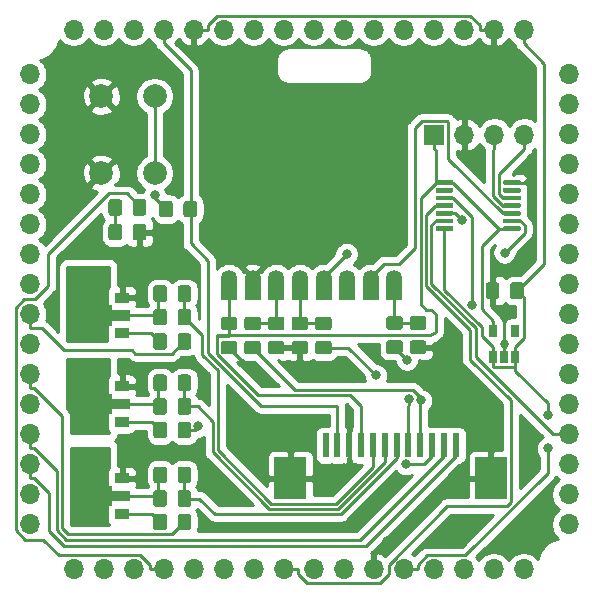
<source format=gbr>
G04 #@! TF.GenerationSoftware,KiCad,Pcbnew,(5.1.5-0-10_14)*
G04 #@! TF.CreationDate,2020-11-09T16:08:32+01:00*
G04 #@! TF.ProjectId,ATmega128_Breakout_Board_CC1101_HAT,41546d65-6761-4313-9238-5f427265616b,rev?*
G04 #@! TF.SameCoordinates,Original*
G04 #@! TF.FileFunction,Copper,L1,Top*
G04 #@! TF.FilePolarity,Positive*
%FSLAX46Y46*%
G04 Gerber Fmt 4.6, Leading zero omitted, Abs format (unit mm)*
G04 Created by KiCad (PCBNEW (5.1.5-0-10_14)) date 2020-11-09 16:08:32*
%MOMM*%
%LPD*%
G04 APERTURE LIST*
%ADD10C,0.100000*%
%ADD11O,1.700000X1.700000*%
%ADD12C,2.000000*%
%ADD13R,1.350000X1.800000*%
%ADD14C,1.350000*%
%ADD15R,0.650000X1.060000*%
%ADD16R,1.300000X0.900000*%
%ADD17R,1.700000X1.700000*%
%ADD18R,0.610000X2.000000*%
%ADD19R,2.680000X3.600000*%
%ADD20C,0.800000*%
%ADD21C,0.250000*%
%ADD22C,0.254000*%
G04 APERTURE END LIST*
G04 #@! TA.AperFunction,SMDPad,CuDef*
D10*
G36*
X109024505Y-95401204D02*
G01*
X109048773Y-95404804D01*
X109072572Y-95410765D01*
X109095671Y-95419030D01*
X109117850Y-95429520D01*
X109138893Y-95442132D01*
X109158599Y-95456747D01*
X109176777Y-95473223D01*
X109193253Y-95491401D01*
X109207868Y-95511107D01*
X109220480Y-95532150D01*
X109230970Y-95554329D01*
X109239235Y-95577428D01*
X109245196Y-95601227D01*
X109248796Y-95625495D01*
X109250000Y-95649999D01*
X109250000Y-96550001D01*
X109248796Y-96574505D01*
X109245196Y-96598773D01*
X109239235Y-96622572D01*
X109230970Y-96645671D01*
X109220480Y-96667850D01*
X109207868Y-96688893D01*
X109193253Y-96708599D01*
X109176777Y-96726777D01*
X109158599Y-96743253D01*
X109138893Y-96757868D01*
X109117850Y-96770480D01*
X109095671Y-96780970D01*
X109072572Y-96789235D01*
X109048773Y-96795196D01*
X109024505Y-96798796D01*
X109000001Y-96800000D01*
X108349999Y-96800000D01*
X108325495Y-96798796D01*
X108301227Y-96795196D01*
X108277428Y-96789235D01*
X108254329Y-96780970D01*
X108232150Y-96770480D01*
X108211107Y-96757868D01*
X108191401Y-96743253D01*
X108173223Y-96726777D01*
X108156747Y-96708599D01*
X108142132Y-96688893D01*
X108129520Y-96667850D01*
X108119030Y-96645671D01*
X108110765Y-96622572D01*
X108104804Y-96598773D01*
X108101204Y-96574505D01*
X108100000Y-96550001D01*
X108100000Y-95649999D01*
X108101204Y-95625495D01*
X108104804Y-95601227D01*
X108110765Y-95577428D01*
X108119030Y-95554329D01*
X108129520Y-95532150D01*
X108142132Y-95511107D01*
X108156747Y-95491401D01*
X108173223Y-95473223D01*
X108191401Y-95456747D01*
X108211107Y-95442132D01*
X108232150Y-95429520D01*
X108254329Y-95419030D01*
X108277428Y-95410765D01*
X108301227Y-95404804D01*
X108325495Y-95401204D01*
X108349999Y-95400000D01*
X109000001Y-95400000D01*
X109024505Y-95401204D01*
G37*
G04 #@! TD.AperFunction*
G04 #@! TA.AperFunction,SMDPad,CuDef*
G36*
X111074505Y-95401204D02*
G01*
X111098773Y-95404804D01*
X111122572Y-95410765D01*
X111145671Y-95419030D01*
X111167850Y-95429520D01*
X111188893Y-95442132D01*
X111208599Y-95456747D01*
X111226777Y-95473223D01*
X111243253Y-95491401D01*
X111257868Y-95511107D01*
X111270480Y-95532150D01*
X111280970Y-95554329D01*
X111289235Y-95577428D01*
X111295196Y-95601227D01*
X111298796Y-95625495D01*
X111300000Y-95649999D01*
X111300000Y-96550001D01*
X111298796Y-96574505D01*
X111295196Y-96598773D01*
X111289235Y-96622572D01*
X111280970Y-96645671D01*
X111270480Y-96667850D01*
X111257868Y-96688893D01*
X111243253Y-96708599D01*
X111226777Y-96726777D01*
X111208599Y-96743253D01*
X111188893Y-96757868D01*
X111167850Y-96770480D01*
X111145671Y-96780970D01*
X111122572Y-96789235D01*
X111098773Y-96795196D01*
X111074505Y-96798796D01*
X111050001Y-96800000D01*
X110399999Y-96800000D01*
X110375495Y-96798796D01*
X110351227Y-96795196D01*
X110327428Y-96789235D01*
X110304329Y-96780970D01*
X110282150Y-96770480D01*
X110261107Y-96757868D01*
X110241401Y-96743253D01*
X110223223Y-96726777D01*
X110206747Y-96708599D01*
X110192132Y-96688893D01*
X110179520Y-96667850D01*
X110169030Y-96645671D01*
X110160765Y-96622572D01*
X110154804Y-96598773D01*
X110151204Y-96574505D01*
X110150000Y-96550001D01*
X110150000Y-95649999D01*
X110151204Y-95625495D01*
X110154804Y-95601227D01*
X110160765Y-95577428D01*
X110169030Y-95554329D01*
X110179520Y-95532150D01*
X110192132Y-95511107D01*
X110206747Y-95491401D01*
X110223223Y-95473223D01*
X110241401Y-95456747D01*
X110261107Y-95442132D01*
X110282150Y-95429520D01*
X110304329Y-95419030D01*
X110327428Y-95410765D01*
X110351227Y-95404804D01*
X110375495Y-95401204D01*
X110399999Y-95400000D01*
X111050001Y-95400000D01*
X111074505Y-95401204D01*
G37*
G04 #@! TD.AperFunction*
G04 #@! TA.AperFunction,SMDPad,CuDef*
G36*
X106774505Y-95251203D02*
G01*
X106798773Y-95254803D01*
X106822572Y-95260764D01*
X106845671Y-95269029D01*
X106867850Y-95279519D01*
X106888893Y-95292131D01*
X106908599Y-95306746D01*
X106926777Y-95323222D01*
X106943253Y-95341400D01*
X106957868Y-95361106D01*
X106970480Y-95382149D01*
X106980970Y-95404328D01*
X106989235Y-95427427D01*
X106995196Y-95451226D01*
X106998796Y-95475494D01*
X107000000Y-95499998D01*
X107000000Y-96400000D01*
X106998796Y-96424504D01*
X106995196Y-96448772D01*
X106989235Y-96472571D01*
X106980970Y-96495670D01*
X106970480Y-96517849D01*
X106957868Y-96538892D01*
X106943253Y-96558598D01*
X106926777Y-96576776D01*
X106908599Y-96593252D01*
X106888893Y-96607867D01*
X106867850Y-96620479D01*
X106845671Y-96630969D01*
X106822572Y-96639234D01*
X106798773Y-96645195D01*
X106774505Y-96648795D01*
X106750001Y-96649999D01*
X106099999Y-96649999D01*
X106075495Y-96648795D01*
X106051227Y-96645195D01*
X106027428Y-96639234D01*
X106004329Y-96630969D01*
X105982150Y-96620479D01*
X105961107Y-96607867D01*
X105941401Y-96593252D01*
X105923223Y-96576776D01*
X105906747Y-96558598D01*
X105892132Y-96538892D01*
X105879520Y-96517849D01*
X105869030Y-96495670D01*
X105860765Y-96472571D01*
X105854804Y-96448772D01*
X105851204Y-96424504D01*
X105850000Y-96400000D01*
X105850000Y-95499998D01*
X105851204Y-95475494D01*
X105854804Y-95451226D01*
X105860765Y-95427427D01*
X105869030Y-95404328D01*
X105879520Y-95382149D01*
X105892132Y-95361106D01*
X105906747Y-95341400D01*
X105923223Y-95323222D01*
X105941401Y-95306746D01*
X105961107Y-95292131D01*
X105982150Y-95279519D01*
X106004329Y-95269029D01*
X106027428Y-95260764D01*
X106051227Y-95254803D01*
X106075495Y-95251203D01*
X106099999Y-95249999D01*
X106750001Y-95249999D01*
X106774505Y-95251203D01*
G37*
G04 #@! TD.AperFunction*
G04 #@! TA.AperFunction,SMDPad,CuDef*
G36*
X104724505Y-95251203D02*
G01*
X104748773Y-95254803D01*
X104772572Y-95260764D01*
X104795671Y-95269029D01*
X104817850Y-95279519D01*
X104838893Y-95292131D01*
X104858599Y-95306746D01*
X104876777Y-95323222D01*
X104893253Y-95341400D01*
X104907868Y-95361106D01*
X104920480Y-95382149D01*
X104930970Y-95404328D01*
X104939235Y-95427427D01*
X104945196Y-95451226D01*
X104948796Y-95475494D01*
X104950000Y-95499998D01*
X104950000Y-96400000D01*
X104948796Y-96424504D01*
X104945196Y-96448772D01*
X104939235Y-96472571D01*
X104930970Y-96495670D01*
X104920480Y-96517849D01*
X104907868Y-96538892D01*
X104893253Y-96558598D01*
X104876777Y-96576776D01*
X104858599Y-96593252D01*
X104838893Y-96607867D01*
X104817850Y-96620479D01*
X104795671Y-96630969D01*
X104772572Y-96639234D01*
X104748773Y-96645195D01*
X104724505Y-96648795D01*
X104700001Y-96649999D01*
X104049999Y-96649999D01*
X104025495Y-96648795D01*
X104001227Y-96645195D01*
X103977428Y-96639234D01*
X103954329Y-96630969D01*
X103932150Y-96620479D01*
X103911107Y-96607867D01*
X103891401Y-96593252D01*
X103873223Y-96576776D01*
X103856747Y-96558598D01*
X103842132Y-96538892D01*
X103829520Y-96517849D01*
X103819030Y-96495670D01*
X103810765Y-96472571D01*
X103804804Y-96448772D01*
X103801204Y-96424504D01*
X103800000Y-96400000D01*
X103800000Y-95499998D01*
X103801204Y-95475494D01*
X103804804Y-95451226D01*
X103810765Y-95427427D01*
X103819030Y-95404328D01*
X103829520Y-95382149D01*
X103842132Y-95361106D01*
X103856747Y-95341400D01*
X103873223Y-95323222D01*
X103891401Y-95306746D01*
X103911107Y-95292131D01*
X103932150Y-95279519D01*
X103954329Y-95269029D01*
X103977428Y-95260764D01*
X104001227Y-95254803D01*
X104025495Y-95251203D01*
X104049999Y-95249999D01*
X104700001Y-95249999D01*
X104724505Y-95251203D01*
G37*
G04 #@! TD.AperFunction*
D11*
X100850000Y-126600000D03*
X103390000Y-126600000D03*
X105930000Y-126600000D03*
X108470000Y-126600000D03*
X111010000Y-126600000D03*
X113550000Y-126600000D03*
X116090000Y-126600000D03*
X118630000Y-126600000D03*
X121170000Y-126600000D03*
X123710000Y-126600000D03*
X126250000Y-126600000D03*
X128790000Y-126600000D03*
X131330000Y-126600000D03*
X133870000Y-126600000D03*
X136410000Y-126600000D03*
X138950000Y-126600000D03*
G04 #@! TA.AperFunction,SMDPad,CuDef*
D10*
G36*
X114474504Y-107251204D02*
G01*
X114498772Y-107254804D01*
X114522571Y-107260765D01*
X114545670Y-107269030D01*
X114567849Y-107279520D01*
X114588892Y-107292132D01*
X114608598Y-107306747D01*
X114626776Y-107323223D01*
X114643252Y-107341401D01*
X114657867Y-107361107D01*
X114670479Y-107382150D01*
X114680969Y-107404329D01*
X114689234Y-107427428D01*
X114695195Y-107451227D01*
X114698795Y-107475495D01*
X114699999Y-107499999D01*
X114699999Y-108150001D01*
X114698795Y-108174505D01*
X114695195Y-108198773D01*
X114689234Y-108222572D01*
X114680969Y-108245671D01*
X114670479Y-108267850D01*
X114657867Y-108288893D01*
X114643252Y-108308599D01*
X114626776Y-108326777D01*
X114608598Y-108343253D01*
X114588892Y-108357868D01*
X114567849Y-108370480D01*
X114545670Y-108380970D01*
X114522571Y-108389235D01*
X114498772Y-108395196D01*
X114474504Y-108398796D01*
X114450000Y-108400000D01*
X113549998Y-108400000D01*
X113525494Y-108398796D01*
X113501226Y-108395196D01*
X113477427Y-108389235D01*
X113454328Y-108380970D01*
X113432149Y-108370480D01*
X113411106Y-108357868D01*
X113391400Y-108343253D01*
X113373222Y-108326777D01*
X113356746Y-108308599D01*
X113342131Y-108288893D01*
X113329519Y-108267850D01*
X113319029Y-108245671D01*
X113310764Y-108222572D01*
X113304803Y-108198773D01*
X113301203Y-108174505D01*
X113299999Y-108150001D01*
X113299999Y-107499999D01*
X113301203Y-107475495D01*
X113304803Y-107451227D01*
X113310764Y-107427428D01*
X113319029Y-107404329D01*
X113329519Y-107382150D01*
X113342131Y-107361107D01*
X113356746Y-107341401D01*
X113373222Y-107323223D01*
X113391400Y-107306747D01*
X113411106Y-107292132D01*
X113432149Y-107279520D01*
X113454328Y-107269030D01*
X113477427Y-107260765D01*
X113501226Y-107254804D01*
X113525494Y-107251204D01*
X113549998Y-107250000D01*
X114450000Y-107250000D01*
X114474504Y-107251204D01*
G37*
G04 #@! TD.AperFunction*
G04 #@! TA.AperFunction,SMDPad,CuDef*
G36*
X114474504Y-105201204D02*
G01*
X114498772Y-105204804D01*
X114522571Y-105210765D01*
X114545670Y-105219030D01*
X114567849Y-105229520D01*
X114588892Y-105242132D01*
X114608598Y-105256747D01*
X114626776Y-105273223D01*
X114643252Y-105291401D01*
X114657867Y-105311107D01*
X114670479Y-105332150D01*
X114680969Y-105354329D01*
X114689234Y-105377428D01*
X114695195Y-105401227D01*
X114698795Y-105425495D01*
X114699999Y-105449999D01*
X114699999Y-106100001D01*
X114698795Y-106124505D01*
X114695195Y-106148773D01*
X114689234Y-106172572D01*
X114680969Y-106195671D01*
X114670479Y-106217850D01*
X114657867Y-106238893D01*
X114643252Y-106258599D01*
X114626776Y-106276777D01*
X114608598Y-106293253D01*
X114588892Y-106307868D01*
X114567849Y-106320480D01*
X114545670Y-106330970D01*
X114522571Y-106339235D01*
X114498772Y-106345196D01*
X114474504Y-106348796D01*
X114450000Y-106350000D01*
X113549998Y-106350000D01*
X113525494Y-106348796D01*
X113501226Y-106345196D01*
X113477427Y-106339235D01*
X113454328Y-106330970D01*
X113432149Y-106320480D01*
X113411106Y-106307868D01*
X113391400Y-106293253D01*
X113373222Y-106276777D01*
X113356746Y-106258599D01*
X113342131Y-106238893D01*
X113329519Y-106217850D01*
X113319029Y-106195671D01*
X113310764Y-106172572D01*
X113304803Y-106148773D01*
X113301203Y-106124505D01*
X113299999Y-106100001D01*
X113299999Y-105449999D01*
X113301203Y-105425495D01*
X113304803Y-105401227D01*
X113310764Y-105377428D01*
X113319029Y-105354329D01*
X113329519Y-105332150D01*
X113342131Y-105311107D01*
X113356746Y-105291401D01*
X113373222Y-105273223D01*
X113391400Y-105256747D01*
X113411106Y-105242132D01*
X113432149Y-105229520D01*
X113454328Y-105219030D01*
X113477427Y-105210765D01*
X113501226Y-105204804D01*
X113525494Y-105201204D01*
X113549998Y-105200000D01*
X114450000Y-105200000D01*
X114474504Y-105201204D01*
G37*
G04 #@! TD.AperFunction*
G04 #@! TA.AperFunction,SMDPad,CuDef*
G36*
X104724505Y-97351205D02*
G01*
X104748773Y-97354805D01*
X104772572Y-97360766D01*
X104795671Y-97369031D01*
X104817850Y-97379521D01*
X104838893Y-97392133D01*
X104858599Y-97406748D01*
X104876777Y-97423224D01*
X104893253Y-97441402D01*
X104907868Y-97461108D01*
X104920480Y-97482151D01*
X104930970Y-97504330D01*
X104939235Y-97527429D01*
X104945196Y-97551228D01*
X104948796Y-97575496D01*
X104950000Y-97600000D01*
X104950000Y-98500002D01*
X104948796Y-98524506D01*
X104945196Y-98548774D01*
X104939235Y-98572573D01*
X104930970Y-98595672D01*
X104920480Y-98617851D01*
X104907868Y-98638894D01*
X104893253Y-98658600D01*
X104876777Y-98676778D01*
X104858599Y-98693254D01*
X104838893Y-98707869D01*
X104817850Y-98720481D01*
X104795671Y-98730971D01*
X104772572Y-98739236D01*
X104748773Y-98745197D01*
X104724505Y-98748797D01*
X104700001Y-98750001D01*
X104049999Y-98750001D01*
X104025495Y-98748797D01*
X104001227Y-98745197D01*
X103977428Y-98739236D01*
X103954329Y-98730971D01*
X103932150Y-98720481D01*
X103911107Y-98707869D01*
X103891401Y-98693254D01*
X103873223Y-98676778D01*
X103856747Y-98658600D01*
X103842132Y-98638894D01*
X103829520Y-98617851D01*
X103819030Y-98595672D01*
X103810765Y-98572573D01*
X103804804Y-98548774D01*
X103801204Y-98524506D01*
X103800000Y-98500002D01*
X103800000Y-97600000D01*
X103801204Y-97575496D01*
X103804804Y-97551228D01*
X103810765Y-97527429D01*
X103819030Y-97504330D01*
X103829520Y-97482151D01*
X103842132Y-97461108D01*
X103856747Y-97441402D01*
X103873223Y-97423224D01*
X103891401Y-97406748D01*
X103911107Y-97392133D01*
X103932150Y-97379521D01*
X103954329Y-97369031D01*
X103977428Y-97360766D01*
X104001227Y-97354805D01*
X104025495Y-97351205D01*
X104049999Y-97350001D01*
X104700001Y-97350001D01*
X104724505Y-97351205D01*
G37*
G04 #@! TD.AperFunction*
G04 #@! TA.AperFunction,SMDPad,CuDef*
G36*
X106774505Y-97351205D02*
G01*
X106798773Y-97354805D01*
X106822572Y-97360766D01*
X106845671Y-97369031D01*
X106867850Y-97379521D01*
X106888893Y-97392133D01*
X106908599Y-97406748D01*
X106926777Y-97423224D01*
X106943253Y-97441402D01*
X106957868Y-97461108D01*
X106970480Y-97482151D01*
X106980970Y-97504330D01*
X106989235Y-97527429D01*
X106995196Y-97551228D01*
X106998796Y-97575496D01*
X107000000Y-97600000D01*
X107000000Y-98500002D01*
X106998796Y-98524506D01*
X106995196Y-98548774D01*
X106989235Y-98572573D01*
X106980970Y-98595672D01*
X106970480Y-98617851D01*
X106957868Y-98638894D01*
X106943253Y-98658600D01*
X106926777Y-98676778D01*
X106908599Y-98693254D01*
X106888893Y-98707869D01*
X106867850Y-98720481D01*
X106845671Y-98730971D01*
X106822572Y-98739236D01*
X106798773Y-98745197D01*
X106774505Y-98748797D01*
X106750001Y-98750001D01*
X106099999Y-98750001D01*
X106075495Y-98748797D01*
X106051227Y-98745197D01*
X106027428Y-98739236D01*
X106004329Y-98730971D01*
X105982150Y-98720481D01*
X105961107Y-98707869D01*
X105941401Y-98693254D01*
X105923223Y-98676778D01*
X105906747Y-98658600D01*
X105892132Y-98638894D01*
X105879520Y-98617851D01*
X105869030Y-98595672D01*
X105860765Y-98572573D01*
X105854804Y-98548774D01*
X105851204Y-98524506D01*
X105850000Y-98500002D01*
X105850000Y-97600000D01*
X105851204Y-97575496D01*
X105854804Y-97551228D01*
X105860765Y-97527429D01*
X105869030Y-97504330D01*
X105879520Y-97482151D01*
X105892132Y-97461108D01*
X105906747Y-97441402D01*
X105923223Y-97423224D01*
X105941401Y-97406748D01*
X105961107Y-97392133D01*
X105982150Y-97379521D01*
X106004329Y-97369031D01*
X106027428Y-97360766D01*
X106051227Y-97354805D01*
X106075495Y-97351205D01*
X106099999Y-97350001D01*
X106750001Y-97350001D01*
X106774505Y-97351205D01*
G37*
G04 #@! TD.AperFunction*
D12*
X103200000Y-86550000D03*
X107700000Y-86550000D03*
X103200000Y-93050000D03*
X107700000Y-93050000D03*
D13*
X126010000Y-102950000D03*
X124010000Y-102950000D03*
X122010000Y-102950000D03*
X120010000Y-102950000D03*
X118010000Y-102950000D03*
X116010000Y-102950000D03*
X114010000Y-102950000D03*
D14*
X126010000Y-101950000D03*
X124010000Y-101950000D03*
X122010000Y-101950000D03*
X120010000Y-101950000D03*
X118010000Y-101950000D03*
X116010000Y-101950000D03*
X114010000Y-101950000D03*
D13*
X128010000Y-102950000D03*
D14*
X128010000Y-101950000D03*
G04 #@! TA.AperFunction,SMDPad,CuDef*
D10*
G36*
X132884802Y-97550482D02*
G01*
X132894509Y-97551921D01*
X132904028Y-97554306D01*
X132913268Y-97557612D01*
X132922140Y-97561808D01*
X132930557Y-97566853D01*
X132938439Y-97572699D01*
X132945711Y-97579289D01*
X132952301Y-97586561D01*
X132958147Y-97594443D01*
X132963192Y-97602860D01*
X132967388Y-97611732D01*
X132970694Y-97620972D01*
X132973079Y-97630491D01*
X132974518Y-97640198D01*
X132975000Y-97650000D01*
X132975000Y-97850000D01*
X132974518Y-97859802D01*
X132973079Y-97869509D01*
X132970694Y-97879028D01*
X132967388Y-97888268D01*
X132963192Y-97897140D01*
X132958147Y-97905557D01*
X132952301Y-97913439D01*
X132945711Y-97920711D01*
X132938439Y-97927301D01*
X132930557Y-97933147D01*
X132922140Y-97938192D01*
X132913268Y-97942388D01*
X132904028Y-97945694D01*
X132894509Y-97948079D01*
X132884802Y-97949518D01*
X132875000Y-97950000D01*
X131600000Y-97950000D01*
X131590198Y-97949518D01*
X131580491Y-97948079D01*
X131570972Y-97945694D01*
X131561732Y-97942388D01*
X131552860Y-97938192D01*
X131544443Y-97933147D01*
X131536561Y-97927301D01*
X131529289Y-97920711D01*
X131522699Y-97913439D01*
X131516853Y-97905557D01*
X131511808Y-97897140D01*
X131507612Y-97888268D01*
X131504306Y-97879028D01*
X131501921Y-97869509D01*
X131500482Y-97859802D01*
X131500000Y-97850000D01*
X131500000Y-97650000D01*
X131500482Y-97640198D01*
X131501921Y-97630491D01*
X131504306Y-97620972D01*
X131507612Y-97611732D01*
X131511808Y-97602860D01*
X131516853Y-97594443D01*
X131522699Y-97586561D01*
X131529289Y-97579289D01*
X131536561Y-97572699D01*
X131544443Y-97566853D01*
X131552860Y-97561808D01*
X131561732Y-97557612D01*
X131570972Y-97554306D01*
X131580491Y-97551921D01*
X131590198Y-97550482D01*
X131600000Y-97550000D01*
X132875000Y-97550000D01*
X132884802Y-97550482D01*
G37*
G04 #@! TD.AperFunction*
G04 #@! TA.AperFunction,SMDPad,CuDef*
G36*
X132884802Y-96900482D02*
G01*
X132894509Y-96901921D01*
X132904028Y-96904306D01*
X132913268Y-96907612D01*
X132922140Y-96911808D01*
X132930557Y-96916853D01*
X132938439Y-96922699D01*
X132945711Y-96929289D01*
X132952301Y-96936561D01*
X132958147Y-96944443D01*
X132963192Y-96952860D01*
X132967388Y-96961732D01*
X132970694Y-96970972D01*
X132973079Y-96980491D01*
X132974518Y-96990198D01*
X132975000Y-97000000D01*
X132975000Y-97200000D01*
X132974518Y-97209802D01*
X132973079Y-97219509D01*
X132970694Y-97229028D01*
X132967388Y-97238268D01*
X132963192Y-97247140D01*
X132958147Y-97255557D01*
X132952301Y-97263439D01*
X132945711Y-97270711D01*
X132938439Y-97277301D01*
X132930557Y-97283147D01*
X132922140Y-97288192D01*
X132913268Y-97292388D01*
X132904028Y-97295694D01*
X132894509Y-97298079D01*
X132884802Y-97299518D01*
X132875000Y-97300000D01*
X131600000Y-97300000D01*
X131590198Y-97299518D01*
X131580491Y-97298079D01*
X131570972Y-97295694D01*
X131561732Y-97292388D01*
X131552860Y-97288192D01*
X131544443Y-97283147D01*
X131536561Y-97277301D01*
X131529289Y-97270711D01*
X131522699Y-97263439D01*
X131516853Y-97255557D01*
X131511808Y-97247140D01*
X131507612Y-97238268D01*
X131504306Y-97229028D01*
X131501921Y-97219509D01*
X131500482Y-97209802D01*
X131500000Y-97200000D01*
X131500000Y-97000000D01*
X131500482Y-96990198D01*
X131501921Y-96980491D01*
X131504306Y-96970972D01*
X131507612Y-96961732D01*
X131511808Y-96952860D01*
X131516853Y-96944443D01*
X131522699Y-96936561D01*
X131529289Y-96929289D01*
X131536561Y-96922699D01*
X131544443Y-96916853D01*
X131552860Y-96911808D01*
X131561732Y-96907612D01*
X131570972Y-96904306D01*
X131580491Y-96901921D01*
X131590198Y-96900482D01*
X131600000Y-96900000D01*
X132875000Y-96900000D01*
X132884802Y-96900482D01*
G37*
G04 #@! TD.AperFunction*
G04 #@! TA.AperFunction,SMDPad,CuDef*
G36*
X132884802Y-96250482D02*
G01*
X132894509Y-96251921D01*
X132904028Y-96254306D01*
X132913268Y-96257612D01*
X132922140Y-96261808D01*
X132930557Y-96266853D01*
X132938439Y-96272699D01*
X132945711Y-96279289D01*
X132952301Y-96286561D01*
X132958147Y-96294443D01*
X132963192Y-96302860D01*
X132967388Y-96311732D01*
X132970694Y-96320972D01*
X132973079Y-96330491D01*
X132974518Y-96340198D01*
X132975000Y-96350000D01*
X132975000Y-96550000D01*
X132974518Y-96559802D01*
X132973079Y-96569509D01*
X132970694Y-96579028D01*
X132967388Y-96588268D01*
X132963192Y-96597140D01*
X132958147Y-96605557D01*
X132952301Y-96613439D01*
X132945711Y-96620711D01*
X132938439Y-96627301D01*
X132930557Y-96633147D01*
X132922140Y-96638192D01*
X132913268Y-96642388D01*
X132904028Y-96645694D01*
X132894509Y-96648079D01*
X132884802Y-96649518D01*
X132875000Y-96650000D01*
X131600000Y-96650000D01*
X131590198Y-96649518D01*
X131580491Y-96648079D01*
X131570972Y-96645694D01*
X131561732Y-96642388D01*
X131552860Y-96638192D01*
X131544443Y-96633147D01*
X131536561Y-96627301D01*
X131529289Y-96620711D01*
X131522699Y-96613439D01*
X131516853Y-96605557D01*
X131511808Y-96597140D01*
X131507612Y-96588268D01*
X131504306Y-96579028D01*
X131501921Y-96569509D01*
X131500482Y-96559802D01*
X131500000Y-96550000D01*
X131500000Y-96350000D01*
X131500482Y-96340198D01*
X131501921Y-96330491D01*
X131504306Y-96320972D01*
X131507612Y-96311732D01*
X131511808Y-96302860D01*
X131516853Y-96294443D01*
X131522699Y-96286561D01*
X131529289Y-96279289D01*
X131536561Y-96272699D01*
X131544443Y-96266853D01*
X131552860Y-96261808D01*
X131561732Y-96257612D01*
X131570972Y-96254306D01*
X131580491Y-96251921D01*
X131590198Y-96250482D01*
X131600000Y-96250000D01*
X132875000Y-96250000D01*
X132884802Y-96250482D01*
G37*
G04 #@! TD.AperFunction*
G04 #@! TA.AperFunction,SMDPad,CuDef*
G36*
X132884802Y-95600482D02*
G01*
X132894509Y-95601921D01*
X132904028Y-95604306D01*
X132913268Y-95607612D01*
X132922140Y-95611808D01*
X132930557Y-95616853D01*
X132938439Y-95622699D01*
X132945711Y-95629289D01*
X132952301Y-95636561D01*
X132958147Y-95644443D01*
X132963192Y-95652860D01*
X132967388Y-95661732D01*
X132970694Y-95670972D01*
X132973079Y-95680491D01*
X132974518Y-95690198D01*
X132975000Y-95700000D01*
X132975000Y-95900000D01*
X132974518Y-95909802D01*
X132973079Y-95919509D01*
X132970694Y-95929028D01*
X132967388Y-95938268D01*
X132963192Y-95947140D01*
X132958147Y-95955557D01*
X132952301Y-95963439D01*
X132945711Y-95970711D01*
X132938439Y-95977301D01*
X132930557Y-95983147D01*
X132922140Y-95988192D01*
X132913268Y-95992388D01*
X132904028Y-95995694D01*
X132894509Y-95998079D01*
X132884802Y-95999518D01*
X132875000Y-96000000D01*
X131600000Y-96000000D01*
X131590198Y-95999518D01*
X131580491Y-95998079D01*
X131570972Y-95995694D01*
X131561732Y-95992388D01*
X131552860Y-95988192D01*
X131544443Y-95983147D01*
X131536561Y-95977301D01*
X131529289Y-95970711D01*
X131522699Y-95963439D01*
X131516853Y-95955557D01*
X131511808Y-95947140D01*
X131507612Y-95938268D01*
X131504306Y-95929028D01*
X131501921Y-95919509D01*
X131500482Y-95909802D01*
X131500000Y-95900000D01*
X131500000Y-95700000D01*
X131500482Y-95690198D01*
X131501921Y-95680491D01*
X131504306Y-95670972D01*
X131507612Y-95661732D01*
X131511808Y-95652860D01*
X131516853Y-95644443D01*
X131522699Y-95636561D01*
X131529289Y-95629289D01*
X131536561Y-95622699D01*
X131544443Y-95616853D01*
X131552860Y-95611808D01*
X131561732Y-95607612D01*
X131570972Y-95604306D01*
X131580491Y-95601921D01*
X131590198Y-95600482D01*
X131600000Y-95600000D01*
X132875000Y-95600000D01*
X132884802Y-95600482D01*
G37*
G04 #@! TD.AperFunction*
G04 #@! TA.AperFunction,SMDPad,CuDef*
G36*
X132884802Y-94950482D02*
G01*
X132894509Y-94951921D01*
X132904028Y-94954306D01*
X132913268Y-94957612D01*
X132922140Y-94961808D01*
X132930557Y-94966853D01*
X132938439Y-94972699D01*
X132945711Y-94979289D01*
X132952301Y-94986561D01*
X132958147Y-94994443D01*
X132963192Y-95002860D01*
X132967388Y-95011732D01*
X132970694Y-95020972D01*
X132973079Y-95030491D01*
X132974518Y-95040198D01*
X132975000Y-95050000D01*
X132975000Y-95250000D01*
X132974518Y-95259802D01*
X132973079Y-95269509D01*
X132970694Y-95279028D01*
X132967388Y-95288268D01*
X132963192Y-95297140D01*
X132958147Y-95305557D01*
X132952301Y-95313439D01*
X132945711Y-95320711D01*
X132938439Y-95327301D01*
X132930557Y-95333147D01*
X132922140Y-95338192D01*
X132913268Y-95342388D01*
X132904028Y-95345694D01*
X132894509Y-95348079D01*
X132884802Y-95349518D01*
X132875000Y-95350000D01*
X131600000Y-95350000D01*
X131590198Y-95349518D01*
X131580491Y-95348079D01*
X131570972Y-95345694D01*
X131561732Y-95342388D01*
X131552860Y-95338192D01*
X131544443Y-95333147D01*
X131536561Y-95327301D01*
X131529289Y-95320711D01*
X131522699Y-95313439D01*
X131516853Y-95305557D01*
X131511808Y-95297140D01*
X131507612Y-95288268D01*
X131504306Y-95279028D01*
X131501921Y-95269509D01*
X131500482Y-95259802D01*
X131500000Y-95250000D01*
X131500000Y-95050000D01*
X131500482Y-95040198D01*
X131501921Y-95030491D01*
X131504306Y-95020972D01*
X131507612Y-95011732D01*
X131511808Y-95002860D01*
X131516853Y-94994443D01*
X131522699Y-94986561D01*
X131529289Y-94979289D01*
X131536561Y-94972699D01*
X131544443Y-94966853D01*
X131552860Y-94961808D01*
X131561732Y-94957612D01*
X131570972Y-94954306D01*
X131580491Y-94951921D01*
X131590198Y-94950482D01*
X131600000Y-94950000D01*
X132875000Y-94950000D01*
X132884802Y-94950482D01*
G37*
G04 #@! TD.AperFunction*
G04 #@! TA.AperFunction,SMDPad,CuDef*
G36*
X132884802Y-94300482D02*
G01*
X132894509Y-94301921D01*
X132904028Y-94304306D01*
X132913268Y-94307612D01*
X132922140Y-94311808D01*
X132930557Y-94316853D01*
X132938439Y-94322699D01*
X132945711Y-94329289D01*
X132952301Y-94336561D01*
X132958147Y-94344443D01*
X132963192Y-94352860D01*
X132967388Y-94361732D01*
X132970694Y-94370972D01*
X132973079Y-94380491D01*
X132974518Y-94390198D01*
X132975000Y-94400000D01*
X132975000Y-94600000D01*
X132974518Y-94609802D01*
X132973079Y-94619509D01*
X132970694Y-94629028D01*
X132967388Y-94638268D01*
X132963192Y-94647140D01*
X132958147Y-94655557D01*
X132952301Y-94663439D01*
X132945711Y-94670711D01*
X132938439Y-94677301D01*
X132930557Y-94683147D01*
X132922140Y-94688192D01*
X132913268Y-94692388D01*
X132904028Y-94695694D01*
X132894509Y-94698079D01*
X132884802Y-94699518D01*
X132875000Y-94700000D01*
X131600000Y-94700000D01*
X131590198Y-94699518D01*
X131580491Y-94698079D01*
X131570972Y-94695694D01*
X131561732Y-94692388D01*
X131552860Y-94688192D01*
X131544443Y-94683147D01*
X131536561Y-94677301D01*
X131529289Y-94670711D01*
X131522699Y-94663439D01*
X131516853Y-94655557D01*
X131511808Y-94647140D01*
X131507612Y-94638268D01*
X131504306Y-94629028D01*
X131501921Y-94619509D01*
X131500482Y-94609802D01*
X131500000Y-94600000D01*
X131500000Y-94400000D01*
X131500482Y-94390198D01*
X131501921Y-94380491D01*
X131504306Y-94370972D01*
X131507612Y-94361732D01*
X131511808Y-94352860D01*
X131516853Y-94344443D01*
X131522699Y-94336561D01*
X131529289Y-94329289D01*
X131536561Y-94322699D01*
X131544443Y-94316853D01*
X131552860Y-94311808D01*
X131561732Y-94307612D01*
X131570972Y-94304306D01*
X131580491Y-94301921D01*
X131590198Y-94300482D01*
X131600000Y-94300000D01*
X132875000Y-94300000D01*
X132884802Y-94300482D01*
G37*
G04 #@! TD.AperFunction*
G04 #@! TA.AperFunction,SMDPad,CuDef*
G36*
X132884802Y-93650482D02*
G01*
X132894509Y-93651921D01*
X132904028Y-93654306D01*
X132913268Y-93657612D01*
X132922140Y-93661808D01*
X132930557Y-93666853D01*
X132938439Y-93672699D01*
X132945711Y-93679289D01*
X132952301Y-93686561D01*
X132958147Y-93694443D01*
X132963192Y-93702860D01*
X132967388Y-93711732D01*
X132970694Y-93720972D01*
X132973079Y-93730491D01*
X132974518Y-93740198D01*
X132975000Y-93750000D01*
X132975000Y-93950000D01*
X132974518Y-93959802D01*
X132973079Y-93969509D01*
X132970694Y-93979028D01*
X132967388Y-93988268D01*
X132963192Y-93997140D01*
X132958147Y-94005557D01*
X132952301Y-94013439D01*
X132945711Y-94020711D01*
X132938439Y-94027301D01*
X132930557Y-94033147D01*
X132922140Y-94038192D01*
X132913268Y-94042388D01*
X132904028Y-94045694D01*
X132894509Y-94048079D01*
X132884802Y-94049518D01*
X132875000Y-94050000D01*
X131600000Y-94050000D01*
X131590198Y-94049518D01*
X131580491Y-94048079D01*
X131570972Y-94045694D01*
X131561732Y-94042388D01*
X131552860Y-94038192D01*
X131544443Y-94033147D01*
X131536561Y-94027301D01*
X131529289Y-94020711D01*
X131522699Y-94013439D01*
X131516853Y-94005557D01*
X131511808Y-93997140D01*
X131507612Y-93988268D01*
X131504306Y-93979028D01*
X131501921Y-93969509D01*
X131500482Y-93959802D01*
X131500000Y-93950000D01*
X131500000Y-93750000D01*
X131500482Y-93740198D01*
X131501921Y-93730491D01*
X131504306Y-93720972D01*
X131507612Y-93711732D01*
X131511808Y-93702860D01*
X131516853Y-93694443D01*
X131522699Y-93686561D01*
X131529289Y-93679289D01*
X131536561Y-93672699D01*
X131544443Y-93666853D01*
X131552860Y-93661808D01*
X131561732Y-93657612D01*
X131570972Y-93654306D01*
X131580491Y-93651921D01*
X131590198Y-93650482D01*
X131600000Y-93650000D01*
X132875000Y-93650000D01*
X132884802Y-93650482D01*
G37*
G04 #@! TD.AperFunction*
G04 #@! TA.AperFunction,SMDPad,CuDef*
G36*
X138609802Y-93650482D02*
G01*
X138619509Y-93651921D01*
X138629028Y-93654306D01*
X138638268Y-93657612D01*
X138647140Y-93661808D01*
X138655557Y-93666853D01*
X138663439Y-93672699D01*
X138670711Y-93679289D01*
X138677301Y-93686561D01*
X138683147Y-93694443D01*
X138688192Y-93702860D01*
X138692388Y-93711732D01*
X138695694Y-93720972D01*
X138698079Y-93730491D01*
X138699518Y-93740198D01*
X138700000Y-93750000D01*
X138700000Y-93950000D01*
X138699518Y-93959802D01*
X138698079Y-93969509D01*
X138695694Y-93979028D01*
X138692388Y-93988268D01*
X138688192Y-93997140D01*
X138683147Y-94005557D01*
X138677301Y-94013439D01*
X138670711Y-94020711D01*
X138663439Y-94027301D01*
X138655557Y-94033147D01*
X138647140Y-94038192D01*
X138638268Y-94042388D01*
X138629028Y-94045694D01*
X138619509Y-94048079D01*
X138609802Y-94049518D01*
X138600000Y-94050000D01*
X137325000Y-94050000D01*
X137315198Y-94049518D01*
X137305491Y-94048079D01*
X137295972Y-94045694D01*
X137286732Y-94042388D01*
X137277860Y-94038192D01*
X137269443Y-94033147D01*
X137261561Y-94027301D01*
X137254289Y-94020711D01*
X137247699Y-94013439D01*
X137241853Y-94005557D01*
X137236808Y-93997140D01*
X137232612Y-93988268D01*
X137229306Y-93979028D01*
X137226921Y-93969509D01*
X137225482Y-93959802D01*
X137225000Y-93950000D01*
X137225000Y-93750000D01*
X137225482Y-93740198D01*
X137226921Y-93730491D01*
X137229306Y-93720972D01*
X137232612Y-93711732D01*
X137236808Y-93702860D01*
X137241853Y-93694443D01*
X137247699Y-93686561D01*
X137254289Y-93679289D01*
X137261561Y-93672699D01*
X137269443Y-93666853D01*
X137277860Y-93661808D01*
X137286732Y-93657612D01*
X137295972Y-93654306D01*
X137305491Y-93651921D01*
X137315198Y-93650482D01*
X137325000Y-93650000D01*
X138600000Y-93650000D01*
X138609802Y-93650482D01*
G37*
G04 #@! TD.AperFunction*
G04 #@! TA.AperFunction,SMDPad,CuDef*
G36*
X138609802Y-94300482D02*
G01*
X138619509Y-94301921D01*
X138629028Y-94304306D01*
X138638268Y-94307612D01*
X138647140Y-94311808D01*
X138655557Y-94316853D01*
X138663439Y-94322699D01*
X138670711Y-94329289D01*
X138677301Y-94336561D01*
X138683147Y-94344443D01*
X138688192Y-94352860D01*
X138692388Y-94361732D01*
X138695694Y-94370972D01*
X138698079Y-94380491D01*
X138699518Y-94390198D01*
X138700000Y-94400000D01*
X138700000Y-94600000D01*
X138699518Y-94609802D01*
X138698079Y-94619509D01*
X138695694Y-94629028D01*
X138692388Y-94638268D01*
X138688192Y-94647140D01*
X138683147Y-94655557D01*
X138677301Y-94663439D01*
X138670711Y-94670711D01*
X138663439Y-94677301D01*
X138655557Y-94683147D01*
X138647140Y-94688192D01*
X138638268Y-94692388D01*
X138629028Y-94695694D01*
X138619509Y-94698079D01*
X138609802Y-94699518D01*
X138600000Y-94700000D01*
X137325000Y-94700000D01*
X137315198Y-94699518D01*
X137305491Y-94698079D01*
X137295972Y-94695694D01*
X137286732Y-94692388D01*
X137277860Y-94688192D01*
X137269443Y-94683147D01*
X137261561Y-94677301D01*
X137254289Y-94670711D01*
X137247699Y-94663439D01*
X137241853Y-94655557D01*
X137236808Y-94647140D01*
X137232612Y-94638268D01*
X137229306Y-94629028D01*
X137226921Y-94619509D01*
X137225482Y-94609802D01*
X137225000Y-94600000D01*
X137225000Y-94400000D01*
X137225482Y-94390198D01*
X137226921Y-94380491D01*
X137229306Y-94370972D01*
X137232612Y-94361732D01*
X137236808Y-94352860D01*
X137241853Y-94344443D01*
X137247699Y-94336561D01*
X137254289Y-94329289D01*
X137261561Y-94322699D01*
X137269443Y-94316853D01*
X137277860Y-94311808D01*
X137286732Y-94307612D01*
X137295972Y-94304306D01*
X137305491Y-94301921D01*
X137315198Y-94300482D01*
X137325000Y-94300000D01*
X138600000Y-94300000D01*
X138609802Y-94300482D01*
G37*
G04 #@! TD.AperFunction*
G04 #@! TA.AperFunction,SMDPad,CuDef*
G36*
X138609802Y-94950482D02*
G01*
X138619509Y-94951921D01*
X138629028Y-94954306D01*
X138638268Y-94957612D01*
X138647140Y-94961808D01*
X138655557Y-94966853D01*
X138663439Y-94972699D01*
X138670711Y-94979289D01*
X138677301Y-94986561D01*
X138683147Y-94994443D01*
X138688192Y-95002860D01*
X138692388Y-95011732D01*
X138695694Y-95020972D01*
X138698079Y-95030491D01*
X138699518Y-95040198D01*
X138700000Y-95050000D01*
X138700000Y-95250000D01*
X138699518Y-95259802D01*
X138698079Y-95269509D01*
X138695694Y-95279028D01*
X138692388Y-95288268D01*
X138688192Y-95297140D01*
X138683147Y-95305557D01*
X138677301Y-95313439D01*
X138670711Y-95320711D01*
X138663439Y-95327301D01*
X138655557Y-95333147D01*
X138647140Y-95338192D01*
X138638268Y-95342388D01*
X138629028Y-95345694D01*
X138619509Y-95348079D01*
X138609802Y-95349518D01*
X138600000Y-95350000D01*
X137325000Y-95350000D01*
X137315198Y-95349518D01*
X137305491Y-95348079D01*
X137295972Y-95345694D01*
X137286732Y-95342388D01*
X137277860Y-95338192D01*
X137269443Y-95333147D01*
X137261561Y-95327301D01*
X137254289Y-95320711D01*
X137247699Y-95313439D01*
X137241853Y-95305557D01*
X137236808Y-95297140D01*
X137232612Y-95288268D01*
X137229306Y-95279028D01*
X137226921Y-95269509D01*
X137225482Y-95259802D01*
X137225000Y-95250000D01*
X137225000Y-95050000D01*
X137225482Y-95040198D01*
X137226921Y-95030491D01*
X137229306Y-95020972D01*
X137232612Y-95011732D01*
X137236808Y-95002860D01*
X137241853Y-94994443D01*
X137247699Y-94986561D01*
X137254289Y-94979289D01*
X137261561Y-94972699D01*
X137269443Y-94966853D01*
X137277860Y-94961808D01*
X137286732Y-94957612D01*
X137295972Y-94954306D01*
X137305491Y-94951921D01*
X137315198Y-94950482D01*
X137325000Y-94950000D01*
X138600000Y-94950000D01*
X138609802Y-94950482D01*
G37*
G04 #@! TD.AperFunction*
G04 #@! TA.AperFunction,SMDPad,CuDef*
G36*
X138609802Y-95600482D02*
G01*
X138619509Y-95601921D01*
X138629028Y-95604306D01*
X138638268Y-95607612D01*
X138647140Y-95611808D01*
X138655557Y-95616853D01*
X138663439Y-95622699D01*
X138670711Y-95629289D01*
X138677301Y-95636561D01*
X138683147Y-95644443D01*
X138688192Y-95652860D01*
X138692388Y-95661732D01*
X138695694Y-95670972D01*
X138698079Y-95680491D01*
X138699518Y-95690198D01*
X138700000Y-95700000D01*
X138700000Y-95900000D01*
X138699518Y-95909802D01*
X138698079Y-95919509D01*
X138695694Y-95929028D01*
X138692388Y-95938268D01*
X138688192Y-95947140D01*
X138683147Y-95955557D01*
X138677301Y-95963439D01*
X138670711Y-95970711D01*
X138663439Y-95977301D01*
X138655557Y-95983147D01*
X138647140Y-95988192D01*
X138638268Y-95992388D01*
X138629028Y-95995694D01*
X138619509Y-95998079D01*
X138609802Y-95999518D01*
X138600000Y-96000000D01*
X137325000Y-96000000D01*
X137315198Y-95999518D01*
X137305491Y-95998079D01*
X137295972Y-95995694D01*
X137286732Y-95992388D01*
X137277860Y-95988192D01*
X137269443Y-95983147D01*
X137261561Y-95977301D01*
X137254289Y-95970711D01*
X137247699Y-95963439D01*
X137241853Y-95955557D01*
X137236808Y-95947140D01*
X137232612Y-95938268D01*
X137229306Y-95929028D01*
X137226921Y-95919509D01*
X137225482Y-95909802D01*
X137225000Y-95900000D01*
X137225000Y-95700000D01*
X137225482Y-95690198D01*
X137226921Y-95680491D01*
X137229306Y-95670972D01*
X137232612Y-95661732D01*
X137236808Y-95652860D01*
X137241853Y-95644443D01*
X137247699Y-95636561D01*
X137254289Y-95629289D01*
X137261561Y-95622699D01*
X137269443Y-95616853D01*
X137277860Y-95611808D01*
X137286732Y-95607612D01*
X137295972Y-95604306D01*
X137305491Y-95601921D01*
X137315198Y-95600482D01*
X137325000Y-95600000D01*
X138600000Y-95600000D01*
X138609802Y-95600482D01*
G37*
G04 #@! TD.AperFunction*
G04 #@! TA.AperFunction,SMDPad,CuDef*
G36*
X138609802Y-96250482D02*
G01*
X138619509Y-96251921D01*
X138629028Y-96254306D01*
X138638268Y-96257612D01*
X138647140Y-96261808D01*
X138655557Y-96266853D01*
X138663439Y-96272699D01*
X138670711Y-96279289D01*
X138677301Y-96286561D01*
X138683147Y-96294443D01*
X138688192Y-96302860D01*
X138692388Y-96311732D01*
X138695694Y-96320972D01*
X138698079Y-96330491D01*
X138699518Y-96340198D01*
X138700000Y-96350000D01*
X138700000Y-96550000D01*
X138699518Y-96559802D01*
X138698079Y-96569509D01*
X138695694Y-96579028D01*
X138692388Y-96588268D01*
X138688192Y-96597140D01*
X138683147Y-96605557D01*
X138677301Y-96613439D01*
X138670711Y-96620711D01*
X138663439Y-96627301D01*
X138655557Y-96633147D01*
X138647140Y-96638192D01*
X138638268Y-96642388D01*
X138629028Y-96645694D01*
X138619509Y-96648079D01*
X138609802Y-96649518D01*
X138600000Y-96650000D01*
X137325000Y-96650000D01*
X137315198Y-96649518D01*
X137305491Y-96648079D01*
X137295972Y-96645694D01*
X137286732Y-96642388D01*
X137277860Y-96638192D01*
X137269443Y-96633147D01*
X137261561Y-96627301D01*
X137254289Y-96620711D01*
X137247699Y-96613439D01*
X137241853Y-96605557D01*
X137236808Y-96597140D01*
X137232612Y-96588268D01*
X137229306Y-96579028D01*
X137226921Y-96569509D01*
X137225482Y-96559802D01*
X137225000Y-96550000D01*
X137225000Y-96350000D01*
X137225482Y-96340198D01*
X137226921Y-96330491D01*
X137229306Y-96320972D01*
X137232612Y-96311732D01*
X137236808Y-96302860D01*
X137241853Y-96294443D01*
X137247699Y-96286561D01*
X137254289Y-96279289D01*
X137261561Y-96272699D01*
X137269443Y-96266853D01*
X137277860Y-96261808D01*
X137286732Y-96257612D01*
X137295972Y-96254306D01*
X137305491Y-96251921D01*
X137315198Y-96250482D01*
X137325000Y-96250000D01*
X138600000Y-96250000D01*
X138609802Y-96250482D01*
G37*
G04 #@! TD.AperFunction*
G04 #@! TA.AperFunction,SMDPad,CuDef*
G36*
X138609802Y-96900482D02*
G01*
X138619509Y-96901921D01*
X138629028Y-96904306D01*
X138638268Y-96907612D01*
X138647140Y-96911808D01*
X138655557Y-96916853D01*
X138663439Y-96922699D01*
X138670711Y-96929289D01*
X138677301Y-96936561D01*
X138683147Y-96944443D01*
X138688192Y-96952860D01*
X138692388Y-96961732D01*
X138695694Y-96970972D01*
X138698079Y-96980491D01*
X138699518Y-96990198D01*
X138700000Y-97000000D01*
X138700000Y-97200000D01*
X138699518Y-97209802D01*
X138698079Y-97219509D01*
X138695694Y-97229028D01*
X138692388Y-97238268D01*
X138688192Y-97247140D01*
X138683147Y-97255557D01*
X138677301Y-97263439D01*
X138670711Y-97270711D01*
X138663439Y-97277301D01*
X138655557Y-97283147D01*
X138647140Y-97288192D01*
X138638268Y-97292388D01*
X138629028Y-97295694D01*
X138619509Y-97298079D01*
X138609802Y-97299518D01*
X138600000Y-97300000D01*
X137325000Y-97300000D01*
X137315198Y-97299518D01*
X137305491Y-97298079D01*
X137295972Y-97295694D01*
X137286732Y-97292388D01*
X137277860Y-97288192D01*
X137269443Y-97283147D01*
X137261561Y-97277301D01*
X137254289Y-97270711D01*
X137247699Y-97263439D01*
X137241853Y-97255557D01*
X137236808Y-97247140D01*
X137232612Y-97238268D01*
X137229306Y-97229028D01*
X137226921Y-97219509D01*
X137225482Y-97209802D01*
X137225000Y-97200000D01*
X137225000Y-97000000D01*
X137225482Y-96990198D01*
X137226921Y-96980491D01*
X137229306Y-96970972D01*
X137232612Y-96961732D01*
X137236808Y-96952860D01*
X137241853Y-96944443D01*
X137247699Y-96936561D01*
X137254289Y-96929289D01*
X137261561Y-96922699D01*
X137269443Y-96916853D01*
X137277860Y-96911808D01*
X137286732Y-96907612D01*
X137295972Y-96904306D01*
X137305491Y-96901921D01*
X137315198Y-96900482D01*
X137325000Y-96900000D01*
X138600000Y-96900000D01*
X138609802Y-96900482D01*
G37*
G04 #@! TD.AperFunction*
G04 #@! TA.AperFunction,SMDPad,CuDef*
G36*
X138609802Y-97550482D02*
G01*
X138619509Y-97551921D01*
X138629028Y-97554306D01*
X138638268Y-97557612D01*
X138647140Y-97561808D01*
X138655557Y-97566853D01*
X138663439Y-97572699D01*
X138670711Y-97579289D01*
X138677301Y-97586561D01*
X138683147Y-97594443D01*
X138688192Y-97602860D01*
X138692388Y-97611732D01*
X138695694Y-97620972D01*
X138698079Y-97630491D01*
X138699518Y-97640198D01*
X138700000Y-97650000D01*
X138700000Y-97850000D01*
X138699518Y-97859802D01*
X138698079Y-97869509D01*
X138695694Y-97879028D01*
X138692388Y-97888268D01*
X138688192Y-97897140D01*
X138683147Y-97905557D01*
X138677301Y-97913439D01*
X138670711Y-97920711D01*
X138663439Y-97927301D01*
X138655557Y-97933147D01*
X138647140Y-97938192D01*
X138638268Y-97942388D01*
X138629028Y-97945694D01*
X138619509Y-97948079D01*
X138609802Y-97949518D01*
X138600000Y-97950000D01*
X137325000Y-97950000D01*
X137315198Y-97949518D01*
X137305491Y-97948079D01*
X137295972Y-97945694D01*
X137286732Y-97942388D01*
X137277860Y-97938192D01*
X137269443Y-97933147D01*
X137261561Y-97927301D01*
X137254289Y-97920711D01*
X137247699Y-97913439D01*
X137241853Y-97905557D01*
X137236808Y-97897140D01*
X137232612Y-97888268D01*
X137229306Y-97879028D01*
X137226921Y-97869509D01*
X137225482Y-97859802D01*
X137225000Y-97850000D01*
X137225000Y-97650000D01*
X137225482Y-97640198D01*
X137226921Y-97630491D01*
X137229306Y-97620972D01*
X137232612Y-97611732D01*
X137236808Y-97602860D01*
X137241853Y-97594443D01*
X137247699Y-97586561D01*
X137254289Y-97579289D01*
X137261561Y-97572699D01*
X137269443Y-97566853D01*
X137277860Y-97561808D01*
X137286732Y-97557612D01*
X137295972Y-97554306D01*
X137305491Y-97551921D01*
X137315198Y-97550482D01*
X137325000Y-97550000D01*
X138600000Y-97550000D01*
X138609802Y-97550482D01*
G37*
G04 #@! TD.AperFunction*
D15*
X136350000Y-106400000D03*
X138250000Y-106400000D03*
X138250000Y-108600000D03*
X137300000Y-108600000D03*
X136350000Y-108600000D03*
G04 #@! TA.AperFunction,SMDPad,CuDef*
D10*
G36*
X118474505Y-107251203D02*
G01*
X118498773Y-107254803D01*
X118522572Y-107260764D01*
X118545671Y-107269029D01*
X118567850Y-107279519D01*
X118588893Y-107292131D01*
X118608599Y-107306746D01*
X118626777Y-107323222D01*
X118643253Y-107341400D01*
X118657868Y-107361106D01*
X118670480Y-107382149D01*
X118680970Y-107404328D01*
X118689235Y-107427427D01*
X118695196Y-107451226D01*
X118698796Y-107475494D01*
X118700000Y-107499998D01*
X118700000Y-108150000D01*
X118698796Y-108174504D01*
X118695196Y-108198772D01*
X118689235Y-108222571D01*
X118680970Y-108245670D01*
X118670480Y-108267849D01*
X118657868Y-108288892D01*
X118643253Y-108308598D01*
X118626777Y-108326776D01*
X118608599Y-108343252D01*
X118588893Y-108357867D01*
X118567850Y-108370479D01*
X118545671Y-108380969D01*
X118522572Y-108389234D01*
X118498773Y-108395195D01*
X118474505Y-108398795D01*
X118450001Y-108399999D01*
X117549999Y-108399999D01*
X117525495Y-108398795D01*
X117501227Y-108395195D01*
X117477428Y-108389234D01*
X117454329Y-108380969D01*
X117432150Y-108370479D01*
X117411107Y-108357867D01*
X117391401Y-108343252D01*
X117373223Y-108326776D01*
X117356747Y-108308598D01*
X117342132Y-108288892D01*
X117329520Y-108267849D01*
X117319030Y-108245670D01*
X117310765Y-108222571D01*
X117304804Y-108198772D01*
X117301204Y-108174504D01*
X117300000Y-108150000D01*
X117300000Y-107499998D01*
X117301204Y-107475494D01*
X117304804Y-107451226D01*
X117310765Y-107427427D01*
X117319030Y-107404328D01*
X117329520Y-107382149D01*
X117342132Y-107361106D01*
X117356747Y-107341400D01*
X117373223Y-107323222D01*
X117391401Y-107306746D01*
X117411107Y-107292131D01*
X117432150Y-107279519D01*
X117454329Y-107269029D01*
X117477428Y-107260764D01*
X117501227Y-107254803D01*
X117525495Y-107251203D01*
X117549999Y-107249999D01*
X118450001Y-107249999D01*
X118474505Y-107251203D01*
G37*
G04 #@! TD.AperFunction*
G04 #@! TA.AperFunction,SMDPad,CuDef*
G36*
X118474505Y-105201203D02*
G01*
X118498773Y-105204803D01*
X118522572Y-105210764D01*
X118545671Y-105219029D01*
X118567850Y-105229519D01*
X118588893Y-105242131D01*
X118608599Y-105256746D01*
X118626777Y-105273222D01*
X118643253Y-105291400D01*
X118657868Y-105311106D01*
X118670480Y-105332149D01*
X118680970Y-105354328D01*
X118689235Y-105377427D01*
X118695196Y-105401226D01*
X118698796Y-105425494D01*
X118700000Y-105449998D01*
X118700000Y-106100000D01*
X118698796Y-106124504D01*
X118695196Y-106148772D01*
X118689235Y-106172571D01*
X118680970Y-106195670D01*
X118670480Y-106217849D01*
X118657868Y-106238892D01*
X118643253Y-106258598D01*
X118626777Y-106276776D01*
X118608599Y-106293252D01*
X118588893Y-106307867D01*
X118567850Y-106320479D01*
X118545671Y-106330969D01*
X118522572Y-106339234D01*
X118498773Y-106345195D01*
X118474505Y-106348795D01*
X118450001Y-106349999D01*
X117549999Y-106349999D01*
X117525495Y-106348795D01*
X117501227Y-106345195D01*
X117477428Y-106339234D01*
X117454329Y-106330969D01*
X117432150Y-106320479D01*
X117411107Y-106307867D01*
X117391401Y-106293252D01*
X117373223Y-106276776D01*
X117356747Y-106258598D01*
X117342132Y-106238892D01*
X117329520Y-106217849D01*
X117319030Y-106195670D01*
X117310765Y-106172571D01*
X117304804Y-106148772D01*
X117301204Y-106124504D01*
X117300000Y-106100000D01*
X117300000Y-105449998D01*
X117301204Y-105425494D01*
X117304804Y-105401226D01*
X117310765Y-105377427D01*
X117319030Y-105354328D01*
X117329520Y-105332149D01*
X117342132Y-105311106D01*
X117356747Y-105291400D01*
X117373223Y-105273222D01*
X117391401Y-105256746D01*
X117411107Y-105242131D01*
X117432150Y-105229519D01*
X117454329Y-105219029D01*
X117477428Y-105210764D01*
X117501227Y-105204803D01*
X117525495Y-105201203D01*
X117549999Y-105199999D01*
X118450001Y-105199999D01*
X118474505Y-105201203D01*
G37*
G04 #@! TD.AperFunction*
G04 #@! TA.AperFunction,SMDPad,CuDef*
G36*
X120474505Y-107251204D02*
G01*
X120498773Y-107254804D01*
X120522572Y-107260765D01*
X120545671Y-107269030D01*
X120567850Y-107279520D01*
X120588893Y-107292132D01*
X120608599Y-107306747D01*
X120626777Y-107323223D01*
X120643253Y-107341401D01*
X120657868Y-107361107D01*
X120670480Y-107382150D01*
X120680970Y-107404329D01*
X120689235Y-107427428D01*
X120695196Y-107451227D01*
X120698796Y-107475495D01*
X120700000Y-107499999D01*
X120700000Y-108150001D01*
X120698796Y-108174505D01*
X120695196Y-108198773D01*
X120689235Y-108222572D01*
X120680970Y-108245671D01*
X120670480Y-108267850D01*
X120657868Y-108288893D01*
X120643253Y-108308599D01*
X120626777Y-108326777D01*
X120608599Y-108343253D01*
X120588893Y-108357868D01*
X120567850Y-108370480D01*
X120545671Y-108380970D01*
X120522572Y-108389235D01*
X120498773Y-108395196D01*
X120474505Y-108398796D01*
X120450001Y-108400000D01*
X119549999Y-108400000D01*
X119525495Y-108398796D01*
X119501227Y-108395196D01*
X119477428Y-108389235D01*
X119454329Y-108380970D01*
X119432150Y-108370480D01*
X119411107Y-108357868D01*
X119391401Y-108343253D01*
X119373223Y-108326777D01*
X119356747Y-108308599D01*
X119342132Y-108288893D01*
X119329520Y-108267850D01*
X119319030Y-108245671D01*
X119310765Y-108222572D01*
X119304804Y-108198773D01*
X119301204Y-108174505D01*
X119300000Y-108150001D01*
X119300000Y-107499999D01*
X119301204Y-107475495D01*
X119304804Y-107451227D01*
X119310765Y-107427428D01*
X119319030Y-107404329D01*
X119329520Y-107382150D01*
X119342132Y-107361107D01*
X119356747Y-107341401D01*
X119373223Y-107323223D01*
X119391401Y-107306747D01*
X119411107Y-107292132D01*
X119432150Y-107279520D01*
X119454329Y-107269030D01*
X119477428Y-107260765D01*
X119501227Y-107254804D01*
X119525495Y-107251204D01*
X119549999Y-107250000D01*
X120450001Y-107250000D01*
X120474505Y-107251204D01*
G37*
G04 #@! TD.AperFunction*
G04 #@! TA.AperFunction,SMDPad,CuDef*
G36*
X120474505Y-105201204D02*
G01*
X120498773Y-105204804D01*
X120522572Y-105210765D01*
X120545671Y-105219030D01*
X120567850Y-105229520D01*
X120588893Y-105242132D01*
X120608599Y-105256747D01*
X120626777Y-105273223D01*
X120643253Y-105291401D01*
X120657868Y-105311107D01*
X120670480Y-105332150D01*
X120680970Y-105354329D01*
X120689235Y-105377428D01*
X120695196Y-105401227D01*
X120698796Y-105425495D01*
X120700000Y-105449999D01*
X120700000Y-106100001D01*
X120698796Y-106124505D01*
X120695196Y-106148773D01*
X120689235Y-106172572D01*
X120680970Y-106195671D01*
X120670480Y-106217850D01*
X120657868Y-106238893D01*
X120643253Y-106258599D01*
X120626777Y-106276777D01*
X120608599Y-106293253D01*
X120588893Y-106307868D01*
X120567850Y-106320480D01*
X120545671Y-106330970D01*
X120522572Y-106339235D01*
X120498773Y-106345196D01*
X120474505Y-106348796D01*
X120450001Y-106350000D01*
X119549999Y-106350000D01*
X119525495Y-106348796D01*
X119501227Y-106345196D01*
X119477428Y-106339235D01*
X119454329Y-106330970D01*
X119432150Y-106320480D01*
X119411107Y-106307868D01*
X119391401Y-106293253D01*
X119373223Y-106276777D01*
X119356747Y-106258599D01*
X119342132Y-106238893D01*
X119329520Y-106217850D01*
X119319030Y-106195671D01*
X119310765Y-106172572D01*
X119304804Y-106148773D01*
X119301204Y-106124505D01*
X119300000Y-106100001D01*
X119300000Y-105449999D01*
X119301204Y-105425495D01*
X119304804Y-105401227D01*
X119310765Y-105377428D01*
X119319030Y-105354329D01*
X119329520Y-105332150D01*
X119342132Y-105311107D01*
X119356747Y-105291401D01*
X119373223Y-105273223D01*
X119391401Y-105256747D01*
X119411107Y-105242132D01*
X119432150Y-105229520D01*
X119454329Y-105219030D01*
X119477428Y-105210765D01*
X119501227Y-105204804D01*
X119525495Y-105201204D01*
X119549999Y-105200000D01*
X120450001Y-105200000D01*
X120474505Y-105201204D01*
G37*
G04 #@! TD.AperFunction*
G04 #@! TA.AperFunction,SMDPad,CuDef*
G36*
X130474505Y-107211204D02*
G01*
X130498773Y-107214804D01*
X130522572Y-107220765D01*
X130545671Y-107229030D01*
X130567850Y-107239520D01*
X130588893Y-107252132D01*
X130608599Y-107266747D01*
X130626777Y-107283223D01*
X130643253Y-107301401D01*
X130657868Y-107321107D01*
X130670480Y-107342150D01*
X130680970Y-107364329D01*
X130689235Y-107387428D01*
X130695196Y-107411227D01*
X130698796Y-107435495D01*
X130700000Y-107459999D01*
X130700000Y-108110001D01*
X130698796Y-108134505D01*
X130695196Y-108158773D01*
X130689235Y-108182572D01*
X130680970Y-108205671D01*
X130670480Y-108227850D01*
X130657868Y-108248893D01*
X130643253Y-108268599D01*
X130626777Y-108286777D01*
X130608599Y-108303253D01*
X130588893Y-108317868D01*
X130567850Y-108330480D01*
X130545671Y-108340970D01*
X130522572Y-108349235D01*
X130498773Y-108355196D01*
X130474505Y-108358796D01*
X130450001Y-108360000D01*
X129549999Y-108360000D01*
X129525495Y-108358796D01*
X129501227Y-108355196D01*
X129477428Y-108349235D01*
X129454329Y-108340970D01*
X129432150Y-108330480D01*
X129411107Y-108317868D01*
X129391401Y-108303253D01*
X129373223Y-108286777D01*
X129356747Y-108268599D01*
X129342132Y-108248893D01*
X129329520Y-108227850D01*
X129319030Y-108205671D01*
X129310765Y-108182572D01*
X129304804Y-108158773D01*
X129301204Y-108134505D01*
X129300000Y-108110001D01*
X129300000Y-107459999D01*
X129301204Y-107435495D01*
X129304804Y-107411227D01*
X129310765Y-107387428D01*
X129319030Y-107364329D01*
X129329520Y-107342150D01*
X129342132Y-107321107D01*
X129356747Y-107301401D01*
X129373223Y-107283223D01*
X129391401Y-107266747D01*
X129411107Y-107252132D01*
X129432150Y-107239520D01*
X129454329Y-107229030D01*
X129477428Y-107220765D01*
X129501227Y-107214804D01*
X129525495Y-107211204D01*
X129549999Y-107210000D01*
X130450001Y-107210000D01*
X130474505Y-107211204D01*
G37*
G04 #@! TD.AperFunction*
G04 #@! TA.AperFunction,SMDPad,CuDef*
G36*
X130474505Y-105161204D02*
G01*
X130498773Y-105164804D01*
X130522572Y-105170765D01*
X130545671Y-105179030D01*
X130567850Y-105189520D01*
X130588893Y-105202132D01*
X130608599Y-105216747D01*
X130626777Y-105233223D01*
X130643253Y-105251401D01*
X130657868Y-105271107D01*
X130670480Y-105292150D01*
X130680970Y-105314329D01*
X130689235Y-105337428D01*
X130695196Y-105361227D01*
X130698796Y-105385495D01*
X130700000Y-105409999D01*
X130700000Y-106060001D01*
X130698796Y-106084505D01*
X130695196Y-106108773D01*
X130689235Y-106132572D01*
X130680970Y-106155671D01*
X130670480Y-106177850D01*
X130657868Y-106198893D01*
X130643253Y-106218599D01*
X130626777Y-106236777D01*
X130608599Y-106253253D01*
X130588893Y-106267868D01*
X130567850Y-106280480D01*
X130545671Y-106290970D01*
X130522572Y-106299235D01*
X130498773Y-106305196D01*
X130474505Y-106308796D01*
X130450001Y-106310000D01*
X129549999Y-106310000D01*
X129525495Y-106308796D01*
X129501227Y-106305196D01*
X129477428Y-106299235D01*
X129454329Y-106290970D01*
X129432150Y-106280480D01*
X129411107Y-106267868D01*
X129391401Y-106253253D01*
X129373223Y-106236777D01*
X129356747Y-106218599D01*
X129342132Y-106198893D01*
X129329520Y-106177850D01*
X129319030Y-106155671D01*
X129310765Y-106132572D01*
X129304804Y-106108773D01*
X129301204Y-106084505D01*
X129300000Y-106060001D01*
X129300000Y-105409999D01*
X129301204Y-105385495D01*
X129304804Y-105361227D01*
X129310765Y-105337428D01*
X129319030Y-105314329D01*
X129329520Y-105292150D01*
X129342132Y-105271107D01*
X129356747Y-105251401D01*
X129373223Y-105233223D01*
X129391401Y-105216747D01*
X129411107Y-105202132D01*
X129432150Y-105189520D01*
X129454329Y-105179030D01*
X129477428Y-105170765D01*
X129501227Y-105164804D01*
X129525495Y-105161204D01*
X129549999Y-105160000D01*
X130450001Y-105160000D01*
X130474505Y-105161204D01*
G37*
G04 #@! TD.AperFunction*
G04 #@! TA.AperFunction,SMDPad,CuDef*
G36*
X116474505Y-105201204D02*
G01*
X116498773Y-105204804D01*
X116522572Y-105210765D01*
X116545671Y-105219030D01*
X116567850Y-105229520D01*
X116588893Y-105242132D01*
X116608599Y-105256747D01*
X116626777Y-105273223D01*
X116643253Y-105291401D01*
X116657868Y-105311107D01*
X116670480Y-105332150D01*
X116680970Y-105354329D01*
X116689235Y-105377428D01*
X116695196Y-105401227D01*
X116698796Y-105425495D01*
X116700000Y-105449999D01*
X116700000Y-106100001D01*
X116698796Y-106124505D01*
X116695196Y-106148773D01*
X116689235Y-106172572D01*
X116680970Y-106195671D01*
X116670480Y-106217850D01*
X116657868Y-106238893D01*
X116643253Y-106258599D01*
X116626777Y-106276777D01*
X116608599Y-106293253D01*
X116588893Y-106307868D01*
X116567850Y-106320480D01*
X116545671Y-106330970D01*
X116522572Y-106339235D01*
X116498773Y-106345196D01*
X116474505Y-106348796D01*
X116450001Y-106350000D01*
X115549999Y-106350000D01*
X115525495Y-106348796D01*
X115501227Y-106345196D01*
X115477428Y-106339235D01*
X115454329Y-106330970D01*
X115432150Y-106320480D01*
X115411107Y-106307868D01*
X115391401Y-106293253D01*
X115373223Y-106276777D01*
X115356747Y-106258599D01*
X115342132Y-106238893D01*
X115329520Y-106217850D01*
X115319030Y-106195671D01*
X115310765Y-106172572D01*
X115304804Y-106148773D01*
X115301204Y-106124505D01*
X115300000Y-106100001D01*
X115300000Y-105449999D01*
X115301204Y-105425495D01*
X115304804Y-105401227D01*
X115310765Y-105377428D01*
X115319030Y-105354329D01*
X115329520Y-105332150D01*
X115342132Y-105311107D01*
X115356747Y-105291401D01*
X115373223Y-105273223D01*
X115391401Y-105256747D01*
X115411107Y-105242132D01*
X115432150Y-105229520D01*
X115454329Y-105219030D01*
X115477428Y-105210765D01*
X115501227Y-105204804D01*
X115525495Y-105201204D01*
X115549999Y-105200000D01*
X116450001Y-105200000D01*
X116474505Y-105201204D01*
G37*
G04 #@! TD.AperFunction*
G04 #@! TA.AperFunction,SMDPad,CuDef*
G36*
X116474505Y-107251204D02*
G01*
X116498773Y-107254804D01*
X116522572Y-107260765D01*
X116545671Y-107269030D01*
X116567850Y-107279520D01*
X116588893Y-107292132D01*
X116608599Y-107306747D01*
X116626777Y-107323223D01*
X116643253Y-107341401D01*
X116657868Y-107361107D01*
X116670480Y-107382150D01*
X116680970Y-107404329D01*
X116689235Y-107427428D01*
X116695196Y-107451227D01*
X116698796Y-107475495D01*
X116700000Y-107499999D01*
X116700000Y-108150001D01*
X116698796Y-108174505D01*
X116695196Y-108198773D01*
X116689235Y-108222572D01*
X116680970Y-108245671D01*
X116670480Y-108267850D01*
X116657868Y-108288893D01*
X116643253Y-108308599D01*
X116626777Y-108326777D01*
X116608599Y-108343253D01*
X116588893Y-108357868D01*
X116567850Y-108370480D01*
X116545671Y-108380970D01*
X116522572Y-108389235D01*
X116498773Y-108395196D01*
X116474505Y-108398796D01*
X116450001Y-108400000D01*
X115549999Y-108400000D01*
X115525495Y-108398796D01*
X115501227Y-108395196D01*
X115477428Y-108389235D01*
X115454329Y-108380970D01*
X115432150Y-108370480D01*
X115411107Y-108357868D01*
X115391401Y-108343253D01*
X115373223Y-108326777D01*
X115356747Y-108308599D01*
X115342132Y-108288893D01*
X115329520Y-108267850D01*
X115319030Y-108245671D01*
X115310765Y-108222572D01*
X115304804Y-108198773D01*
X115301204Y-108174505D01*
X115300000Y-108150001D01*
X115300000Y-107499999D01*
X115301204Y-107475495D01*
X115304804Y-107451227D01*
X115310765Y-107427428D01*
X115319030Y-107404329D01*
X115329520Y-107382150D01*
X115342132Y-107361107D01*
X115356747Y-107341401D01*
X115373223Y-107323223D01*
X115391401Y-107306747D01*
X115411107Y-107292132D01*
X115432150Y-107279520D01*
X115454329Y-107269030D01*
X115477428Y-107260765D01*
X115501227Y-107254804D01*
X115525495Y-107251204D01*
X115549999Y-107250000D01*
X116450001Y-107250000D01*
X116474505Y-107251204D01*
G37*
G04 #@! TD.AperFunction*
G04 #@! TA.AperFunction,SMDPad,CuDef*
G36*
X122474506Y-105201204D02*
G01*
X122498774Y-105204804D01*
X122522573Y-105210765D01*
X122545672Y-105219030D01*
X122567851Y-105229520D01*
X122588894Y-105242132D01*
X122608600Y-105256747D01*
X122626778Y-105273223D01*
X122643254Y-105291401D01*
X122657869Y-105311107D01*
X122670481Y-105332150D01*
X122680971Y-105354329D01*
X122689236Y-105377428D01*
X122695197Y-105401227D01*
X122698797Y-105425495D01*
X122700001Y-105449999D01*
X122700001Y-106100001D01*
X122698797Y-106124505D01*
X122695197Y-106148773D01*
X122689236Y-106172572D01*
X122680971Y-106195671D01*
X122670481Y-106217850D01*
X122657869Y-106238893D01*
X122643254Y-106258599D01*
X122626778Y-106276777D01*
X122608600Y-106293253D01*
X122588894Y-106307868D01*
X122567851Y-106320480D01*
X122545672Y-106330970D01*
X122522573Y-106339235D01*
X122498774Y-106345196D01*
X122474506Y-106348796D01*
X122450002Y-106350000D01*
X121550000Y-106350000D01*
X121525496Y-106348796D01*
X121501228Y-106345196D01*
X121477429Y-106339235D01*
X121454330Y-106330970D01*
X121432151Y-106320480D01*
X121411108Y-106307868D01*
X121391402Y-106293253D01*
X121373224Y-106276777D01*
X121356748Y-106258599D01*
X121342133Y-106238893D01*
X121329521Y-106217850D01*
X121319031Y-106195671D01*
X121310766Y-106172572D01*
X121304805Y-106148773D01*
X121301205Y-106124505D01*
X121300001Y-106100001D01*
X121300001Y-105449999D01*
X121301205Y-105425495D01*
X121304805Y-105401227D01*
X121310766Y-105377428D01*
X121319031Y-105354329D01*
X121329521Y-105332150D01*
X121342133Y-105311107D01*
X121356748Y-105291401D01*
X121373224Y-105273223D01*
X121391402Y-105256747D01*
X121411108Y-105242132D01*
X121432151Y-105229520D01*
X121454330Y-105219030D01*
X121477429Y-105210765D01*
X121501228Y-105204804D01*
X121525496Y-105201204D01*
X121550000Y-105200000D01*
X122450002Y-105200000D01*
X122474506Y-105201204D01*
G37*
G04 #@! TD.AperFunction*
G04 #@! TA.AperFunction,SMDPad,CuDef*
G36*
X122474506Y-107251204D02*
G01*
X122498774Y-107254804D01*
X122522573Y-107260765D01*
X122545672Y-107269030D01*
X122567851Y-107279520D01*
X122588894Y-107292132D01*
X122608600Y-107306747D01*
X122626778Y-107323223D01*
X122643254Y-107341401D01*
X122657869Y-107361107D01*
X122670481Y-107382150D01*
X122680971Y-107404329D01*
X122689236Y-107427428D01*
X122695197Y-107451227D01*
X122698797Y-107475495D01*
X122700001Y-107499999D01*
X122700001Y-108150001D01*
X122698797Y-108174505D01*
X122695197Y-108198773D01*
X122689236Y-108222572D01*
X122680971Y-108245671D01*
X122670481Y-108267850D01*
X122657869Y-108288893D01*
X122643254Y-108308599D01*
X122626778Y-108326777D01*
X122608600Y-108343253D01*
X122588894Y-108357868D01*
X122567851Y-108370480D01*
X122545672Y-108380970D01*
X122522573Y-108389235D01*
X122498774Y-108395196D01*
X122474506Y-108398796D01*
X122450002Y-108400000D01*
X121550000Y-108400000D01*
X121525496Y-108398796D01*
X121501228Y-108395196D01*
X121477429Y-108389235D01*
X121454330Y-108380970D01*
X121432151Y-108370480D01*
X121411108Y-108357868D01*
X121391402Y-108343253D01*
X121373224Y-108326777D01*
X121356748Y-108308599D01*
X121342133Y-108288893D01*
X121329521Y-108267850D01*
X121319031Y-108245671D01*
X121310766Y-108222572D01*
X121304805Y-108198773D01*
X121301205Y-108174505D01*
X121300001Y-108150001D01*
X121300001Y-107499999D01*
X121301205Y-107475495D01*
X121304805Y-107451227D01*
X121310766Y-107427428D01*
X121319031Y-107404329D01*
X121329521Y-107382150D01*
X121342133Y-107361107D01*
X121356748Y-107341401D01*
X121373224Y-107323223D01*
X121391402Y-107306747D01*
X121411108Y-107292132D01*
X121432151Y-107279520D01*
X121454330Y-107269030D01*
X121477429Y-107260765D01*
X121501228Y-107254804D01*
X121525496Y-107251204D01*
X121550000Y-107250000D01*
X122450002Y-107250000D01*
X122474506Y-107251204D01*
G37*
G04 #@! TD.AperFunction*
G04 #@! TA.AperFunction,SMDPad,CuDef*
G36*
X128484505Y-105161204D02*
G01*
X128508773Y-105164804D01*
X128532572Y-105170765D01*
X128555671Y-105179030D01*
X128577850Y-105189520D01*
X128598893Y-105202132D01*
X128618599Y-105216747D01*
X128636777Y-105233223D01*
X128653253Y-105251401D01*
X128667868Y-105271107D01*
X128680480Y-105292150D01*
X128690970Y-105314329D01*
X128699235Y-105337428D01*
X128705196Y-105361227D01*
X128708796Y-105385495D01*
X128710000Y-105409999D01*
X128710000Y-106060001D01*
X128708796Y-106084505D01*
X128705196Y-106108773D01*
X128699235Y-106132572D01*
X128690970Y-106155671D01*
X128680480Y-106177850D01*
X128667868Y-106198893D01*
X128653253Y-106218599D01*
X128636777Y-106236777D01*
X128618599Y-106253253D01*
X128598893Y-106267868D01*
X128577850Y-106280480D01*
X128555671Y-106290970D01*
X128532572Y-106299235D01*
X128508773Y-106305196D01*
X128484505Y-106308796D01*
X128460001Y-106310000D01*
X127559999Y-106310000D01*
X127535495Y-106308796D01*
X127511227Y-106305196D01*
X127487428Y-106299235D01*
X127464329Y-106290970D01*
X127442150Y-106280480D01*
X127421107Y-106267868D01*
X127401401Y-106253253D01*
X127383223Y-106236777D01*
X127366747Y-106218599D01*
X127352132Y-106198893D01*
X127339520Y-106177850D01*
X127329030Y-106155671D01*
X127320765Y-106132572D01*
X127314804Y-106108773D01*
X127311204Y-106084505D01*
X127310000Y-106060001D01*
X127310000Y-105409999D01*
X127311204Y-105385495D01*
X127314804Y-105361227D01*
X127320765Y-105337428D01*
X127329030Y-105314329D01*
X127339520Y-105292150D01*
X127352132Y-105271107D01*
X127366747Y-105251401D01*
X127383223Y-105233223D01*
X127401401Y-105216747D01*
X127421107Y-105202132D01*
X127442150Y-105189520D01*
X127464329Y-105179030D01*
X127487428Y-105170765D01*
X127511227Y-105164804D01*
X127535495Y-105161204D01*
X127559999Y-105160000D01*
X128460001Y-105160000D01*
X128484505Y-105161204D01*
G37*
G04 #@! TD.AperFunction*
G04 #@! TA.AperFunction,SMDPad,CuDef*
G36*
X128484505Y-107211204D02*
G01*
X128508773Y-107214804D01*
X128532572Y-107220765D01*
X128555671Y-107229030D01*
X128577850Y-107239520D01*
X128598893Y-107252132D01*
X128618599Y-107266747D01*
X128636777Y-107283223D01*
X128653253Y-107301401D01*
X128667868Y-107321107D01*
X128680480Y-107342150D01*
X128690970Y-107364329D01*
X128699235Y-107387428D01*
X128705196Y-107411227D01*
X128708796Y-107435495D01*
X128710000Y-107459999D01*
X128710000Y-108110001D01*
X128708796Y-108134505D01*
X128705196Y-108158773D01*
X128699235Y-108182572D01*
X128690970Y-108205671D01*
X128680480Y-108227850D01*
X128667868Y-108248893D01*
X128653253Y-108268599D01*
X128636777Y-108286777D01*
X128618599Y-108303253D01*
X128598893Y-108317868D01*
X128577850Y-108330480D01*
X128555671Y-108340970D01*
X128532572Y-108349235D01*
X128508773Y-108355196D01*
X128484505Y-108358796D01*
X128460001Y-108360000D01*
X127559999Y-108360000D01*
X127535495Y-108358796D01*
X127511227Y-108355196D01*
X127487428Y-108349235D01*
X127464329Y-108340970D01*
X127442150Y-108330480D01*
X127421107Y-108317868D01*
X127401401Y-108303253D01*
X127383223Y-108286777D01*
X127366747Y-108268599D01*
X127352132Y-108248893D01*
X127339520Y-108227850D01*
X127329030Y-108205671D01*
X127320765Y-108182572D01*
X127314804Y-108158773D01*
X127311204Y-108134505D01*
X127310000Y-108110001D01*
X127310000Y-107459999D01*
X127311204Y-107435495D01*
X127314804Y-107411227D01*
X127320765Y-107387428D01*
X127329030Y-107364329D01*
X127339520Y-107342150D01*
X127352132Y-107321107D01*
X127366747Y-107301401D01*
X127383223Y-107283223D01*
X127401401Y-107266747D01*
X127421107Y-107252132D01*
X127442150Y-107239520D01*
X127464329Y-107229030D01*
X127487428Y-107220765D01*
X127511227Y-107214804D01*
X127535495Y-107211204D01*
X127559999Y-107210000D01*
X128460001Y-107210000D01*
X128484505Y-107211204D01*
G37*
G04 #@! TD.AperFunction*
G04 #@! TA.AperFunction,SMDPad,CuDef*
G36*
X110574505Y-119901204D02*
G01*
X110598773Y-119904804D01*
X110622572Y-119910765D01*
X110645671Y-119919030D01*
X110667850Y-119929520D01*
X110688893Y-119942132D01*
X110708599Y-119956747D01*
X110726777Y-119973223D01*
X110743253Y-119991401D01*
X110757868Y-120011107D01*
X110770480Y-120032150D01*
X110780970Y-120054329D01*
X110789235Y-120077428D01*
X110795196Y-120101227D01*
X110798796Y-120125495D01*
X110800000Y-120149999D01*
X110800000Y-121050001D01*
X110798796Y-121074505D01*
X110795196Y-121098773D01*
X110789235Y-121122572D01*
X110780970Y-121145671D01*
X110770480Y-121167850D01*
X110757868Y-121188893D01*
X110743253Y-121208599D01*
X110726777Y-121226777D01*
X110708599Y-121243253D01*
X110688893Y-121257868D01*
X110667850Y-121270480D01*
X110645671Y-121280970D01*
X110622572Y-121289235D01*
X110598773Y-121295196D01*
X110574505Y-121298796D01*
X110550001Y-121300000D01*
X109899999Y-121300000D01*
X109875495Y-121298796D01*
X109851227Y-121295196D01*
X109827428Y-121289235D01*
X109804329Y-121280970D01*
X109782150Y-121270480D01*
X109761107Y-121257868D01*
X109741401Y-121243253D01*
X109723223Y-121226777D01*
X109706747Y-121208599D01*
X109692132Y-121188893D01*
X109679520Y-121167850D01*
X109669030Y-121145671D01*
X109660765Y-121122572D01*
X109654804Y-121098773D01*
X109651204Y-121074505D01*
X109650000Y-121050001D01*
X109650000Y-120149999D01*
X109651204Y-120125495D01*
X109654804Y-120101227D01*
X109660765Y-120077428D01*
X109669030Y-120054329D01*
X109679520Y-120032150D01*
X109692132Y-120011107D01*
X109706747Y-119991401D01*
X109723223Y-119973223D01*
X109741401Y-119956747D01*
X109761107Y-119942132D01*
X109782150Y-119929520D01*
X109804329Y-119919030D01*
X109827428Y-119910765D01*
X109851227Y-119904804D01*
X109875495Y-119901204D01*
X109899999Y-119900000D01*
X110550001Y-119900000D01*
X110574505Y-119901204D01*
G37*
G04 #@! TD.AperFunction*
G04 #@! TA.AperFunction,SMDPad,CuDef*
G36*
X108524505Y-119901204D02*
G01*
X108548773Y-119904804D01*
X108572572Y-119910765D01*
X108595671Y-119919030D01*
X108617850Y-119929520D01*
X108638893Y-119942132D01*
X108658599Y-119956747D01*
X108676777Y-119973223D01*
X108693253Y-119991401D01*
X108707868Y-120011107D01*
X108720480Y-120032150D01*
X108730970Y-120054329D01*
X108739235Y-120077428D01*
X108745196Y-120101227D01*
X108748796Y-120125495D01*
X108750000Y-120149999D01*
X108750000Y-121050001D01*
X108748796Y-121074505D01*
X108745196Y-121098773D01*
X108739235Y-121122572D01*
X108730970Y-121145671D01*
X108720480Y-121167850D01*
X108707868Y-121188893D01*
X108693253Y-121208599D01*
X108676777Y-121226777D01*
X108658599Y-121243253D01*
X108638893Y-121257868D01*
X108617850Y-121270480D01*
X108595671Y-121280970D01*
X108572572Y-121289235D01*
X108548773Y-121295196D01*
X108524505Y-121298796D01*
X108500001Y-121300000D01*
X107849999Y-121300000D01*
X107825495Y-121298796D01*
X107801227Y-121295196D01*
X107777428Y-121289235D01*
X107754329Y-121280970D01*
X107732150Y-121270480D01*
X107711107Y-121257868D01*
X107691401Y-121243253D01*
X107673223Y-121226777D01*
X107656747Y-121208599D01*
X107642132Y-121188893D01*
X107629520Y-121167850D01*
X107619030Y-121145671D01*
X107610765Y-121122572D01*
X107604804Y-121098773D01*
X107601204Y-121074505D01*
X107600000Y-121050001D01*
X107600000Y-120149999D01*
X107601204Y-120125495D01*
X107604804Y-120101227D01*
X107610765Y-120077428D01*
X107619030Y-120054329D01*
X107629520Y-120032150D01*
X107642132Y-120011107D01*
X107656747Y-119991401D01*
X107673223Y-119973223D01*
X107691401Y-119956747D01*
X107711107Y-119942132D01*
X107732150Y-119929520D01*
X107754329Y-119919030D01*
X107777428Y-119910765D01*
X107801227Y-119904804D01*
X107825495Y-119901204D01*
X107849999Y-119900000D01*
X108500001Y-119900000D01*
X108524505Y-119901204D01*
G37*
G04 #@! TD.AperFunction*
G04 #@! TA.AperFunction,SMDPad,CuDef*
G36*
X110574505Y-117901204D02*
G01*
X110598773Y-117904804D01*
X110622572Y-117910765D01*
X110645671Y-117919030D01*
X110667850Y-117929520D01*
X110688893Y-117942132D01*
X110708599Y-117956747D01*
X110726777Y-117973223D01*
X110743253Y-117991401D01*
X110757868Y-118011107D01*
X110770480Y-118032150D01*
X110780970Y-118054329D01*
X110789235Y-118077428D01*
X110795196Y-118101227D01*
X110798796Y-118125495D01*
X110800000Y-118149999D01*
X110800000Y-119050001D01*
X110798796Y-119074505D01*
X110795196Y-119098773D01*
X110789235Y-119122572D01*
X110780970Y-119145671D01*
X110770480Y-119167850D01*
X110757868Y-119188893D01*
X110743253Y-119208599D01*
X110726777Y-119226777D01*
X110708599Y-119243253D01*
X110688893Y-119257868D01*
X110667850Y-119270480D01*
X110645671Y-119280970D01*
X110622572Y-119289235D01*
X110598773Y-119295196D01*
X110574505Y-119298796D01*
X110550001Y-119300000D01*
X109899999Y-119300000D01*
X109875495Y-119298796D01*
X109851227Y-119295196D01*
X109827428Y-119289235D01*
X109804329Y-119280970D01*
X109782150Y-119270480D01*
X109761107Y-119257868D01*
X109741401Y-119243253D01*
X109723223Y-119226777D01*
X109706747Y-119208599D01*
X109692132Y-119188893D01*
X109679520Y-119167850D01*
X109669030Y-119145671D01*
X109660765Y-119122572D01*
X109654804Y-119098773D01*
X109651204Y-119074505D01*
X109650000Y-119050001D01*
X109650000Y-118149999D01*
X109651204Y-118125495D01*
X109654804Y-118101227D01*
X109660765Y-118077428D01*
X109669030Y-118054329D01*
X109679520Y-118032150D01*
X109692132Y-118011107D01*
X109706747Y-117991401D01*
X109723223Y-117973223D01*
X109741401Y-117956747D01*
X109761107Y-117942132D01*
X109782150Y-117929520D01*
X109804329Y-117919030D01*
X109827428Y-117910765D01*
X109851227Y-117904804D01*
X109875495Y-117901204D01*
X109899999Y-117900000D01*
X110550001Y-117900000D01*
X110574505Y-117901204D01*
G37*
G04 #@! TD.AperFunction*
G04 #@! TA.AperFunction,SMDPad,CuDef*
G36*
X108524505Y-117901204D02*
G01*
X108548773Y-117904804D01*
X108572572Y-117910765D01*
X108595671Y-117919030D01*
X108617850Y-117929520D01*
X108638893Y-117942132D01*
X108658599Y-117956747D01*
X108676777Y-117973223D01*
X108693253Y-117991401D01*
X108707868Y-118011107D01*
X108720480Y-118032150D01*
X108730970Y-118054329D01*
X108739235Y-118077428D01*
X108745196Y-118101227D01*
X108748796Y-118125495D01*
X108750000Y-118149999D01*
X108750000Y-119050001D01*
X108748796Y-119074505D01*
X108745196Y-119098773D01*
X108739235Y-119122572D01*
X108730970Y-119145671D01*
X108720480Y-119167850D01*
X108707868Y-119188893D01*
X108693253Y-119208599D01*
X108676777Y-119226777D01*
X108658599Y-119243253D01*
X108638893Y-119257868D01*
X108617850Y-119270480D01*
X108595671Y-119280970D01*
X108572572Y-119289235D01*
X108548773Y-119295196D01*
X108524505Y-119298796D01*
X108500001Y-119300000D01*
X107849999Y-119300000D01*
X107825495Y-119298796D01*
X107801227Y-119295196D01*
X107777428Y-119289235D01*
X107754329Y-119280970D01*
X107732150Y-119270480D01*
X107711107Y-119257868D01*
X107691401Y-119243253D01*
X107673223Y-119226777D01*
X107656747Y-119208599D01*
X107642132Y-119188893D01*
X107629520Y-119167850D01*
X107619030Y-119145671D01*
X107610765Y-119122572D01*
X107604804Y-119098773D01*
X107601204Y-119074505D01*
X107600000Y-119050001D01*
X107600000Y-118149999D01*
X107601204Y-118125495D01*
X107604804Y-118101227D01*
X107610765Y-118077428D01*
X107619030Y-118054329D01*
X107629520Y-118032150D01*
X107642132Y-118011107D01*
X107656747Y-117991401D01*
X107673223Y-117973223D01*
X107691401Y-117956747D01*
X107711107Y-117942132D01*
X107732150Y-117929520D01*
X107754329Y-117919030D01*
X107777428Y-117910765D01*
X107801227Y-117904804D01*
X107825495Y-117901204D01*
X107849999Y-117900000D01*
X108500001Y-117900000D01*
X108524505Y-117901204D01*
G37*
G04 #@! TD.AperFunction*
G04 #@! TA.AperFunction,SMDPad,CuDef*
G36*
X108524505Y-121901204D02*
G01*
X108548773Y-121904804D01*
X108572572Y-121910765D01*
X108595671Y-121919030D01*
X108617850Y-121929520D01*
X108638893Y-121942132D01*
X108658599Y-121956747D01*
X108676777Y-121973223D01*
X108693253Y-121991401D01*
X108707868Y-122011107D01*
X108720480Y-122032150D01*
X108730970Y-122054329D01*
X108739235Y-122077428D01*
X108745196Y-122101227D01*
X108748796Y-122125495D01*
X108750000Y-122149999D01*
X108750000Y-123050001D01*
X108748796Y-123074505D01*
X108745196Y-123098773D01*
X108739235Y-123122572D01*
X108730970Y-123145671D01*
X108720480Y-123167850D01*
X108707868Y-123188893D01*
X108693253Y-123208599D01*
X108676777Y-123226777D01*
X108658599Y-123243253D01*
X108638893Y-123257868D01*
X108617850Y-123270480D01*
X108595671Y-123280970D01*
X108572572Y-123289235D01*
X108548773Y-123295196D01*
X108524505Y-123298796D01*
X108500001Y-123300000D01*
X107849999Y-123300000D01*
X107825495Y-123298796D01*
X107801227Y-123295196D01*
X107777428Y-123289235D01*
X107754329Y-123280970D01*
X107732150Y-123270480D01*
X107711107Y-123257868D01*
X107691401Y-123243253D01*
X107673223Y-123226777D01*
X107656747Y-123208599D01*
X107642132Y-123188893D01*
X107629520Y-123167850D01*
X107619030Y-123145671D01*
X107610765Y-123122572D01*
X107604804Y-123098773D01*
X107601204Y-123074505D01*
X107600000Y-123050001D01*
X107600000Y-122149999D01*
X107601204Y-122125495D01*
X107604804Y-122101227D01*
X107610765Y-122077428D01*
X107619030Y-122054329D01*
X107629520Y-122032150D01*
X107642132Y-122011107D01*
X107656747Y-121991401D01*
X107673223Y-121973223D01*
X107691401Y-121956747D01*
X107711107Y-121942132D01*
X107732150Y-121929520D01*
X107754329Y-121919030D01*
X107777428Y-121910765D01*
X107801227Y-121904804D01*
X107825495Y-121901204D01*
X107849999Y-121900000D01*
X108500001Y-121900000D01*
X108524505Y-121901204D01*
G37*
G04 #@! TD.AperFunction*
G04 #@! TA.AperFunction,SMDPad,CuDef*
G36*
X110574505Y-121901204D02*
G01*
X110598773Y-121904804D01*
X110622572Y-121910765D01*
X110645671Y-121919030D01*
X110667850Y-121929520D01*
X110688893Y-121942132D01*
X110708599Y-121956747D01*
X110726777Y-121973223D01*
X110743253Y-121991401D01*
X110757868Y-122011107D01*
X110770480Y-122032150D01*
X110780970Y-122054329D01*
X110789235Y-122077428D01*
X110795196Y-122101227D01*
X110798796Y-122125495D01*
X110800000Y-122149999D01*
X110800000Y-123050001D01*
X110798796Y-123074505D01*
X110795196Y-123098773D01*
X110789235Y-123122572D01*
X110780970Y-123145671D01*
X110770480Y-123167850D01*
X110757868Y-123188893D01*
X110743253Y-123208599D01*
X110726777Y-123226777D01*
X110708599Y-123243253D01*
X110688893Y-123257868D01*
X110667850Y-123270480D01*
X110645671Y-123280970D01*
X110622572Y-123289235D01*
X110598773Y-123295196D01*
X110574505Y-123298796D01*
X110550001Y-123300000D01*
X109899999Y-123300000D01*
X109875495Y-123298796D01*
X109851227Y-123295196D01*
X109827428Y-123289235D01*
X109804329Y-123280970D01*
X109782150Y-123270480D01*
X109761107Y-123257868D01*
X109741401Y-123243253D01*
X109723223Y-123226777D01*
X109706747Y-123208599D01*
X109692132Y-123188893D01*
X109679520Y-123167850D01*
X109669030Y-123145671D01*
X109660765Y-123122572D01*
X109654804Y-123098773D01*
X109651204Y-123074505D01*
X109650000Y-123050001D01*
X109650000Y-122149999D01*
X109651204Y-122125495D01*
X109654804Y-122101227D01*
X109660765Y-122077428D01*
X109669030Y-122054329D01*
X109679520Y-122032150D01*
X109692132Y-122011107D01*
X109706747Y-121991401D01*
X109723223Y-121973223D01*
X109741401Y-121956747D01*
X109761107Y-121942132D01*
X109782150Y-121929520D01*
X109804329Y-121919030D01*
X109827428Y-121910765D01*
X109851227Y-121904804D01*
X109875495Y-121901204D01*
X109899999Y-121900000D01*
X110550001Y-121900000D01*
X110574505Y-121901204D01*
G37*
G04 #@! TD.AperFunction*
G04 #@! TA.AperFunction,SMDPad,CuDef*
G36*
X110574505Y-112101204D02*
G01*
X110598773Y-112104804D01*
X110622572Y-112110765D01*
X110645671Y-112119030D01*
X110667850Y-112129520D01*
X110688893Y-112142132D01*
X110708599Y-112156747D01*
X110726777Y-112173223D01*
X110743253Y-112191401D01*
X110757868Y-112211107D01*
X110770480Y-112232150D01*
X110780970Y-112254329D01*
X110789235Y-112277428D01*
X110795196Y-112301227D01*
X110798796Y-112325495D01*
X110800000Y-112349999D01*
X110800000Y-113250001D01*
X110798796Y-113274505D01*
X110795196Y-113298773D01*
X110789235Y-113322572D01*
X110780970Y-113345671D01*
X110770480Y-113367850D01*
X110757868Y-113388893D01*
X110743253Y-113408599D01*
X110726777Y-113426777D01*
X110708599Y-113443253D01*
X110688893Y-113457868D01*
X110667850Y-113470480D01*
X110645671Y-113480970D01*
X110622572Y-113489235D01*
X110598773Y-113495196D01*
X110574505Y-113498796D01*
X110550001Y-113500000D01*
X109899999Y-113500000D01*
X109875495Y-113498796D01*
X109851227Y-113495196D01*
X109827428Y-113489235D01*
X109804329Y-113480970D01*
X109782150Y-113470480D01*
X109761107Y-113457868D01*
X109741401Y-113443253D01*
X109723223Y-113426777D01*
X109706747Y-113408599D01*
X109692132Y-113388893D01*
X109679520Y-113367850D01*
X109669030Y-113345671D01*
X109660765Y-113322572D01*
X109654804Y-113298773D01*
X109651204Y-113274505D01*
X109650000Y-113250001D01*
X109650000Y-112349999D01*
X109651204Y-112325495D01*
X109654804Y-112301227D01*
X109660765Y-112277428D01*
X109669030Y-112254329D01*
X109679520Y-112232150D01*
X109692132Y-112211107D01*
X109706747Y-112191401D01*
X109723223Y-112173223D01*
X109741401Y-112156747D01*
X109761107Y-112142132D01*
X109782150Y-112129520D01*
X109804329Y-112119030D01*
X109827428Y-112110765D01*
X109851227Y-112104804D01*
X109875495Y-112101204D01*
X109899999Y-112100000D01*
X110550001Y-112100000D01*
X110574505Y-112101204D01*
G37*
G04 #@! TD.AperFunction*
G04 #@! TA.AperFunction,SMDPad,CuDef*
G36*
X108524505Y-112101204D02*
G01*
X108548773Y-112104804D01*
X108572572Y-112110765D01*
X108595671Y-112119030D01*
X108617850Y-112129520D01*
X108638893Y-112142132D01*
X108658599Y-112156747D01*
X108676777Y-112173223D01*
X108693253Y-112191401D01*
X108707868Y-112211107D01*
X108720480Y-112232150D01*
X108730970Y-112254329D01*
X108739235Y-112277428D01*
X108745196Y-112301227D01*
X108748796Y-112325495D01*
X108750000Y-112349999D01*
X108750000Y-113250001D01*
X108748796Y-113274505D01*
X108745196Y-113298773D01*
X108739235Y-113322572D01*
X108730970Y-113345671D01*
X108720480Y-113367850D01*
X108707868Y-113388893D01*
X108693253Y-113408599D01*
X108676777Y-113426777D01*
X108658599Y-113443253D01*
X108638893Y-113457868D01*
X108617850Y-113470480D01*
X108595671Y-113480970D01*
X108572572Y-113489235D01*
X108548773Y-113495196D01*
X108524505Y-113498796D01*
X108500001Y-113500000D01*
X107849999Y-113500000D01*
X107825495Y-113498796D01*
X107801227Y-113495196D01*
X107777428Y-113489235D01*
X107754329Y-113480970D01*
X107732150Y-113470480D01*
X107711107Y-113457868D01*
X107691401Y-113443253D01*
X107673223Y-113426777D01*
X107656747Y-113408599D01*
X107642132Y-113388893D01*
X107629520Y-113367850D01*
X107619030Y-113345671D01*
X107610765Y-113322572D01*
X107604804Y-113298773D01*
X107601204Y-113274505D01*
X107600000Y-113250001D01*
X107600000Y-112349999D01*
X107601204Y-112325495D01*
X107604804Y-112301227D01*
X107610765Y-112277428D01*
X107619030Y-112254329D01*
X107629520Y-112232150D01*
X107642132Y-112211107D01*
X107656747Y-112191401D01*
X107673223Y-112173223D01*
X107691401Y-112156747D01*
X107711107Y-112142132D01*
X107732150Y-112129520D01*
X107754329Y-112119030D01*
X107777428Y-112110765D01*
X107801227Y-112104804D01*
X107825495Y-112101204D01*
X107849999Y-112100000D01*
X108500001Y-112100000D01*
X108524505Y-112101204D01*
G37*
G04 #@! TD.AperFunction*
G04 #@! TA.AperFunction,SMDPad,CuDef*
G36*
X110574505Y-110101204D02*
G01*
X110598773Y-110104804D01*
X110622572Y-110110765D01*
X110645671Y-110119030D01*
X110667850Y-110129520D01*
X110688893Y-110142132D01*
X110708599Y-110156747D01*
X110726777Y-110173223D01*
X110743253Y-110191401D01*
X110757868Y-110211107D01*
X110770480Y-110232150D01*
X110780970Y-110254329D01*
X110789235Y-110277428D01*
X110795196Y-110301227D01*
X110798796Y-110325495D01*
X110800000Y-110349999D01*
X110800000Y-111250001D01*
X110798796Y-111274505D01*
X110795196Y-111298773D01*
X110789235Y-111322572D01*
X110780970Y-111345671D01*
X110770480Y-111367850D01*
X110757868Y-111388893D01*
X110743253Y-111408599D01*
X110726777Y-111426777D01*
X110708599Y-111443253D01*
X110688893Y-111457868D01*
X110667850Y-111470480D01*
X110645671Y-111480970D01*
X110622572Y-111489235D01*
X110598773Y-111495196D01*
X110574505Y-111498796D01*
X110550001Y-111500000D01*
X109899999Y-111500000D01*
X109875495Y-111498796D01*
X109851227Y-111495196D01*
X109827428Y-111489235D01*
X109804329Y-111480970D01*
X109782150Y-111470480D01*
X109761107Y-111457868D01*
X109741401Y-111443253D01*
X109723223Y-111426777D01*
X109706747Y-111408599D01*
X109692132Y-111388893D01*
X109679520Y-111367850D01*
X109669030Y-111345671D01*
X109660765Y-111322572D01*
X109654804Y-111298773D01*
X109651204Y-111274505D01*
X109650000Y-111250001D01*
X109650000Y-110349999D01*
X109651204Y-110325495D01*
X109654804Y-110301227D01*
X109660765Y-110277428D01*
X109669030Y-110254329D01*
X109679520Y-110232150D01*
X109692132Y-110211107D01*
X109706747Y-110191401D01*
X109723223Y-110173223D01*
X109741401Y-110156747D01*
X109761107Y-110142132D01*
X109782150Y-110129520D01*
X109804329Y-110119030D01*
X109827428Y-110110765D01*
X109851227Y-110104804D01*
X109875495Y-110101204D01*
X109899999Y-110100000D01*
X110550001Y-110100000D01*
X110574505Y-110101204D01*
G37*
G04 #@! TD.AperFunction*
G04 #@! TA.AperFunction,SMDPad,CuDef*
G36*
X108524505Y-110101204D02*
G01*
X108548773Y-110104804D01*
X108572572Y-110110765D01*
X108595671Y-110119030D01*
X108617850Y-110129520D01*
X108638893Y-110142132D01*
X108658599Y-110156747D01*
X108676777Y-110173223D01*
X108693253Y-110191401D01*
X108707868Y-110211107D01*
X108720480Y-110232150D01*
X108730970Y-110254329D01*
X108739235Y-110277428D01*
X108745196Y-110301227D01*
X108748796Y-110325495D01*
X108750000Y-110349999D01*
X108750000Y-111250001D01*
X108748796Y-111274505D01*
X108745196Y-111298773D01*
X108739235Y-111322572D01*
X108730970Y-111345671D01*
X108720480Y-111367850D01*
X108707868Y-111388893D01*
X108693253Y-111408599D01*
X108676777Y-111426777D01*
X108658599Y-111443253D01*
X108638893Y-111457868D01*
X108617850Y-111470480D01*
X108595671Y-111480970D01*
X108572572Y-111489235D01*
X108548773Y-111495196D01*
X108524505Y-111498796D01*
X108500001Y-111500000D01*
X107849999Y-111500000D01*
X107825495Y-111498796D01*
X107801227Y-111495196D01*
X107777428Y-111489235D01*
X107754329Y-111480970D01*
X107732150Y-111470480D01*
X107711107Y-111457868D01*
X107691401Y-111443253D01*
X107673223Y-111426777D01*
X107656747Y-111408599D01*
X107642132Y-111388893D01*
X107629520Y-111367850D01*
X107619030Y-111345671D01*
X107610765Y-111322572D01*
X107604804Y-111298773D01*
X107601204Y-111274505D01*
X107600000Y-111250001D01*
X107600000Y-110349999D01*
X107601204Y-110325495D01*
X107604804Y-110301227D01*
X107610765Y-110277428D01*
X107619030Y-110254329D01*
X107629520Y-110232150D01*
X107642132Y-110211107D01*
X107656747Y-110191401D01*
X107673223Y-110173223D01*
X107691401Y-110156747D01*
X107711107Y-110142132D01*
X107732150Y-110129520D01*
X107754329Y-110119030D01*
X107777428Y-110110765D01*
X107801227Y-110104804D01*
X107825495Y-110101204D01*
X107849999Y-110100000D01*
X108500001Y-110100000D01*
X108524505Y-110101204D01*
G37*
G04 #@! TD.AperFunction*
G04 #@! TA.AperFunction,SMDPad,CuDef*
G36*
X108524505Y-114101204D02*
G01*
X108548773Y-114104804D01*
X108572572Y-114110765D01*
X108595671Y-114119030D01*
X108617850Y-114129520D01*
X108638893Y-114142132D01*
X108658599Y-114156747D01*
X108676777Y-114173223D01*
X108693253Y-114191401D01*
X108707868Y-114211107D01*
X108720480Y-114232150D01*
X108730970Y-114254329D01*
X108739235Y-114277428D01*
X108745196Y-114301227D01*
X108748796Y-114325495D01*
X108750000Y-114349999D01*
X108750000Y-115250001D01*
X108748796Y-115274505D01*
X108745196Y-115298773D01*
X108739235Y-115322572D01*
X108730970Y-115345671D01*
X108720480Y-115367850D01*
X108707868Y-115388893D01*
X108693253Y-115408599D01*
X108676777Y-115426777D01*
X108658599Y-115443253D01*
X108638893Y-115457868D01*
X108617850Y-115470480D01*
X108595671Y-115480970D01*
X108572572Y-115489235D01*
X108548773Y-115495196D01*
X108524505Y-115498796D01*
X108500001Y-115500000D01*
X107849999Y-115500000D01*
X107825495Y-115498796D01*
X107801227Y-115495196D01*
X107777428Y-115489235D01*
X107754329Y-115480970D01*
X107732150Y-115470480D01*
X107711107Y-115457868D01*
X107691401Y-115443253D01*
X107673223Y-115426777D01*
X107656747Y-115408599D01*
X107642132Y-115388893D01*
X107629520Y-115367850D01*
X107619030Y-115345671D01*
X107610765Y-115322572D01*
X107604804Y-115298773D01*
X107601204Y-115274505D01*
X107600000Y-115250001D01*
X107600000Y-114349999D01*
X107601204Y-114325495D01*
X107604804Y-114301227D01*
X107610765Y-114277428D01*
X107619030Y-114254329D01*
X107629520Y-114232150D01*
X107642132Y-114211107D01*
X107656747Y-114191401D01*
X107673223Y-114173223D01*
X107691401Y-114156747D01*
X107711107Y-114142132D01*
X107732150Y-114129520D01*
X107754329Y-114119030D01*
X107777428Y-114110765D01*
X107801227Y-114104804D01*
X107825495Y-114101204D01*
X107849999Y-114100000D01*
X108500001Y-114100000D01*
X108524505Y-114101204D01*
G37*
G04 #@! TD.AperFunction*
G04 #@! TA.AperFunction,SMDPad,CuDef*
G36*
X110574505Y-114101204D02*
G01*
X110598773Y-114104804D01*
X110622572Y-114110765D01*
X110645671Y-114119030D01*
X110667850Y-114129520D01*
X110688893Y-114142132D01*
X110708599Y-114156747D01*
X110726777Y-114173223D01*
X110743253Y-114191401D01*
X110757868Y-114211107D01*
X110770480Y-114232150D01*
X110780970Y-114254329D01*
X110789235Y-114277428D01*
X110795196Y-114301227D01*
X110798796Y-114325495D01*
X110800000Y-114349999D01*
X110800000Y-115250001D01*
X110798796Y-115274505D01*
X110795196Y-115298773D01*
X110789235Y-115322572D01*
X110780970Y-115345671D01*
X110770480Y-115367850D01*
X110757868Y-115388893D01*
X110743253Y-115408599D01*
X110726777Y-115426777D01*
X110708599Y-115443253D01*
X110688893Y-115457868D01*
X110667850Y-115470480D01*
X110645671Y-115480970D01*
X110622572Y-115489235D01*
X110598773Y-115495196D01*
X110574505Y-115498796D01*
X110550001Y-115500000D01*
X109899999Y-115500000D01*
X109875495Y-115498796D01*
X109851227Y-115495196D01*
X109827428Y-115489235D01*
X109804329Y-115480970D01*
X109782150Y-115470480D01*
X109761107Y-115457868D01*
X109741401Y-115443253D01*
X109723223Y-115426777D01*
X109706747Y-115408599D01*
X109692132Y-115388893D01*
X109679520Y-115367850D01*
X109669030Y-115345671D01*
X109660765Y-115322572D01*
X109654804Y-115298773D01*
X109651204Y-115274505D01*
X109650000Y-115250001D01*
X109650000Y-114349999D01*
X109651204Y-114325495D01*
X109654804Y-114301227D01*
X109660765Y-114277428D01*
X109669030Y-114254329D01*
X109679520Y-114232150D01*
X109692132Y-114211107D01*
X109706747Y-114191401D01*
X109723223Y-114173223D01*
X109741401Y-114156747D01*
X109761107Y-114142132D01*
X109782150Y-114129520D01*
X109804329Y-114119030D01*
X109827428Y-114110765D01*
X109851227Y-114104804D01*
X109875495Y-114101204D01*
X109899999Y-114100000D01*
X110550001Y-114100000D01*
X110574505Y-114101204D01*
G37*
G04 #@! TD.AperFunction*
G04 #@! TA.AperFunction,SMDPad,CuDef*
G36*
X110574505Y-104551204D02*
G01*
X110598773Y-104554804D01*
X110622572Y-104560765D01*
X110645671Y-104569030D01*
X110667850Y-104579520D01*
X110688893Y-104592132D01*
X110708599Y-104606747D01*
X110726777Y-104623223D01*
X110743253Y-104641401D01*
X110757868Y-104661107D01*
X110770480Y-104682150D01*
X110780970Y-104704329D01*
X110789235Y-104727428D01*
X110795196Y-104751227D01*
X110798796Y-104775495D01*
X110800000Y-104799999D01*
X110800000Y-105700001D01*
X110798796Y-105724505D01*
X110795196Y-105748773D01*
X110789235Y-105772572D01*
X110780970Y-105795671D01*
X110770480Y-105817850D01*
X110757868Y-105838893D01*
X110743253Y-105858599D01*
X110726777Y-105876777D01*
X110708599Y-105893253D01*
X110688893Y-105907868D01*
X110667850Y-105920480D01*
X110645671Y-105930970D01*
X110622572Y-105939235D01*
X110598773Y-105945196D01*
X110574505Y-105948796D01*
X110550001Y-105950000D01*
X109899999Y-105950000D01*
X109875495Y-105948796D01*
X109851227Y-105945196D01*
X109827428Y-105939235D01*
X109804329Y-105930970D01*
X109782150Y-105920480D01*
X109761107Y-105907868D01*
X109741401Y-105893253D01*
X109723223Y-105876777D01*
X109706747Y-105858599D01*
X109692132Y-105838893D01*
X109679520Y-105817850D01*
X109669030Y-105795671D01*
X109660765Y-105772572D01*
X109654804Y-105748773D01*
X109651204Y-105724505D01*
X109650000Y-105700001D01*
X109650000Y-104799999D01*
X109651204Y-104775495D01*
X109654804Y-104751227D01*
X109660765Y-104727428D01*
X109669030Y-104704329D01*
X109679520Y-104682150D01*
X109692132Y-104661107D01*
X109706747Y-104641401D01*
X109723223Y-104623223D01*
X109741401Y-104606747D01*
X109761107Y-104592132D01*
X109782150Y-104579520D01*
X109804329Y-104569030D01*
X109827428Y-104560765D01*
X109851227Y-104554804D01*
X109875495Y-104551204D01*
X109899999Y-104550000D01*
X110550001Y-104550000D01*
X110574505Y-104551204D01*
G37*
G04 #@! TD.AperFunction*
G04 #@! TA.AperFunction,SMDPad,CuDef*
G36*
X108524505Y-104551204D02*
G01*
X108548773Y-104554804D01*
X108572572Y-104560765D01*
X108595671Y-104569030D01*
X108617850Y-104579520D01*
X108638893Y-104592132D01*
X108658599Y-104606747D01*
X108676777Y-104623223D01*
X108693253Y-104641401D01*
X108707868Y-104661107D01*
X108720480Y-104682150D01*
X108730970Y-104704329D01*
X108739235Y-104727428D01*
X108745196Y-104751227D01*
X108748796Y-104775495D01*
X108750000Y-104799999D01*
X108750000Y-105700001D01*
X108748796Y-105724505D01*
X108745196Y-105748773D01*
X108739235Y-105772572D01*
X108730970Y-105795671D01*
X108720480Y-105817850D01*
X108707868Y-105838893D01*
X108693253Y-105858599D01*
X108676777Y-105876777D01*
X108658599Y-105893253D01*
X108638893Y-105907868D01*
X108617850Y-105920480D01*
X108595671Y-105930970D01*
X108572572Y-105939235D01*
X108548773Y-105945196D01*
X108524505Y-105948796D01*
X108500001Y-105950000D01*
X107849999Y-105950000D01*
X107825495Y-105948796D01*
X107801227Y-105945196D01*
X107777428Y-105939235D01*
X107754329Y-105930970D01*
X107732150Y-105920480D01*
X107711107Y-105907868D01*
X107691401Y-105893253D01*
X107673223Y-105876777D01*
X107656747Y-105858599D01*
X107642132Y-105838893D01*
X107629520Y-105817850D01*
X107619030Y-105795671D01*
X107610765Y-105772572D01*
X107604804Y-105748773D01*
X107601204Y-105724505D01*
X107600000Y-105700001D01*
X107600000Y-104799999D01*
X107601204Y-104775495D01*
X107604804Y-104751227D01*
X107610765Y-104727428D01*
X107619030Y-104704329D01*
X107629520Y-104682150D01*
X107642132Y-104661107D01*
X107656747Y-104641401D01*
X107673223Y-104623223D01*
X107691401Y-104606747D01*
X107711107Y-104592132D01*
X107732150Y-104579520D01*
X107754329Y-104569030D01*
X107777428Y-104560765D01*
X107801227Y-104554804D01*
X107825495Y-104551204D01*
X107849999Y-104550000D01*
X108500001Y-104550000D01*
X108524505Y-104551204D01*
G37*
G04 #@! TD.AperFunction*
G04 #@! TA.AperFunction,SMDPad,CuDef*
G36*
X110574505Y-102551204D02*
G01*
X110598773Y-102554804D01*
X110622572Y-102560765D01*
X110645671Y-102569030D01*
X110667850Y-102579520D01*
X110688893Y-102592132D01*
X110708599Y-102606747D01*
X110726777Y-102623223D01*
X110743253Y-102641401D01*
X110757868Y-102661107D01*
X110770480Y-102682150D01*
X110780970Y-102704329D01*
X110789235Y-102727428D01*
X110795196Y-102751227D01*
X110798796Y-102775495D01*
X110800000Y-102799999D01*
X110800000Y-103700001D01*
X110798796Y-103724505D01*
X110795196Y-103748773D01*
X110789235Y-103772572D01*
X110780970Y-103795671D01*
X110770480Y-103817850D01*
X110757868Y-103838893D01*
X110743253Y-103858599D01*
X110726777Y-103876777D01*
X110708599Y-103893253D01*
X110688893Y-103907868D01*
X110667850Y-103920480D01*
X110645671Y-103930970D01*
X110622572Y-103939235D01*
X110598773Y-103945196D01*
X110574505Y-103948796D01*
X110550001Y-103950000D01*
X109899999Y-103950000D01*
X109875495Y-103948796D01*
X109851227Y-103945196D01*
X109827428Y-103939235D01*
X109804329Y-103930970D01*
X109782150Y-103920480D01*
X109761107Y-103907868D01*
X109741401Y-103893253D01*
X109723223Y-103876777D01*
X109706747Y-103858599D01*
X109692132Y-103838893D01*
X109679520Y-103817850D01*
X109669030Y-103795671D01*
X109660765Y-103772572D01*
X109654804Y-103748773D01*
X109651204Y-103724505D01*
X109650000Y-103700001D01*
X109650000Y-102799999D01*
X109651204Y-102775495D01*
X109654804Y-102751227D01*
X109660765Y-102727428D01*
X109669030Y-102704329D01*
X109679520Y-102682150D01*
X109692132Y-102661107D01*
X109706747Y-102641401D01*
X109723223Y-102623223D01*
X109741401Y-102606747D01*
X109761107Y-102592132D01*
X109782150Y-102579520D01*
X109804329Y-102569030D01*
X109827428Y-102560765D01*
X109851227Y-102554804D01*
X109875495Y-102551204D01*
X109899999Y-102550000D01*
X110550001Y-102550000D01*
X110574505Y-102551204D01*
G37*
G04 #@! TD.AperFunction*
G04 #@! TA.AperFunction,SMDPad,CuDef*
G36*
X108524505Y-102551204D02*
G01*
X108548773Y-102554804D01*
X108572572Y-102560765D01*
X108595671Y-102569030D01*
X108617850Y-102579520D01*
X108638893Y-102592132D01*
X108658599Y-102606747D01*
X108676777Y-102623223D01*
X108693253Y-102641401D01*
X108707868Y-102661107D01*
X108720480Y-102682150D01*
X108730970Y-102704329D01*
X108739235Y-102727428D01*
X108745196Y-102751227D01*
X108748796Y-102775495D01*
X108750000Y-102799999D01*
X108750000Y-103700001D01*
X108748796Y-103724505D01*
X108745196Y-103748773D01*
X108739235Y-103772572D01*
X108730970Y-103795671D01*
X108720480Y-103817850D01*
X108707868Y-103838893D01*
X108693253Y-103858599D01*
X108676777Y-103876777D01*
X108658599Y-103893253D01*
X108638893Y-103907868D01*
X108617850Y-103920480D01*
X108595671Y-103930970D01*
X108572572Y-103939235D01*
X108548773Y-103945196D01*
X108524505Y-103948796D01*
X108500001Y-103950000D01*
X107849999Y-103950000D01*
X107825495Y-103948796D01*
X107801227Y-103945196D01*
X107777428Y-103939235D01*
X107754329Y-103930970D01*
X107732150Y-103920480D01*
X107711107Y-103907868D01*
X107691401Y-103893253D01*
X107673223Y-103876777D01*
X107656747Y-103858599D01*
X107642132Y-103838893D01*
X107629520Y-103817850D01*
X107619030Y-103795671D01*
X107610765Y-103772572D01*
X107604804Y-103748773D01*
X107601204Y-103724505D01*
X107600000Y-103700001D01*
X107600000Y-102799999D01*
X107601204Y-102775495D01*
X107604804Y-102751227D01*
X107610765Y-102727428D01*
X107619030Y-102704329D01*
X107629520Y-102682150D01*
X107642132Y-102661107D01*
X107656747Y-102641401D01*
X107673223Y-102623223D01*
X107691401Y-102606747D01*
X107711107Y-102592132D01*
X107732150Y-102579520D01*
X107754329Y-102569030D01*
X107777428Y-102560765D01*
X107801227Y-102554804D01*
X107825495Y-102551204D01*
X107849999Y-102550000D01*
X108500001Y-102550000D01*
X108524505Y-102551204D01*
G37*
G04 #@! TD.AperFunction*
G04 #@! TA.AperFunction,SMDPad,CuDef*
G36*
X108524505Y-106601204D02*
G01*
X108548773Y-106604804D01*
X108572572Y-106610765D01*
X108595671Y-106619030D01*
X108617850Y-106629520D01*
X108638893Y-106642132D01*
X108658599Y-106656747D01*
X108676777Y-106673223D01*
X108693253Y-106691401D01*
X108707868Y-106711107D01*
X108720480Y-106732150D01*
X108730970Y-106754329D01*
X108739235Y-106777428D01*
X108745196Y-106801227D01*
X108748796Y-106825495D01*
X108750000Y-106849999D01*
X108750000Y-107750001D01*
X108748796Y-107774505D01*
X108745196Y-107798773D01*
X108739235Y-107822572D01*
X108730970Y-107845671D01*
X108720480Y-107867850D01*
X108707868Y-107888893D01*
X108693253Y-107908599D01*
X108676777Y-107926777D01*
X108658599Y-107943253D01*
X108638893Y-107957868D01*
X108617850Y-107970480D01*
X108595671Y-107980970D01*
X108572572Y-107989235D01*
X108548773Y-107995196D01*
X108524505Y-107998796D01*
X108500001Y-108000000D01*
X107849999Y-108000000D01*
X107825495Y-107998796D01*
X107801227Y-107995196D01*
X107777428Y-107989235D01*
X107754329Y-107980970D01*
X107732150Y-107970480D01*
X107711107Y-107957868D01*
X107691401Y-107943253D01*
X107673223Y-107926777D01*
X107656747Y-107908599D01*
X107642132Y-107888893D01*
X107629520Y-107867850D01*
X107619030Y-107845671D01*
X107610765Y-107822572D01*
X107604804Y-107798773D01*
X107601204Y-107774505D01*
X107600000Y-107750001D01*
X107600000Y-106849999D01*
X107601204Y-106825495D01*
X107604804Y-106801227D01*
X107610765Y-106777428D01*
X107619030Y-106754329D01*
X107629520Y-106732150D01*
X107642132Y-106711107D01*
X107656747Y-106691401D01*
X107673223Y-106673223D01*
X107691401Y-106656747D01*
X107711107Y-106642132D01*
X107732150Y-106629520D01*
X107754329Y-106619030D01*
X107777428Y-106610765D01*
X107801227Y-106604804D01*
X107825495Y-106601204D01*
X107849999Y-106600000D01*
X108500001Y-106600000D01*
X108524505Y-106601204D01*
G37*
G04 #@! TD.AperFunction*
G04 #@! TA.AperFunction,SMDPad,CuDef*
G36*
X110574505Y-106601204D02*
G01*
X110598773Y-106604804D01*
X110622572Y-106610765D01*
X110645671Y-106619030D01*
X110667850Y-106629520D01*
X110688893Y-106642132D01*
X110708599Y-106656747D01*
X110726777Y-106673223D01*
X110743253Y-106691401D01*
X110757868Y-106711107D01*
X110770480Y-106732150D01*
X110780970Y-106754329D01*
X110789235Y-106777428D01*
X110795196Y-106801227D01*
X110798796Y-106825495D01*
X110800000Y-106849999D01*
X110800000Y-107750001D01*
X110798796Y-107774505D01*
X110795196Y-107798773D01*
X110789235Y-107822572D01*
X110780970Y-107845671D01*
X110770480Y-107867850D01*
X110757868Y-107888893D01*
X110743253Y-107908599D01*
X110726777Y-107926777D01*
X110708599Y-107943253D01*
X110688893Y-107957868D01*
X110667850Y-107970480D01*
X110645671Y-107980970D01*
X110622572Y-107989235D01*
X110598773Y-107995196D01*
X110574505Y-107998796D01*
X110550001Y-108000000D01*
X109899999Y-108000000D01*
X109875495Y-107998796D01*
X109851227Y-107995196D01*
X109827428Y-107989235D01*
X109804329Y-107980970D01*
X109782150Y-107970480D01*
X109761107Y-107957868D01*
X109741401Y-107943253D01*
X109723223Y-107926777D01*
X109706747Y-107908599D01*
X109692132Y-107888893D01*
X109679520Y-107867850D01*
X109669030Y-107845671D01*
X109660765Y-107822572D01*
X109654804Y-107798773D01*
X109651204Y-107774505D01*
X109650000Y-107750001D01*
X109650000Y-106849999D01*
X109651204Y-106825495D01*
X109654804Y-106801227D01*
X109660765Y-106777428D01*
X109669030Y-106754329D01*
X109679520Y-106732150D01*
X109692132Y-106711107D01*
X109706747Y-106691401D01*
X109723223Y-106673223D01*
X109741401Y-106656747D01*
X109761107Y-106642132D01*
X109782150Y-106629520D01*
X109804329Y-106619030D01*
X109827428Y-106610765D01*
X109851227Y-106604804D01*
X109875495Y-106601204D01*
X109899999Y-106600000D01*
X110550001Y-106600000D01*
X110574505Y-106601204D01*
G37*
G04 #@! TD.AperFunction*
G04 #@! TA.AperFunction,SMDPad,CuDef*
G36*
X101000000Y-119533500D02*
G01*
X104125000Y-119533500D01*
X104125000Y-119950000D01*
X105600000Y-119950000D01*
X105600000Y-120850000D01*
X104125000Y-120850000D01*
X104125000Y-121266500D01*
X101000000Y-121266500D01*
X101000000Y-119533500D01*
G37*
G04 #@! TD.AperFunction*
D16*
X104950000Y-118900000D03*
X104950000Y-121900000D03*
G04 #@! TA.AperFunction,SMDPad,CuDef*
D10*
G36*
X101000000Y-111733500D02*
G01*
X104125000Y-111733500D01*
X104125000Y-112150000D01*
X105600000Y-112150000D01*
X105600000Y-113050000D01*
X104125000Y-113050000D01*
X104125000Y-113466500D01*
X101000000Y-113466500D01*
X101000000Y-111733500D01*
G37*
G04 #@! TD.AperFunction*
D16*
X104950000Y-111100000D03*
X104950000Y-114100000D03*
G04 #@! TA.AperFunction,SMDPad,CuDef*
D10*
G36*
X101000000Y-104233500D02*
G01*
X104125000Y-104233500D01*
X104125000Y-104650000D01*
X105600000Y-104650000D01*
X105600000Y-105550000D01*
X104125000Y-105550000D01*
X104125000Y-105966500D01*
X101000000Y-105966500D01*
X101000000Y-104233500D01*
G37*
G04 #@! TD.AperFunction*
D16*
X104950000Y-103600000D03*
X104950000Y-106600000D03*
D17*
X131400000Y-89800000D03*
D11*
X133940000Y-89800000D03*
X136480000Y-89800000D03*
X139020000Y-89800000D03*
X138950000Y-80900000D03*
X136410000Y-80900000D03*
X133870000Y-80900000D03*
X131330000Y-80900000D03*
X128790000Y-80900000D03*
X126250000Y-80900000D03*
X123710000Y-80900000D03*
X121170000Y-80900000D03*
X118630000Y-80900000D03*
X116090000Y-80900000D03*
X113550000Y-80900000D03*
X111010000Y-80900000D03*
X108470000Y-80900000D03*
X105930000Y-80900000D03*
X103390000Y-80900000D03*
X100850000Y-80900000D03*
X97150001Y-84700000D03*
X97150001Y-87240000D03*
X97150001Y-89780000D03*
X97150001Y-92320000D03*
X97150001Y-94860000D03*
X97150001Y-97400000D03*
X97150001Y-99940000D03*
X97150001Y-102480000D03*
X97150001Y-105020000D03*
X97150001Y-107560000D03*
X97150001Y-110100000D03*
X97150001Y-112640000D03*
X97150001Y-115180000D03*
X97150001Y-117720000D03*
X97150001Y-120260000D03*
X97150001Y-122800000D03*
X142750000Y-122800000D03*
X142750000Y-120260000D03*
X142750000Y-117720000D03*
X142750000Y-115180000D03*
X142750000Y-112640000D03*
X142750000Y-110100000D03*
X142750000Y-107560000D03*
X142750000Y-105020000D03*
X142750000Y-102480000D03*
X142750000Y-99940000D03*
X142750000Y-97400000D03*
X142750000Y-94860000D03*
X142750000Y-92320000D03*
X142750000Y-89780000D03*
X142750000Y-87240000D03*
X142750000Y-84700000D03*
D18*
X122190000Y-116100000D03*
X123190000Y-116100000D03*
X124190000Y-116100000D03*
X125190000Y-116100000D03*
X126190000Y-116100000D03*
X127190000Y-116100000D03*
X128190000Y-116100000D03*
X129190000Y-116100000D03*
X130190000Y-116100000D03*
X131190000Y-116100000D03*
X132190000Y-116100000D03*
X133190000Y-116100000D03*
D19*
X119200000Y-118900000D03*
X136180000Y-118900000D03*
G04 #@! TA.AperFunction,SMDPad,CuDef*
D10*
G36*
X136674505Y-102301204D02*
G01*
X136698773Y-102304804D01*
X136722572Y-102310765D01*
X136745671Y-102319030D01*
X136767850Y-102329520D01*
X136788893Y-102342132D01*
X136808599Y-102356747D01*
X136826777Y-102373223D01*
X136843253Y-102391401D01*
X136857868Y-102411107D01*
X136870480Y-102432150D01*
X136880970Y-102454329D01*
X136889235Y-102477428D01*
X136895196Y-102501227D01*
X136898796Y-102525495D01*
X136900000Y-102549999D01*
X136900000Y-103450001D01*
X136898796Y-103474505D01*
X136895196Y-103498773D01*
X136889235Y-103522572D01*
X136880970Y-103545671D01*
X136870480Y-103567850D01*
X136857868Y-103588893D01*
X136843253Y-103608599D01*
X136826777Y-103626777D01*
X136808599Y-103643253D01*
X136788893Y-103657868D01*
X136767850Y-103670480D01*
X136745671Y-103680970D01*
X136722572Y-103689235D01*
X136698773Y-103695196D01*
X136674505Y-103698796D01*
X136650001Y-103700000D01*
X135999999Y-103700000D01*
X135975495Y-103698796D01*
X135951227Y-103695196D01*
X135927428Y-103689235D01*
X135904329Y-103680970D01*
X135882150Y-103670480D01*
X135861107Y-103657868D01*
X135841401Y-103643253D01*
X135823223Y-103626777D01*
X135806747Y-103608599D01*
X135792132Y-103588893D01*
X135779520Y-103567850D01*
X135769030Y-103545671D01*
X135760765Y-103522572D01*
X135754804Y-103498773D01*
X135751204Y-103474505D01*
X135750000Y-103450001D01*
X135750000Y-102549999D01*
X135751204Y-102525495D01*
X135754804Y-102501227D01*
X135760765Y-102477428D01*
X135769030Y-102454329D01*
X135779520Y-102432150D01*
X135792132Y-102411107D01*
X135806747Y-102391401D01*
X135823223Y-102373223D01*
X135841401Y-102356747D01*
X135861107Y-102342132D01*
X135882150Y-102329520D01*
X135904329Y-102319030D01*
X135927428Y-102310765D01*
X135951227Y-102304804D01*
X135975495Y-102301204D01*
X135999999Y-102300000D01*
X136650001Y-102300000D01*
X136674505Y-102301204D01*
G37*
G04 #@! TD.AperFunction*
G04 #@! TA.AperFunction,SMDPad,CuDef*
G36*
X138724505Y-102301204D02*
G01*
X138748773Y-102304804D01*
X138772572Y-102310765D01*
X138795671Y-102319030D01*
X138817850Y-102329520D01*
X138838893Y-102342132D01*
X138858599Y-102356747D01*
X138876777Y-102373223D01*
X138893253Y-102391401D01*
X138907868Y-102411107D01*
X138920480Y-102432150D01*
X138930970Y-102454329D01*
X138939235Y-102477428D01*
X138945196Y-102501227D01*
X138948796Y-102525495D01*
X138950000Y-102549999D01*
X138950000Y-103450001D01*
X138948796Y-103474505D01*
X138945196Y-103498773D01*
X138939235Y-103522572D01*
X138930970Y-103545671D01*
X138920480Y-103567850D01*
X138907868Y-103588893D01*
X138893253Y-103608599D01*
X138876777Y-103626777D01*
X138858599Y-103643253D01*
X138838893Y-103657868D01*
X138817850Y-103670480D01*
X138795671Y-103680970D01*
X138772572Y-103689235D01*
X138748773Y-103695196D01*
X138724505Y-103698796D01*
X138700001Y-103700000D01*
X138049999Y-103700000D01*
X138025495Y-103698796D01*
X138001227Y-103695196D01*
X137977428Y-103689235D01*
X137954329Y-103680970D01*
X137932150Y-103670480D01*
X137911107Y-103657868D01*
X137891401Y-103643253D01*
X137873223Y-103626777D01*
X137856747Y-103608599D01*
X137842132Y-103588893D01*
X137829520Y-103567850D01*
X137819030Y-103545671D01*
X137810765Y-103522572D01*
X137804804Y-103498773D01*
X137801204Y-103474505D01*
X137800000Y-103450001D01*
X137800000Y-102549999D01*
X137801204Y-102525495D01*
X137804804Y-102501227D01*
X137810765Y-102477428D01*
X137819030Y-102454329D01*
X137829520Y-102432150D01*
X137842132Y-102411107D01*
X137856747Y-102391401D01*
X137873223Y-102373223D01*
X137891401Y-102356747D01*
X137911107Y-102342132D01*
X137932150Y-102329520D01*
X137954329Y-102319030D01*
X137977428Y-102310765D01*
X138001227Y-102304804D01*
X138025495Y-102301204D01*
X138049999Y-102300000D01*
X138700001Y-102300000D01*
X138724505Y-102301204D01*
G37*
G04 #@! TD.AperFunction*
D20*
X141000000Y-116350000D03*
X141000000Y-113500000D03*
X129000000Y-117700000D03*
X130265300Y-112297700D03*
X129254700Y-112193900D03*
X126459800Y-110182001D03*
X129071900Y-108846900D03*
X107700000Y-94900000D03*
X133728199Y-97011600D03*
X111402500Y-114487900D03*
X134606100Y-104255200D03*
X137332500Y-99787900D03*
X123971300Y-99898700D03*
X133850000Y-122550000D03*
X139949999Y-121250000D03*
X139200000Y-117750000D03*
X132350000Y-123950000D03*
X140000000Y-124000000D03*
X136000000Y-113500000D03*
X120800000Y-109749999D03*
X116900000Y-110450000D03*
X106600000Y-103700000D03*
X106500000Y-119000000D03*
X106500000Y-111200000D03*
X125800000Y-98300000D03*
X127800000Y-98300000D03*
X127800000Y-96300000D03*
X125800000Y-96300000D03*
X125800000Y-94300000D03*
X127800000Y-94300000D03*
X127800000Y-92300001D03*
X125800000Y-92300000D03*
X125799999Y-90300000D03*
X127800000Y-90300000D03*
X123800000Y-98300000D03*
X123800000Y-96300000D03*
X123800000Y-94300000D03*
X123800000Y-92300000D03*
X123800000Y-90300000D03*
X121800000Y-96300000D03*
X121800000Y-94300000D03*
X121800000Y-92300000D03*
X121800000Y-90300000D03*
X119800000Y-90300000D03*
X119800000Y-92300000D03*
X119800000Y-94300000D03*
X119800000Y-96300000D03*
X115800000Y-92300000D03*
X115800000Y-94300000D03*
X115800000Y-96300000D03*
X117800000Y-96300000D03*
X117800000Y-94300000D03*
X117800000Y-92300000D03*
X117800000Y-90300000D03*
X115800001Y-90300000D03*
X115800000Y-88300000D03*
X117800000Y-88300000D03*
X119800000Y-88300000D03*
X121800000Y-88300000D03*
X123800000Y-88300000D03*
X125800000Y-88300000D03*
X127799999Y-88300000D03*
X121800000Y-98300000D03*
X119800000Y-98300000D03*
X117800000Y-98300000D03*
X115800000Y-98300000D03*
X113800000Y-98300000D03*
X113800000Y-96300000D03*
X113800000Y-94300000D03*
X113800000Y-92300001D03*
X113800000Y-90300000D03*
X113800001Y-88300000D03*
X113800000Y-86300000D03*
X115800001Y-86300000D03*
X117800000Y-86300000D03*
X119800000Y-86300000D03*
X121800000Y-86300000D03*
X123800000Y-86300000D03*
X125799999Y-86300000D03*
X127800000Y-86300000D03*
X100100000Y-89400000D03*
X108600000Y-100400000D03*
X127370150Y-124170150D03*
X123700000Y-109800000D03*
X139500000Y-92300000D03*
X135400000Y-86300000D03*
X135000000Y-92100000D03*
X114000000Y-123000000D03*
X122000000Y-123000000D03*
X133300000Y-119700000D03*
X111900000Y-111400000D03*
X122100000Y-119400000D03*
X114000000Y-120400000D03*
X116300000Y-117300000D03*
X115200000Y-113500000D03*
X139100000Y-114800000D03*
X126400000Y-120900000D03*
X102100000Y-98900000D03*
X99000000Y-104700000D03*
X130900000Y-86400000D03*
X138900000Y-86300000D03*
X109250000Y-89500000D03*
D21*
X131100000Y-104600000D02*
X130725000Y-104600000D01*
X130725000Y-104600000D02*
X130237300Y-104112300D01*
X131500000Y-105000000D02*
X131100000Y-104600000D01*
X131500000Y-106500000D02*
X131500000Y-105000000D01*
X131050000Y-106798099D02*
X113006410Y-106798100D01*
X131500000Y-106500000D02*
X131050000Y-106798099D01*
X130237300Y-95149400D02*
X130237300Y-104112300D01*
X131536700Y-93850000D02*
X130237300Y-95149400D01*
X131400000Y-89800000D02*
X131400000Y-90975300D01*
X131536700Y-91112000D02*
X131536700Y-93850000D01*
X131400000Y-90975300D02*
X131536700Y-91112000D01*
X131536700Y-93850000D02*
X132237500Y-93850000D01*
X135393999Y-99194400D02*
X136838399Y-97750000D01*
X135394000Y-104588700D02*
X135393999Y-99194400D01*
X136350000Y-105544700D02*
X135394000Y-104588700D01*
X132938400Y-93850000D02*
X136838399Y-97750000D01*
X132237500Y-93850000D02*
X132938400Y-93850000D01*
X136838399Y-97750000D02*
X137962500Y-97750000D01*
X136350000Y-106400000D02*
X136350000Y-105544700D01*
X113008310Y-106800000D02*
X113006410Y-106798100D01*
X113999999Y-106800000D02*
X113008310Y-106800000D01*
X114010000Y-105850100D02*
X113999999Y-106800000D01*
X114010000Y-101860000D02*
X114010000Y-105850100D01*
X125190000Y-112764700D02*
X125190000Y-115100000D01*
X124289300Y-111864000D02*
X125190000Y-112764700D01*
X116450810Y-111864000D02*
X124289300Y-111864000D01*
X112974990Y-106829520D02*
X112974990Y-108388180D01*
X112974990Y-108388180D02*
X116450810Y-111864000D01*
X113006410Y-106798100D02*
X112974990Y-106829520D01*
X141000000Y-113500000D02*
X141000000Y-112549999D01*
X138250000Y-109455300D02*
X138250000Y-109823500D01*
X138250000Y-109823500D02*
X141000000Y-112549999D01*
X138950000Y-80900000D02*
X138950001Y-82075300D01*
X136350000Y-108600000D02*
X136350000Y-107744700D01*
X138250000Y-108600000D02*
X138250000Y-109455300D01*
X136350000Y-108600000D02*
X136350000Y-109455301D01*
X135423400Y-106818100D02*
X136350000Y-107744700D01*
X135423400Y-106098300D02*
X135423400Y-106818100D01*
X132237500Y-102912400D02*
X135423400Y-106098300D01*
X132237500Y-97750000D02*
X132237500Y-102912400D01*
X138250000Y-109455300D02*
X136350000Y-109455301D01*
X138250000Y-108600000D02*
X138250000Y-107744700D01*
X140654501Y-83779800D02*
X138950001Y-82075300D01*
X140654500Y-100720500D02*
X140654501Y-83779800D01*
X138375000Y-103000000D02*
X140654500Y-100720500D01*
X138944900Y-107049800D02*
X138250000Y-107744700D01*
X138944900Y-103569900D02*
X138944900Y-107049800D01*
X138375000Y-103000000D02*
X138944900Y-103569900D01*
X116715100Y-112764700D02*
X123190000Y-112764700D01*
X123190000Y-112764700D02*
X123190000Y-115100000D01*
X112201100Y-108250700D02*
X116715100Y-112764700D01*
X112201100Y-100460400D02*
X112201100Y-108250700D01*
X110749800Y-84355100D02*
X110749800Y-99009100D01*
X108470000Y-82075300D02*
X110749800Y-84355100D01*
X110749800Y-99009100D02*
X112201100Y-100460400D01*
X108470000Y-80900000D02*
X108470000Y-82075300D01*
X141000000Y-117699999D02*
X141000000Y-116350000D01*
X134016712Y-125424700D02*
X141000000Y-118441412D01*
X129965300Y-126232600D02*
X130773200Y-125424700D01*
X130773200Y-125424700D02*
X134016712Y-125424700D01*
X129965300Y-126600000D02*
X129965300Y-126232600D01*
X141000000Y-118441412D02*
X141000000Y-117699999D01*
X128790000Y-126600000D02*
X129965300Y-126600000D01*
X97150001Y-118895300D02*
X97150000Y-117720000D01*
X98775600Y-123324400D02*
X98775600Y-120153499D01*
X97517400Y-118895300D02*
X97150001Y-118895300D01*
X100031600Y-124580399D02*
X98775600Y-123324400D01*
X133190000Y-116990002D02*
X125599602Y-124580400D01*
X98775600Y-120153499D02*
X97517400Y-118895300D01*
X125599602Y-124580400D02*
X100031600Y-124580399D01*
X133190000Y-116100000D02*
X133190000Y-116990002D01*
X97150001Y-116355300D02*
X97150000Y-115180000D01*
X99402700Y-118240700D02*
X97517300Y-116355300D01*
X125056101Y-124123901D02*
X100221100Y-124123900D01*
X97517300Y-116355300D02*
X97150001Y-116355300D01*
X132190000Y-116990002D02*
X125056101Y-124123901D01*
X99402701Y-123305500D02*
X99402700Y-118240700D01*
X100221100Y-124123900D02*
X99402701Y-123305500D01*
X132190000Y-116100000D02*
X132190000Y-116990002D01*
X129565685Y-117700000D02*
X129000000Y-117700000D01*
X130480002Y-117700000D02*
X129565685Y-117700000D01*
X131190000Y-116990002D02*
X130480002Y-117700000D01*
X131190000Y-116100000D02*
X131190000Y-116990002D01*
X119588701Y-111413700D02*
X116000000Y-107824999D01*
X129585200Y-111413701D02*
X119588701Y-111413700D01*
X130190000Y-112018500D02*
X129585200Y-111413701D01*
X130190000Y-112297700D02*
X130190000Y-112018500D01*
X130190000Y-112297700D02*
X130265300Y-112297700D01*
X130190000Y-112764700D02*
X130190000Y-112297700D01*
X130200000Y-115200000D02*
X130190000Y-112764700D01*
X124102800Y-107825000D02*
X126459800Y-110182001D01*
X122000000Y-107825000D02*
X124102800Y-107825000D01*
X129254700Y-112700000D02*
X129254700Y-112193900D01*
X129190000Y-112764700D02*
X129254700Y-112700000D01*
X129200000Y-115100000D02*
X129190000Y-112764700D01*
X110200001Y-118600000D02*
X110225000Y-120600000D01*
X123447801Y-121925019D02*
X128200000Y-117172820D01*
X113550019Y-121925020D02*
X123447801Y-121925019D01*
X128200000Y-117172820D02*
X128200000Y-116200000D01*
X113550019Y-121925020D02*
X112825020Y-121925020D01*
X112825020Y-121925020D02*
X111500000Y-120600000D01*
X111500000Y-120600000D02*
X110400000Y-120600000D01*
X110225000Y-112800000D02*
X110225000Y-110800000D01*
X112624989Y-114084489D02*
X111340500Y-112800000D01*
X111340500Y-112800000D02*
X110225000Y-112800000D01*
X112624989Y-115686401D02*
X112624989Y-114084489D01*
X123261400Y-121475010D02*
X127200000Y-117536410D01*
X117413599Y-121475011D02*
X123261400Y-121475010D01*
X112624990Y-116686402D02*
X117413599Y-121475011D01*
X112624989Y-115686401D02*
X112624990Y-116686402D01*
X127200000Y-117536410D02*
X127200000Y-116200000D01*
X110225000Y-103250000D02*
X110225000Y-105250000D01*
X110225000Y-105711300D02*
X110225000Y-105250000D01*
X111751091Y-106776091D02*
X110225000Y-105250000D01*
X111751089Y-108437100D02*
X111751091Y-106776091D01*
X113074999Y-109761010D02*
X111751089Y-108437100D01*
X113074999Y-115500001D02*
X113074999Y-109761010D01*
X117599999Y-121025001D02*
X123074999Y-121025001D01*
X113074999Y-116500001D02*
X117599999Y-121025001D01*
X113074999Y-115500001D02*
X113074999Y-116500001D01*
X123074999Y-121025001D02*
X126200000Y-117900000D01*
X126200000Y-117900000D02*
X126200000Y-116200000D01*
X141399600Y-115180000D02*
X142750000Y-115180000D01*
X134876800Y-108657200D02*
X141399600Y-115180000D01*
X134876800Y-106188600D02*
X134876800Y-108657200D01*
X131140400Y-102452201D02*
X134876800Y-106188600D01*
X131140400Y-97474500D02*
X131140400Y-102452201D01*
X131514900Y-97100000D02*
X131140400Y-97474500D01*
X132237500Y-97100000D02*
X131514900Y-97100000D01*
X128010000Y-107785001D02*
X129071900Y-108846900D01*
X107700000Y-93050000D02*
X107700000Y-86550000D01*
X107700000Y-95125000D02*
X108675000Y-96100000D01*
X107700000Y-94900000D02*
X107700000Y-95125000D01*
X133166600Y-96450000D02*
X133728199Y-97011600D01*
X132237500Y-96450000D02*
X133166600Y-96450000D01*
X98213500Y-106195300D02*
X97150001Y-106195300D01*
X100068201Y-108050000D02*
X98213500Y-106195300D01*
X105796400Y-108050000D02*
X100068201Y-108050000D01*
X106086800Y-108340400D02*
X105796400Y-108050000D01*
X109184600Y-108340400D02*
X106086800Y-108340400D01*
X110225000Y-107300000D02*
X109184600Y-108340400D01*
X97150000Y-105020000D02*
X97150001Y-106195300D01*
X111090400Y-114800000D02*
X111402500Y-114487900D01*
X110225000Y-114800000D02*
X111090400Y-114800000D01*
X97517300Y-111275299D02*
X97150000Y-111275300D01*
X99853000Y-113611000D02*
X97517300Y-111275299D01*
X99853000Y-123118900D02*
X99853000Y-113611000D01*
X100379700Y-123645600D02*
X99853000Y-123118900D01*
X109179399Y-123645600D02*
X100379700Y-123645600D01*
X110225000Y-122600000D02*
X109179399Y-123645600D01*
X97150000Y-110100000D02*
X97150000Y-111275300D01*
X98275000Y-124080400D02*
X99619300Y-125424701D01*
X96742001Y-124080400D02*
X98275000Y-124080400D01*
X95937001Y-123275400D02*
X96742001Y-124080400D01*
X95937000Y-104479600D02*
X95937001Y-123275400D01*
X107294700Y-126600000D02*
X108470000Y-126600000D01*
X96666600Y-103750000D02*
X95937000Y-104479600D01*
X106425000Y-95800000D02*
X105399990Y-94774990D01*
X97556500Y-103750000D02*
X96666600Y-103750000D01*
X105399990Y-94774990D02*
X103811820Y-94774990D01*
X103811820Y-94774990D02*
X98719000Y-99867810D01*
X99619300Y-125424701D02*
X106486800Y-125424700D01*
X98719000Y-99867810D02*
X98719000Y-102587500D01*
X98719000Y-102587500D02*
X97556500Y-103750000D01*
X106486800Y-125424700D02*
X107294700Y-126232600D01*
X107294700Y-126232600D02*
X107294700Y-126600000D01*
X134606100Y-96782900D02*
X134606100Y-104255200D01*
X132973200Y-95150000D02*
X134606100Y-96782900D01*
X132237500Y-95150000D02*
X132973200Y-95150000D01*
X119805300Y-126967400D02*
X119805300Y-126600000D01*
X120613200Y-127775300D02*
X119805300Y-126967400D01*
X126761300Y-127775300D02*
X120613200Y-127775300D01*
X131468500Y-95800000D02*
X130690100Y-96578400D01*
X132499300Y-121226500D02*
X127520000Y-126205800D01*
X137578502Y-121226500D02*
X132499300Y-121226500D01*
X127520000Y-126205800D02*
X127520000Y-127016600D01*
X127520000Y-127016600D02*
X126761300Y-127775300D01*
X137872500Y-120932502D02*
X137578502Y-121226500D01*
X130690100Y-96578400D02*
X130690100Y-102638800D01*
X137872500Y-112289800D02*
X137872500Y-120932502D01*
X134426400Y-108843700D02*
X137872500Y-112289800D01*
X134426400Y-106375100D02*
X134426400Y-108843700D01*
X119805300Y-126600000D02*
X118630000Y-126600000D01*
X130690100Y-102638800D02*
X134426400Y-106375100D01*
X132237500Y-95800000D02*
X131468500Y-95800000D01*
X137199600Y-95150000D02*
X137962501Y-95150000D01*
X136852900Y-94803300D02*
X137199600Y-95150000D01*
X136852900Y-93142399D02*
X136852900Y-94803300D01*
X139020000Y-90975300D02*
X136852900Y-93142399D01*
X139020000Y-89800000D02*
X139020000Y-90975300D01*
X137203000Y-95799999D02*
X137962500Y-95800000D01*
X136396100Y-94993099D02*
X137203000Y-95799999D01*
X136396100Y-91059200D02*
X136396100Y-94993099D01*
X136480000Y-90975300D02*
X136396100Y-91059200D01*
X136480000Y-89800000D02*
X136480000Y-90975300D01*
X102100000Y-105000000D02*
X102100000Y-103300000D01*
X102200000Y-105100000D02*
X102100000Y-105000000D01*
X104862500Y-105100000D02*
X102200000Y-105100000D01*
X108024999Y-103400000D02*
X108174999Y-103250000D01*
X108025000Y-105100000D02*
X108024999Y-103400000D01*
X104862500Y-105100000D02*
X108025000Y-105100000D01*
X108025000Y-105100000D02*
X108175000Y-105250000D01*
X104950000Y-106600001D02*
X105925300Y-106600000D01*
X105925300Y-106600000D02*
X107400000Y-106600000D01*
X107400000Y-106600000D02*
X108100000Y-107300000D01*
X102000000Y-112600000D02*
X102000000Y-110699999D01*
X104862500Y-112600000D02*
X102000000Y-112600000D01*
X107975000Y-110999999D02*
X108174999Y-110800000D01*
X107975000Y-112600000D02*
X107975000Y-110999999D01*
X104862500Y-112600000D02*
X107975000Y-112600000D01*
X107975000Y-112600000D02*
X108175000Y-112800000D01*
X107475000Y-114100000D02*
X108175000Y-114800000D01*
X104950000Y-114099999D02*
X107475000Y-114100000D01*
X101900000Y-120100000D02*
X101900000Y-118200000D01*
X102200000Y-120400000D02*
X101900000Y-120100000D01*
X104862500Y-120400000D02*
X102200000Y-120400000D01*
X107975000Y-118800000D02*
X108174999Y-118600000D01*
X107975000Y-120400000D02*
X107975000Y-118800000D01*
X104862500Y-120400000D02*
X107975000Y-120400000D01*
X107975000Y-120400000D02*
X108175000Y-120600000D01*
X107475000Y-121900000D02*
X108174999Y-122600000D01*
X104950000Y-121899999D02*
X107475000Y-121900000D01*
X128010000Y-105735000D02*
X130000000Y-105735000D01*
X128010000Y-101860000D02*
X128010000Y-102860000D01*
X128010000Y-102860000D02*
X128010000Y-105735000D01*
X120010001Y-101860000D02*
X120010000Y-102860000D01*
X120020000Y-105775000D02*
X120010001Y-105765000D01*
X122000000Y-105775000D02*
X120020000Y-105775000D01*
X120010000Y-102860000D02*
X120010001Y-105765000D01*
X120010001Y-105765000D02*
X120000001Y-105775000D01*
X118010000Y-101860000D02*
X118010000Y-102860000D01*
X118010000Y-105765000D02*
X118000000Y-105775000D01*
X118010000Y-102860000D02*
X118010000Y-105765000D01*
X118000000Y-105775000D02*
X115999999Y-105775000D01*
X126010000Y-101860000D02*
X126010000Y-102860000D01*
X137201700Y-96450000D02*
X137962500Y-96450000D01*
X132575400Y-91823700D02*
X137201700Y-96450000D01*
X132575400Y-88757400D02*
X132575400Y-91823700D01*
X132442600Y-88624599D02*
X132575400Y-88757400D01*
X130357400Y-88624600D02*
X132442600Y-88624599D01*
X129725800Y-89256200D02*
X130357400Y-88624600D01*
X129725800Y-99412600D02*
X129725800Y-89256200D01*
X128414200Y-100724201D02*
X129725800Y-99412600D01*
X127145800Y-100724200D02*
X128414200Y-100724201D01*
X126010000Y-101860000D02*
X127145800Y-100724200D01*
X139028100Y-98092300D02*
X137332500Y-99787900D01*
X139028101Y-97473700D02*
X139028100Y-98092300D01*
X138654400Y-97100000D02*
X139028101Y-97473700D01*
X137962500Y-97100000D02*
X138654400Y-97100000D01*
X122010000Y-101860000D02*
X122010000Y-102860000D01*
X122010000Y-101860000D02*
X123971300Y-99898700D01*
X124010000Y-101860000D02*
X124010000Y-102860000D01*
X104375000Y-98050000D02*
X104375000Y-95950000D01*
X116010000Y-101859999D02*
X117800000Y-100070000D01*
X117800000Y-100070000D02*
X117800000Y-99602323D01*
X114000000Y-107825000D02*
X115875000Y-109700000D01*
X115875000Y-109700000D02*
X116850000Y-109700000D01*
X137300000Y-108600000D02*
X137300000Y-104800000D01*
X127370150Y-124170150D02*
X126250000Y-125290300D01*
X138950000Y-93850000D02*
X139500000Y-93300000D01*
X139500000Y-93300000D02*
X139500000Y-92300000D01*
X137962500Y-93850000D02*
X138950000Y-93850000D01*
X116010000Y-101859999D02*
X116010000Y-102860000D01*
X112185300Y-80532600D02*
X112185300Y-80900000D01*
X112993200Y-79724700D02*
X112185300Y-80532600D01*
X134426700Y-79724700D02*
X112993200Y-79724700D01*
X135234700Y-80532700D02*
X134426700Y-79724700D01*
X135234700Y-80900000D02*
X135234700Y-80532700D01*
X136410000Y-80900000D02*
X135234700Y-80900000D01*
X136410000Y-80900000D02*
X136409999Y-82075300D01*
X137067500Y-107512199D02*
X137300000Y-107744700D01*
X126250000Y-126600000D02*
X126250000Y-125424700D01*
X137300000Y-108600000D02*
X137300000Y-107744700D01*
X120000000Y-107824999D02*
X118000000Y-107825000D01*
X111010000Y-80900000D02*
X111597600Y-80900000D01*
X111597600Y-80900000D02*
X112185300Y-80900000D01*
X126250000Y-125290300D02*
X126250000Y-125424700D01*
D22*
G36*
X103873001Y-102678966D02*
G01*
X103848815Y-102698815D01*
X103769463Y-102795506D01*
X103710498Y-102905820D01*
X103674188Y-103025518D01*
X103661928Y-103150000D01*
X103661928Y-104050000D01*
X103674188Y-104174482D01*
X103710498Y-104294180D01*
X103769463Y-104404494D01*
X103848815Y-104501185D01*
X103873001Y-104521034D01*
X103873001Y-105678966D01*
X103848815Y-105698815D01*
X103769463Y-105795506D01*
X103710498Y-105905820D01*
X103674188Y-106025518D01*
X103661928Y-106150000D01*
X103661928Y-107050000D01*
X103674188Y-107174482D01*
X103709230Y-107290000D01*
X100383003Y-107290000D01*
X100327000Y-107233997D01*
X100327000Y-101027000D01*
X103873001Y-101027000D01*
X103873001Y-102678966D01*
G37*
X103873001Y-102678966D02*
X103848815Y-102698815D01*
X103769463Y-102795506D01*
X103710498Y-102905820D01*
X103674188Y-103025518D01*
X103661928Y-103150000D01*
X103661928Y-104050000D01*
X103674188Y-104174482D01*
X103710498Y-104294180D01*
X103769463Y-104404494D01*
X103848815Y-104501185D01*
X103873001Y-104521034D01*
X103873001Y-105678966D01*
X103848815Y-105698815D01*
X103769463Y-105795506D01*
X103710498Y-105905820D01*
X103674188Y-106025518D01*
X103661928Y-106150000D01*
X103661928Y-107050000D01*
X103674188Y-107174482D01*
X103709230Y-107290000D01*
X100383003Y-107290000D01*
X100327000Y-107233997D01*
X100327000Y-101027000D01*
X103873001Y-101027000D01*
X103873001Y-102678966D01*
G36*
X103873000Y-110178967D02*
G01*
X103848815Y-110198815D01*
X103769463Y-110295506D01*
X103710498Y-110405820D01*
X103674188Y-110525518D01*
X103661928Y-110650000D01*
X103661928Y-111550000D01*
X103674188Y-111674482D01*
X103710498Y-111794180D01*
X103769463Y-111904494D01*
X103848815Y-112001185D01*
X103873001Y-112021033D01*
X103873001Y-113178966D01*
X103848815Y-113198815D01*
X103769463Y-113295506D01*
X103710498Y-113405820D01*
X103674188Y-113525518D01*
X103661928Y-113650000D01*
X103661928Y-114550000D01*
X103674188Y-114674482D01*
X103710498Y-114794180D01*
X103769463Y-114904494D01*
X103848815Y-115001185D01*
X103873001Y-115021034D01*
X103873001Y-115073000D01*
X100613000Y-115073000D01*
X100613000Y-113648322D01*
X100616676Y-113610999D01*
X100613000Y-113573676D01*
X100613000Y-113573667D01*
X100602003Y-113462014D01*
X100558546Y-113318753D01*
X100487974Y-113186724D01*
X100393001Y-113070999D01*
X100364003Y-113047201D01*
X100327000Y-113010198D01*
X100327000Y-108810000D01*
X103873000Y-108810000D01*
X103873000Y-110178967D01*
G37*
X103873000Y-110178967D02*
X103848815Y-110198815D01*
X103769463Y-110295506D01*
X103710498Y-110405820D01*
X103674188Y-110525518D01*
X103661928Y-110650000D01*
X103661928Y-111550000D01*
X103674188Y-111674482D01*
X103710498Y-111794180D01*
X103769463Y-111904494D01*
X103848815Y-112001185D01*
X103873001Y-112021033D01*
X103873001Y-113178966D01*
X103848815Y-113198815D01*
X103769463Y-113295506D01*
X103710498Y-113405820D01*
X103674188Y-113525518D01*
X103661928Y-113650000D01*
X103661928Y-114550000D01*
X103674188Y-114674482D01*
X103710498Y-114794180D01*
X103769463Y-114904494D01*
X103848815Y-115001185D01*
X103873001Y-115021034D01*
X103873001Y-115073000D01*
X100613000Y-115073000D01*
X100613000Y-113648322D01*
X100616676Y-113610999D01*
X100613000Y-113573676D01*
X100613000Y-113573667D01*
X100602003Y-113462014D01*
X100558546Y-113318753D01*
X100487974Y-113186724D01*
X100393001Y-113070999D01*
X100364003Y-113047201D01*
X100327000Y-113010198D01*
X100327000Y-108810000D01*
X103873000Y-108810000D01*
X103873000Y-110178967D01*
G36*
X103873000Y-117978967D02*
G01*
X103848815Y-117998815D01*
X103769463Y-118095506D01*
X103710498Y-118205820D01*
X103674188Y-118325518D01*
X103661928Y-118450000D01*
X103661928Y-119350000D01*
X103674188Y-119474482D01*
X103710498Y-119594180D01*
X103769463Y-119704494D01*
X103848815Y-119801185D01*
X103873000Y-119821033D01*
X103873000Y-120978967D01*
X103848815Y-120998815D01*
X103769463Y-121095506D01*
X103710498Y-121205820D01*
X103674188Y-121325518D01*
X103661928Y-121450000D01*
X103661928Y-122350000D01*
X103674188Y-122474482D01*
X103710498Y-122594180D01*
X103769463Y-122704494D01*
X103848815Y-122801185D01*
X103873000Y-122821033D01*
X103873000Y-122873000D01*
X100681902Y-122873000D01*
X100613000Y-122804099D01*
X100613000Y-116327000D01*
X103873000Y-116327000D01*
X103873000Y-117978967D01*
G37*
X103873000Y-117978967D02*
X103848815Y-117998815D01*
X103769463Y-118095506D01*
X103710498Y-118205820D01*
X103674188Y-118325518D01*
X103661928Y-118450000D01*
X103661928Y-119350000D01*
X103674188Y-119474482D01*
X103710498Y-119594180D01*
X103769463Y-119704494D01*
X103848815Y-119801185D01*
X103873000Y-119821033D01*
X103873000Y-120978967D01*
X103848815Y-120998815D01*
X103769463Y-121095506D01*
X103710498Y-121205820D01*
X103674188Y-121325518D01*
X103661928Y-121450000D01*
X103661928Y-122350000D01*
X103674188Y-122474482D01*
X103710498Y-122594180D01*
X103769463Y-122704494D01*
X103848815Y-122801185D01*
X103873000Y-122821033D01*
X103873000Y-122873000D01*
X100681902Y-122873000D01*
X100613000Y-122804099D01*
X100613000Y-116327000D01*
X103873000Y-116327000D01*
X103873000Y-117978967D01*
G36*
X133666400Y-106689902D02*
G01*
X133666401Y-108806368D01*
X133662724Y-108843700D01*
X133666401Y-108881033D01*
X133677398Y-108992686D01*
X133689028Y-109031024D01*
X133720854Y-109135946D01*
X133791426Y-109267976D01*
X133862601Y-109354702D01*
X133886400Y-109383701D01*
X133915398Y-109407499D01*
X137112500Y-112604602D01*
X137112500Y-116463115D01*
X136465750Y-116465000D01*
X136307000Y-116623750D01*
X136307000Y-118773000D01*
X136327000Y-118773000D01*
X136327000Y-119027000D01*
X136307000Y-119027000D01*
X136307000Y-119047000D01*
X136053000Y-119047000D01*
X136053000Y-119027000D01*
X134363750Y-119027000D01*
X134205000Y-119185750D01*
X134202402Y-120466500D01*
X132536633Y-120466500D01*
X132499300Y-120462823D01*
X132461967Y-120466500D01*
X132350314Y-120477497D01*
X132207053Y-120520954D01*
X132075024Y-120591526D01*
X131959299Y-120686499D01*
X131935501Y-120715497D01*
X127192028Y-125458971D01*
X127016920Y-125328359D01*
X126754099Y-125203175D01*
X126606890Y-125158524D01*
X126377000Y-125279845D01*
X126377000Y-126473000D01*
X126397000Y-126473000D01*
X126397000Y-126727000D01*
X126377000Y-126727000D01*
X126377000Y-126747000D01*
X126123000Y-126747000D01*
X126123000Y-126727000D01*
X126103000Y-126727000D01*
X126103000Y-126473000D01*
X126123000Y-126473000D01*
X126123000Y-125279845D01*
X126012430Y-125221493D01*
X126023878Y-125215374D01*
X126110604Y-125144199D01*
X126139602Y-125120401D01*
X126163400Y-125091403D01*
X133519106Y-117735698D01*
X133619482Y-117725812D01*
X133739180Y-117689502D01*
X133849494Y-117630537D01*
X133946185Y-117551185D01*
X134025537Y-117454494D01*
X134084502Y-117344180D01*
X134120812Y-117224482D01*
X134133072Y-117100000D01*
X134201928Y-117100000D01*
X134205000Y-118614250D01*
X134363750Y-118773000D01*
X136053000Y-118773000D01*
X136053000Y-116623750D01*
X135894250Y-116465000D01*
X134840000Y-116461928D01*
X134715518Y-116474188D01*
X134595820Y-116510498D01*
X134485506Y-116569463D01*
X134388815Y-116648815D01*
X134309463Y-116745506D01*
X134250498Y-116855820D01*
X134214188Y-116975518D01*
X134201928Y-117100000D01*
X134133072Y-117100000D01*
X134133072Y-115100000D01*
X134120812Y-114975518D01*
X134084502Y-114855820D01*
X134025537Y-114745506D01*
X133946185Y-114648815D01*
X133849494Y-114569463D01*
X133739180Y-114510498D01*
X133619482Y-114474188D01*
X133495000Y-114461928D01*
X132885000Y-114461928D01*
X132760518Y-114474188D01*
X132690000Y-114495579D01*
X132619482Y-114474188D01*
X132495000Y-114461928D01*
X131885000Y-114461928D01*
X131760518Y-114474188D01*
X131690000Y-114495579D01*
X131619482Y-114474188D01*
X131495000Y-114461928D01*
X130956975Y-114461928D01*
X130951282Y-113075429D01*
X131069237Y-112957474D01*
X131182505Y-112787956D01*
X131260526Y-112599598D01*
X131300300Y-112399639D01*
X131300300Y-112195761D01*
X131260526Y-111995802D01*
X131182505Y-111807444D01*
X131069237Y-111637926D01*
X130925074Y-111493763D01*
X130755556Y-111380495D01*
X130567198Y-111302474D01*
X130544201Y-111297900D01*
X130148997Y-110902697D01*
X130125201Y-110873701D01*
X130052760Y-110814250D01*
X130009475Y-110778727D01*
X129877445Y-110708155D01*
X129796564Y-110683621D01*
X129734186Y-110664699D01*
X129622533Y-110653702D01*
X129585200Y-110650025D01*
X129547867Y-110653702D01*
X127384691Y-110653702D01*
X127455026Y-110483899D01*
X127494800Y-110283940D01*
X127494800Y-110080062D01*
X127455026Y-109880103D01*
X127377005Y-109691745D01*
X127263737Y-109522227D01*
X127119574Y-109378064D01*
X126950056Y-109264796D01*
X126761698Y-109186775D01*
X126561739Y-109147001D01*
X126499602Y-109147001D01*
X124910700Y-107558099D01*
X126671928Y-107558098D01*
X126671928Y-108110001D01*
X126688992Y-108283255D01*
X126739528Y-108449851D01*
X126821595Y-108603387D01*
X126932038Y-108737962D01*
X127066613Y-108848405D01*
X127220149Y-108930472D01*
X127386745Y-108981008D01*
X127559999Y-108998072D01*
X128046693Y-108998072D01*
X128076674Y-109148798D01*
X128154695Y-109337156D01*
X128267963Y-109506674D01*
X128412126Y-109650837D01*
X128581644Y-109764105D01*
X128770002Y-109842126D01*
X128969961Y-109881900D01*
X129173839Y-109881900D01*
X129373798Y-109842126D01*
X129562156Y-109764105D01*
X129731674Y-109650837D01*
X129875837Y-109506674D01*
X129989105Y-109337156D01*
X130067126Y-109148798D01*
X130097718Y-108995000D01*
X130127002Y-108995000D01*
X130127002Y-108836252D01*
X130285750Y-108995000D01*
X130700000Y-108998072D01*
X130824482Y-108985812D01*
X130944180Y-108949502D01*
X131054494Y-108890537D01*
X131151185Y-108811185D01*
X131230537Y-108714494D01*
X131289502Y-108604180D01*
X131325812Y-108484482D01*
X131338072Y-108360000D01*
X131335000Y-108070750D01*
X131176250Y-107912000D01*
X130127000Y-107912000D01*
X130127000Y-107932000D01*
X129873000Y-107932000D01*
X129873000Y-107912000D01*
X129853000Y-107912000D01*
X129853000Y-107658000D01*
X129873000Y-107658000D01*
X129873000Y-107638000D01*
X130127000Y-107638000D01*
X130127000Y-107658000D01*
X131176250Y-107658000D01*
X131325189Y-107509061D01*
X131339438Y-107504800D01*
X131340782Y-107504088D01*
X131342247Y-107503644D01*
X131406971Y-107469048D01*
X131438593Y-107452307D01*
X131439858Y-107451469D01*
X131474276Y-107433072D01*
X131502100Y-107410237D01*
X131889859Y-107153370D01*
X131924275Y-107134974D01*
X131980920Y-107088487D01*
X132037850Y-107042143D01*
X132038821Y-107040969D01*
X132040001Y-107040001D01*
X132086506Y-106983335D01*
X132133283Y-106926797D01*
X132134009Y-106925452D01*
X132134974Y-106924276D01*
X132169528Y-106859631D01*
X132204378Y-106795050D01*
X132204826Y-106793594D01*
X132205546Y-106792247D01*
X132226876Y-106721932D01*
X132248404Y-106651963D01*
X132248559Y-106650449D01*
X132249003Y-106648986D01*
X132256199Y-106575922D01*
X132263671Y-106503037D01*
X132260000Y-106464181D01*
X132260000Y-105283502D01*
X133666400Y-106689902D01*
G37*
X133666400Y-106689902D02*
X133666401Y-108806368D01*
X133662724Y-108843700D01*
X133666401Y-108881033D01*
X133677398Y-108992686D01*
X133689028Y-109031024D01*
X133720854Y-109135946D01*
X133791426Y-109267976D01*
X133862601Y-109354702D01*
X133886400Y-109383701D01*
X133915398Y-109407499D01*
X137112500Y-112604602D01*
X137112500Y-116463115D01*
X136465750Y-116465000D01*
X136307000Y-116623750D01*
X136307000Y-118773000D01*
X136327000Y-118773000D01*
X136327000Y-119027000D01*
X136307000Y-119027000D01*
X136307000Y-119047000D01*
X136053000Y-119047000D01*
X136053000Y-119027000D01*
X134363750Y-119027000D01*
X134205000Y-119185750D01*
X134202402Y-120466500D01*
X132536633Y-120466500D01*
X132499300Y-120462823D01*
X132461967Y-120466500D01*
X132350314Y-120477497D01*
X132207053Y-120520954D01*
X132075024Y-120591526D01*
X131959299Y-120686499D01*
X131935501Y-120715497D01*
X127192028Y-125458971D01*
X127016920Y-125328359D01*
X126754099Y-125203175D01*
X126606890Y-125158524D01*
X126377000Y-125279845D01*
X126377000Y-126473000D01*
X126397000Y-126473000D01*
X126397000Y-126727000D01*
X126377000Y-126727000D01*
X126377000Y-126747000D01*
X126123000Y-126747000D01*
X126123000Y-126727000D01*
X126103000Y-126727000D01*
X126103000Y-126473000D01*
X126123000Y-126473000D01*
X126123000Y-125279845D01*
X126012430Y-125221493D01*
X126023878Y-125215374D01*
X126110604Y-125144199D01*
X126139602Y-125120401D01*
X126163400Y-125091403D01*
X133519106Y-117735698D01*
X133619482Y-117725812D01*
X133739180Y-117689502D01*
X133849494Y-117630537D01*
X133946185Y-117551185D01*
X134025537Y-117454494D01*
X134084502Y-117344180D01*
X134120812Y-117224482D01*
X134133072Y-117100000D01*
X134201928Y-117100000D01*
X134205000Y-118614250D01*
X134363750Y-118773000D01*
X136053000Y-118773000D01*
X136053000Y-116623750D01*
X135894250Y-116465000D01*
X134840000Y-116461928D01*
X134715518Y-116474188D01*
X134595820Y-116510498D01*
X134485506Y-116569463D01*
X134388815Y-116648815D01*
X134309463Y-116745506D01*
X134250498Y-116855820D01*
X134214188Y-116975518D01*
X134201928Y-117100000D01*
X134133072Y-117100000D01*
X134133072Y-115100000D01*
X134120812Y-114975518D01*
X134084502Y-114855820D01*
X134025537Y-114745506D01*
X133946185Y-114648815D01*
X133849494Y-114569463D01*
X133739180Y-114510498D01*
X133619482Y-114474188D01*
X133495000Y-114461928D01*
X132885000Y-114461928D01*
X132760518Y-114474188D01*
X132690000Y-114495579D01*
X132619482Y-114474188D01*
X132495000Y-114461928D01*
X131885000Y-114461928D01*
X131760518Y-114474188D01*
X131690000Y-114495579D01*
X131619482Y-114474188D01*
X131495000Y-114461928D01*
X130956975Y-114461928D01*
X130951282Y-113075429D01*
X131069237Y-112957474D01*
X131182505Y-112787956D01*
X131260526Y-112599598D01*
X131300300Y-112399639D01*
X131300300Y-112195761D01*
X131260526Y-111995802D01*
X131182505Y-111807444D01*
X131069237Y-111637926D01*
X130925074Y-111493763D01*
X130755556Y-111380495D01*
X130567198Y-111302474D01*
X130544201Y-111297900D01*
X130148997Y-110902697D01*
X130125201Y-110873701D01*
X130052760Y-110814250D01*
X130009475Y-110778727D01*
X129877445Y-110708155D01*
X129796564Y-110683621D01*
X129734186Y-110664699D01*
X129622533Y-110653702D01*
X129585200Y-110650025D01*
X129547867Y-110653702D01*
X127384691Y-110653702D01*
X127455026Y-110483899D01*
X127494800Y-110283940D01*
X127494800Y-110080062D01*
X127455026Y-109880103D01*
X127377005Y-109691745D01*
X127263737Y-109522227D01*
X127119574Y-109378064D01*
X126950056Y-109264796D01*
X126761698Y-109186775D01*
X126561739Y-109147001D01*
X126499602Y-109147001D01*
X124910700Y-107558099D01*
X126671928Y-107558098D01*
X126671928Y-108110001D01*
X126688992Y-108283255D01*
X126739528Y-108449851D01*
X126821595Y-108603387D01*
X126932038Y-108737962D01*
X127066613Y-108848405D01*
X127220149Y-108930472D01*
X127386745Y-108981008D01*
X127559999Y-108998072D01*
X128046693Y-108998072D01*
X128076674Y-109148798D01*
X128154695Y-109337156D01*
X128267963Y-109506674D01*
X128412126Y-109650837D01*
X128581644Y-109764105D01*
X128770002Y-109842126D01*
X128969961Y-109881900D01*
X129173839Y-109881900D01*
X129373798Y-109842126D01*
X129562156Y-109764105D01*
X129731674Y-109650837D01*
X129875837Y-109506674D01*
X129989105Y-109337156D01*
X130067126Y-109148798D01*
X130097718Y-108995000D01*
X130127002Y-108995000D01*
X130127002Y-108836252D01*
X130285750Y-108995000D01*
X130700000Y-108998072D01*
X130824482Y-108985812D01*
X130944180Y-108949502D01*
X131054494Y-108890537D01*
X131151185Y-108811185D01*
X131230537Y-108714494D01*
X131289502Y-108604180D01*
X131325812Y-108484482D01*
X131338072Y-108360000D01*
X131335000Y-108070750D01*
X131176250Y-107912000D01*
X130127000Y-107912000D01*
X130127000Y-107932000D01*
X129873000Y-107932000D01*
X129873000Y-107912000D01*
X129853000Y-107912000D01*
X129853000Y-107658000D01*
X129873000Y-107658000D01*
X129873000Y-107638000D01*
X130127000Y-107638000D01*
X130127000Y-107658000D01*
X131176250Y-107658000D01*
X131325189Y-107509061D01*
X131339438Y-107504800D01*
X131340782Y-107504088D01*
X131342247Y-107503644D01*
X131406971Y-107469048D01*
X131438593Y-107452307D01*
X131439858Y-107451469D01*
X131474276Y-107433072D01*
X131502100Y-107410237D01*
X131889859Y-107153370D01*
X131924275Y-107134974D01*
X131980920Y-107088487D01*
X132037850Y-107042143D01*
X132038821Y-107040969D01*
X132040001Y-107040001D01*
X132086506Y-106983335D01*
X132133283Y-106926797D01*
X132134009Y-106925452D01*
X132134974Y-106924276D01*
X132169528Y-106859631D01*
X132204378Y-106795050D01*
X132204826Y-106793594D01*
X132205546Y-106792247D01*
X132226876Y-106721932D01*
X132248404Y-106651963D01*
X132248559Y-106650449D01*
X132249003Y-106648986D01*
X132256199Y-106575922D01*
X132263671Y-106503037D01*
X132260000Y-106464181D01*
X132260000Y-105283502D01*
X133666400Y-106689902D01*
G36*
X141803368Y-118873475D02*
G01*
X141977760Y-118990000D01*
X141803368Y-119106525D01*
X141596525Y-119313368D01*
X141434010Y-119556589D01*
X141322068Y-119826842D01*
X141265000Y-120113740D01*
X141265000Y-120406260D01*
X141322068Y-120693158D01*
X141434010Y-120963411D01*
X141596525Y-121206632D01*
X141803368Y-121413475D01*
X141977760Y-121530000D01*
X141803368Y-121646525D01*
X141596525Y-121853368D01*
X141434010Y-122096589D01*
X141322068Y-122366842D01*
X141265000Y-122653740D01*
X141265000Y-122946260D01*
X141322068Y-123233158D01*
X141434010Y-123503411D01*
X141596525Y-123746632D01*
X141803368Y-123953475D01*
X141898597Y-124017105D01*
X141652665Y-124066024D01*
X141248786Y-124233316D01*
X140885304Y-124476187D01*
X140576187Y-124785304D01*
X140333316Y-125148786D01*
X140166024Y-125552665D01*
X140136239Y-125702403D01*
X140103475Y-125653368D01*
X139896632Y-125446525D01*
X139653411Y-125284010D01*
X139383158Y-125172068D01*
X139096260Y-125115000D01*
X138803740Y-125115000D01*
X138516842Y-125172068D01*
X138246589Y-125284010D01*
X138003368Y-125446525D01*
X137796525Y-125653368D01*
X137680000Y-125827760D01*
X137563475Y-125653368D01*
X137356632Y-125446525D01*
X137113411Y-125284010D01*
X136843158Y-125172068D01*
X136556260Y-125115000D01*
X136263740Y-125115000D01*
X135976842Y-125172068D01*
X135706589Y-125284010D01*
X135463368Y-125446525D01*
X135256525Y-125653368D01*
X135140000Y-125827760D01*
X135023475Y-125653368D01*
X134943160Y-125573053D01*
X141511004Y-119005210D01*
X141540001Y-118981413D01*
X141634974Y-118865688D01*
X141690918Y-118761025D01*
X141803368Y-118873475D01*
G37*
X141803368Y-118873475D02*
X141977760Y-118990000D01*
X141803368Y-119106525D01*
X141596525Y-119313368D01*
X141434010Y-119556589D01*
X141322068Y-119826842D01*
X141265000Y-120113740D01*
X141265000Y-120406260D01*
X141322068Y-120693158D01*
X141434010Y-120963411D01*
X141596525Y-121206632D01*
X141803368Y-121413475D01*
X141977760Y-121530000D01*
X141803368Y-121646525D01*
X141596525Y-121853368D01*
X141434010Y-122096589D01*
X141322068Y-122366842D01*
X141265000Y-122653740D01*
X141265000Y-122946260D01*
X141322068Y-123233158D01*
X141434010Y-123503411D01*
X141596525Y-123746632D01*
X141803368Y-123953475D01*
X141898597Y-124017105D01*
X141652665Y-124066024D01*
X141248786Y-124233316D01*
X140885304Y-124476187D01*
X140576187Y-124785304D01*
X140333316Y-125148786D01*
X140166024Y-125552665D01*
X140136239Y-125702403D01*
X140103475Y-125653368D01*
X139896632Y-125446525D01*
X139653411Y-125284010D01*
X139383158Y-125172068D01*
X139096260Y-125115000D01*
X138803740Y-125115000D01*
X138516842Y-125172068D01*
X138246589Y-125284010D01*
X138003368Y-125446525D01*
X137796525Y-125653368D01*
X137680000Y-125827760D01*
X137563475Y-125653368D01*
X137356632Y-125446525D01*
X137113411Y-125284010D01*
X136843158Y-125172068D01*
X136556260Y-125115000D01*
X136263740Y-125115000D01*
X135976842Y-125172068D01*
X135706589Y-125284010D01*
X135463368Y-125446525D01*
X135256525Y-125653368D01*
X135140000Y-125827760D01*
X135023475Y-125653368D01*
X134943160Y-125573053D01*
X141511004Y-119005210D01*
X141540001Y-118981413D01*
X141634974Y-118865688D01*
X141690918Y-118761025D01*
X141803368Y-118873475D01*
G36*
X133701911Y-124664700D02*
G01*
X130810522Y-124664700D01*
X130773199Y-124661024D01*
X130735876Y-124664700D01*
X130735867Y-124664700D01*
X130624214Y-124675697D01*
X130493414Y-124715374D01*
X130480953Y-124719154D01*
X130348923Y-124789726D01*
X130282698Y-124844076D01*
X130233199Y-124884699D01*
X130209401Y-124913698D01*
X129700630Y-125422469D01*
X129507307Y-125293295D01*
X132814102Y-121986500D01*
X136380111Y-121986500D01*
X133701911Y-124664700D01*
G37*
X133701911Y-124664700D02*
X130810522Y-124664700D01*
X130773199Y-124661024D01*
X130735876Y-124664700D01*
X130735867Y-124664700D01*
X130624214Y-124675697D01*
X130493414Y-124715374D01*
X130480953Y-124719154D01*
X130348923Y-124789726D01*
X130282698Y-124844076D01*
X130233199Y-124884699D01*
X130209401Y-124913698D01*
X129700630Y-125422469D01*
X129507307Y-125293295D01*
X132814102Y-121986500D01*
X136380111Y-121986500D01*
X133701911Y-124664700D01*
G36*
X128196063Y-118359774D02*
G01*
X128340226Y-118503937D01*
X128509744Y-118617205D01*
X128698102Y-118695226D01*
X128898061Y-118735000D01*
X129101939Y-118735000D01*
X129301898Y-118695226D01*
X129486397Y-118618804D01*
X124741299Y-123363902D01*
X111378344Y-123363901D01*
X111421008Y-123223255D01*
X111438072Y-123050001D01*
X111438072Y-122149999D01*
X111421008Y-121976745D01*
X111370472Y-121810149D01*
X111288405Y-121656613D01*
X111241944Y-121600000D01*
X111288405Y-121543387D01*
X111316334Y-121491135D01*
X112261221Y-122436023D01*
X112285019Y-122465021D01*
X112400744Y-122559994D01*
X112532773Y-122630566D01*
X112676034Y-122674023D01*
X112787687Y-122685020D01*
X112787696Y-122685020D01*
X112825019Y-122688696D01*
X112862342Y-122685020D01*
X113587352Y-122685020D01*
X123410469Y-122685018D01*
X123447801Y-122688695D01*
X123485134Y-122685018D01*
X123596787Y-122674021D01*
X123663646Y-122653740D01*
X123740047Y-122630565D01*
X123872077Y-122559993D01*
X123958803Y-122488818D01*
X123958804Y-122488817D01*
X123987802Y-122465019D01*
X124011600Y-122436021D01*
X128152718Y-118294904D01*
X128196063Y-118359774D01*
G37*
X128196063Y-118359774D02*
X128340226Y-118503937D01*
X128509744Y-118617205D01*
X128698102Y-118695226D01*
X128898061Y-118735000D01*
X129101939Y-118735000D01*
X129301898Y-118695226D01*
X129486397Y-118618804D01*
X124741299Y-123363902D01*
X111378344Y-123363901D01*
X111421008Y-123223255D01*
X111438072Y-123050001D01*
X111438072Y-122149999D01*
X111421008Y-121976745D01*
X111370472Y-121810149D01*
X111288405Y-121656613D01*
X111241944Y-121600000D01*
X111288405Y-121543387D01*
X111316334Y-121491135D01*
X112261221Y-122436023D01*
X112285019Y-122465021D01*
X112400744Y-122559994D01*
X112532773Y-122630566D01*
X112676034Y-122674023D01*
X112787687Y-122685020D01*
X112787696Y-122685020D01*
X112825019Y-122688696D01*
X112862342Y-122685020D01*
X113587352Y-122685020D01*
X123410469Y-122685018D01*
X123447801Y-122688695D01*
X123485134Y-122685018D01*
X123596787Y-122674021D01*
X123663646Y-122653740D01*
X123740047Y-122630565D01*
X123872077Y-122559993D01*
X123958803Y-122488818D01*
X123958804Y-122488817D01*
X123987802Y-122465019D01*
X124011600Y-122436021D01*
X128152718Y-118294904D01*
X128196063Y-118359774D01*
G36*
X106961928Y-114860000D02*
G01*
X106961928Y-115250001D01*
X106978992Y-115423255D01*
X107029528Y-115589851D01*
X107111595Y-115743387D01*
X107222038Y-115877962D01*
X107356613Y-115988405D01*
X107510149Y-116070472D01*
X107676745Y-116121008D01*
X107849999Y-116138072D01*
X108500001Y-116138072D01*
X108673255Y-116121008D01*
X108839851Y-116070472D01*
X108993387Y-115988405D01*
X109127962Y-115877962D01*
X109200000Y-115790184D01*
X109272038Y-115877962D01*
X109406613Y-115988405D01*
X109560149Y-116070472D01*
X109726745Y-116121008D01*
X109899999Y-116138072D01*
X110550001Y-116138072D01*
X110723255Y-116121008D01*
X110889851Y-116070472D01*
X111043387Y-115988405D01*
X111177962Y-115877962D01*
X111288405Y-115743387D01*
X111370472Y-115589851D01*
X111390781Y-115522900D01*
X111504439Y-115522900D01*
X111704398Y-115483126D01*
X111864989Y-115416606D01*
X111864989Y-115649069D01*
X111864991Y-116649071D01*
X111861314Y-116686402D01*
X111864991Y-116723734D01*
X111864991Y-116723735D01*
X111875988Y-116835388D01*
X111889170Y-116878844D01*
X111919444Y-116978648D01*
X111990016Y-117110678D01*
X112058770Y-117194454D01*
X112084990Y-117226403D01*
X112113988Y-117250201D01*
X116028807Y-121165020D01*
X113587362Y-121165021D01*
X113587352Y-121165020D01*
X113139822Y-121165020D01*
X112063804Y-120089003D01*
X112040001Y-120059999D01*
X111924276Y-119965026D01*
X111792247Y-119894454D01*
X111648986Y-119850997D01*
X111537333Y-119840000D01*
X111537322Y-119840000D01*
X111500000Y-119836324D01*
X111462678Y-119840000D01*
X111379527Y-119840000D01*
X111370472Y-119810149D01*
X111288405Y-119656613D01*
X111241944Y-119600000D01*
X111288405Y-119543387D01*
X111370472Y-119389851D01*
X111421008Y-119223255D01*
X111438072Y-119050001D01*
X111438072Y-118149999D01*
X111421008Y-117976745D01*
X111370472Y-117810149D01*
X111288405Y-117656613D01*
X111177962Y-117522038D01*
X111043387Y-117411595D01*
X110889851Y-117329528D01*
X110723255Y-117278992D01*
X110550001Y-117261928D01*
X109899999Y-117261928D01*
X109726745Y-117278992D01*
X109560149Y-117329528D01*
X109406613Y-117411595D01*
X109272038Y-117522038D01*
X109200000Y-117609816D01*
X109127962Y-117522038D01*
X108993387Y-117411595D01*
X108839851Y-117329528D01*
X108673255Y-117278992D01*
X108500001Y-117261928D01*
X107849999Y-117261928D01*
X107676745Y-117278992D01*
X107510149Y-117329528D01*
X107356613Y-117411595D01*
X107222038Y-117522038D01*
X107111595Y-117656613D01*
X107029528Y-117810149D01*
X106978992Y-117976745D01*
X106961928Y-118149999D01*
X106961928Y-119050001D01*
X106978992Y-119223255D01*
X107029528Y-119389851D01*
X107111595Y-119543387D01*
X107158056Y-119600000D01*
X107125229Y-119640000D01*
X106165010Y-119640000D01*
X106189502Y-119594180D01*
X106225812Y-119474482D01*
X106238072Y-119350000D01*
X106235000Y-119185750D01*
X106076250Y-119027000D01*
X105077000Y-119027000D01*
X105077000Y-119047000D01*
X104823000Y-119047000D01*
X104823000Y-119027000D01*
X104803000Y-119027000D01*
X104803000Y-118773000D01*
X104823000Y-118773000D01*
X104823000Y-117973750D01*
X105077000Y-117973750D01*
X105077000Y-118773000D01*
X106076250Y-118773000D01*
X106235000Y-118614250D01*
X106238072Y-118450000D01*
X106225812Y-118325518D01*
X106189502Y-118205820D01*
X106130537Y-118095506D01*
X106051185Y-117998815D01*
X105954494Y-117919463D01*
X105844180Y-117860498D01*
X105724482Y-117824188D01*
X105600000Y-117811928D01*
X105235750Y-117815000D01*
X105077000Y-117973750D01*
X104823000Y-117973750D01*
X104664250Y-117815000D01*
X104635000Y-117814753D01*
X104635000Y-116200000D01*
X104622799Y-116076118D01*
X104586664Y-115956996D01*
X104527983Y-115847213D01*
X104449013Y-115750987D01*
X104386885Y-115700000D01*
X104449014Y-115649013D01*
X104527984Y-115552787D01*
X104586665Y-115443004D01*
X104622800Y-115323882D01*
X104635001Y-115200000D01*
X104635001Y-115188072D01*
X105600000Y-115188072D01*
X105724482Y-115175812D01*
X105844180Y-115139502D01*
X105954494Y-115080537D01*
X106051185Y-115001185D01*
X106130537Y-114904494D01*
X106154320Y-114859999D01*
X106961928Y-114860000D01*
G37*
X106961928Y-114860000D02*
X106961928Y-115250001D01*
X106978992Y-115423255D01*
X107029528Y-115589851D01*
X107111595Y-115743387D01*
X107222038Y-115877962D01*
X107356613Y-115988405D01*
X107510149Y-116070472D01*
X107676745Y-116121008D01*
X107849999Y-116138072D01*
X108500001Y-116138072D01*
X108673255Y-116121008D01*
X108839851Y-116070472D01*
X108993387Y-115988405D01*
X109127962Y-115877962D01*
X109200000Y-115790184D01*
X109272038Y-115877962D01*
X109406613Y-115988405D01*
X109560149Y-116070472D01*
X109726745Y-116121008D01*
X109899999Y-116138072D01*
X110550001Y-116138072D01*
X110723255Y-116121008D01*
X110889851Y-116070472D01*
X111043387Y-115988405D01*
X111177962Y-115877962D01*
X111288405Y-115743387D01*
X111370472Y-115589851D01*
X111390781Y-115522900D01*
X111504439Y-115522900D01*
X111704398Y-115483126D01*
X111864989Y-115416606D01*
X111864989Y-115649069D01*
X111864991Y-116649071D01*
X111861314Y-116686402D01*
X111864991Y-116723734D01*
X111864991Y-116723735D01*
X111875988Y-116835388D01*
X111889170Y-116878844D01*
X111919444Y-116978648D01*
X111990016Y-117110678D01*
X112058770Y-117194454D01*
X112084990Y-117226403D01*
X112113988Y-117250201D01*
X116028807Y-121165020D01*
X113587362Y-121165021D01*
X113587352Y-121165020D01*
X113139822Y-121165020D01*
X112063804Y-120089003D01*
X112040001Y-120059999D01*
X111924276Y-119965026D01*
X111792247Y-119894454D01*
X111648986Y-119850997D01*
X111537333Y-119840000D01*
X111537322Y-119840000D01*
X111500000Y-119836324D01*
X111462678Y-119840000D01*
X111379527Y-119840000D01*
X111370472Y-119810149D01*
X111288405Y-119656613D01*
X111241944Y-119600000D01*
X111288405Y-119543387D01*
X111370472Y-119389851D01*
X111421008Y-119223255D01*
X111438072Y-119050001D01*
X111438072Y-118149999D01*
X111421008Y-117976745D01*
X111370472Y-117810149D01*
X111288405Y-117656613D01*
X111177962Y-117522038D01*
X111043387Y-117411595D01*
X110889851Y-117329528D01*
X110723255Y-117278992D01*
X110550001Y-117261928D01*
X109899999Y-117261928D01*
X109726745Y-117278992D01*
X109560149Y-117329528D01*
X109406613Y-117411595D01*
X109272038Y-117522038D01*
X109200000Y-117609816D01*
X109127962Y-117522038D01*
X108993387Y-117411595D01*
X108839851Y-117329528D01*
X108673255Y-117278992D01*
X108500001Y-117261928D01*
X107849999Y-117261928D01*
X107676745Y-117278992D01*
X107510149Y-117329528D01*
X107356613Y-117411595D01*
X107222038Y-117522038D01*
X107111595Y-117656613D01*
X107029528Y-117810149D01*
X106978992Y-117976745D01*
X106961928Y-118149999D01*
X106961928Y-119050001D01*
X106978992Y-119223255D01*
X107029528Y-119389851D01*
X107111595Y-119543387D01*
X107158056Y-119600000D01*
X107125229Y-119640000D01*
X106165010Y-119640000D01*
X106189502Y-119594180D01*
X106225812Y-119474482D01*
X106238072Y-119350000D01*
X106235000Y-119185750D01*
X106076250Y-119027000D01*
X105077000Y-119027000D01*
X105077000Y-119047000D01*
X104823000Y-119047000D01*
X104823000Y-119027000D01*
X104803000Y-119027000D01*
X104803000Y-118773000D01*
X104823000Y-118773000D01*
X104823000Y-117973750D01*
X105077000Y-117973750D01*
X105077000Y-118773000D01*
X106076250Y-118773000D01*
X106235000Y-118614250D01*
X106238072Y-118450000D01*
X106225812Y-118325518D01*
X106189502Y-118205820D01*
X106130537Y-118095506D01*
X106051185Y-117998815D01*
X105954494Y-117919463D01*
X105844180Y-117860498D01*
X105724482Y-117824188D01*
X105600000Y-117811928D01*
X105235750Y-117815000D01*
X105077000Y-117973750D01*
X104823000Y-117973750D01*
X104664250Y-117815000D01*
X104635000Y-117814753D01*
X104635000Y-116200000D01*
X104622799Y-116076118D01*
X104586664Y-115956996D01*
X104527983Y-115847213D01*
X104449013Y-115750987D01*
X104386885Y-115700000D01*
X104449014Y-115649013D01*
X104527984Y-115552787D01*
X104586665Y-115443004D01*
X104622800Y-115323882D01*
X104635001Y-115200000D01*
X104635001Y-115188072D01*
X105600000Y-115188072D01*
X105724482Y-115175812D01*
X105844180Y-115139502D01*
X105954494Y-115080537D01*
X106051185Y-115001185D01*
X106130537Y-114904494D01*
X106154320Y-114859999D01*
X106961928Y-114860000D01*
G36*
X116151301Y-113275703D02*
G01*
X116175099Y-113304701D01*
X116204097Y-113328499D01*
X116290823Y-113399674D01*
X116390401Y-113452900D01*
X116422853Y-113470246D01*
X116566114Y-113513703D01*
X116677767Y-113524700D01*
X116677777Y-113524700D01*
X116715099Y-113528376D01*
X116752422Y-113524700D01*
X122430000Y-113524700D01*
X122430001Y-114461928D01*
X121885000Y-114461928D01*
X121760518Y-114474188D01*
X121640820Y-114510498D01*
X121530506Y-114569463D01*
X121433815Y-114648815D01*
X121354463Y-114745506D01*
X121295498Y-114855820D01*
X121259188Y-114975518D01*
X121246928Y-115100000D01*
X121246928Y-117100000D01*
X121259188Y-117224482D01*
X121295498Y-117344180D01*
X121354463Y-117454494D01*
X121433815Y-117551185D01*
X121530506Y-117630537D01*
X121640820Y-117689502D01*
X121760518Y-117725812D01*
X121885000Y-117738072D01*
X122495000Y-117738072D01*
X122619482Y-117725812D01*
X122690000Y-117704421D01*
X122760518Y-117725812D01*
X122885000Y-117738072D01*
X123495000Y-117738072D01*
X123619482Y-117725812D01*
X123690000Y-117704421D01*
X123760518Y-117725812D01*
X123885000Y-117738072D01*
X123904250Y-117735000D01*
X124063000Y-117576250D01*
X124063000Y-117384407D01*
X124084502Y-117344180D01*
X124120812Y-117224482D01*
X124133072Y-117100000D01*
X124133072Y-115100000D01*
X124120812Y-114975518D01*
X124084502Y-114855820D01*
X124063000Y-114815593D01*
X124063000Y-114623750D01*
X123950000Y-114510750D01*
X123950000Y-112802032D01*
X123953677Y-112764700D01*
X123949680Y-112724113D01*
X123939819Y-112624000D01*
X123974499Y-112624000D01*
X124430000Y-113079502D01*
X124430001Y-114510749D01*
X124317000Y-114623750D01*
X124317000Y-114815593D01*
X124295498Y-114855820D01*
X124259188Y-114975518D01*
X124246928Y-115100000D01*
X124246928Y-117100000D01*
X124259188Y-117224482D01*
X124295498Y-117344180D01*
X124317000Y-117384407D01*
X124317000Y-117576250D01*
X124475750Y-117735000D01*
X124495000Y-117738072D01*
X124619482Y-117725812D01*
X124690000Y-117704421D01*
X124760518Y-117725812D01*
X124885000Y-117738072D01*
X125287126Y-117738072D01*
X122760198Y-120265001D01*
X121177190Y-120265001D01*
X121175000Y-119185750D01*
X121016250Y-119027000D01*
X119327000Y-119027000D01*
X119327000Y-119047000D01*
X119073000Y-119047000D01*
X119073000Y-119027000D01*
X117383750Y-119027000D01*
X117225000Y-119185750D01*
X117224212Y-119574412D01*
X114749800Y-117100000D01*
X117221928Y-117100000D01*
X117225000Y-118614250D01*
X117383750Y-118773000D01*
X119073000Y-118773000D01*
X119073000Y-116623750D01*
X119327000Y-116623750D01*
X119327000Y-118773000D01*
X121016250Y-118773000D01*
X121175000Y-118614250D01*
X121178072Y-117100000D01*
X121165812Y-116975518D01*
X121129502Y-116855820D01*
X121070537Y-116745506D01*
X120991185Y-116648815D01*
X120894494Y-116569463D01*
X120784180Y-116510498D01*
X120664482Y-116474188D01*
X120540000Y-116461928D01*
X119485750Y-116465000D01*
X119327000Y-116623750D01*
X119073000Y-116623750D01*
X118914250Y-116465000D01*
X117860000Y-116461928D01*
X117735518Y-116474188D01*
X117615820Y-116510498D01*
X117505506Y-116569463D01*
X117408815Y-116648815D01*
X117329463Y-116745506D01*
X117270498Y-116855820D01*
X117234188Y-116975518D01*
X117221928Y-117100000D01*
X114749800Y-117100000D01*
X113834999Y-116185200D01*
X113834999Y-110959400D01*
X116151301Y-113275703D01*
G37*
X116151301Y-113275703D02*
X116175099Y-113304701D01*
X116204097Y-113328499D01*
X116290823Y-113399674D01*
X116390401Y-113452900D01*
X116422853Y-113470246D01*
X116566114Y-113513703D01*
X116677767Y-113524700D01*
X116677777Y-113524700D01*
X116715099Y-113528376D01*
X116752422Y-113524700D01*
X122430000Y-113524700D01*
X122430001Y-114461928D01*
X121885000Y-114461928D01*
X121760518Y-114474188D01*
X121640820Y-114510498D01*
X121530506Y-114569463D01*
X121433815Y-114648815D01*
X121354463Y-114745506D01*
X121295498Y-114855820D01*
X121259188Y-114975518D01*
X121246928Y-115100000D01*
X121246928Y-117100000D01*
X121259188Y-117224482D01*
X121295498Y-117344180D01*
X121354463Y-117454494D01*
X121433815Y-117551185D01*
X121530506Y-117630537D01*
X121640820Y-117689502D01*
X121760518Y-117725812D01*
X121885000Y-117738072D01*
X122495000Y-117738072D01*
X122619482Y-117725812D01*
X122690000Y-117704421D01*
X122760518Y-117725812D01*
X122885000Y-117738072D01*
X123495000Y-117738072D01*
X123619482Y-117725812D01*
X123690000Y-117704421D01*
X123760518Y-117725812D01*
X123885000Y-117738072D01*
X123904250Y-117735000D01*
X124063000Y-117576250D01*
X124063000Y-117384407D01*
X124084502Y-117344180D01*
X124120812Y-117224482D01*
X124133072Y-117100000D01*
X124133072Y-115100000D01*
X124120812Y-114975518D01*
X124084502Y-114855820D01*
X124063000Y-114815593D01*
X124063000Y-114623750D01*
X123950000Y-114510750D01*
X123950000Y-112802032D01*
X123953677Y-112764700D01*
X123949680Y-112724113D01*
X123939819Y-112624000D01*
X123974499Y-112624000D01*
X124430000Y-113079502D01*
X124430001Y-114510749D01*
X124317000Y-114623750D01*
X124317000Y-114815593D01*
X124295498Y-114855820D01*
X124259188Y-114975518D01*
X124246928Y-115100000D01*
X124246928Y-117100000D01*
X124259188Y-117224482D01*
X124295498Y-117344180D01*
X124317000Y-117384407D01*
X124317000Y-117576250D01*
X124475750Y-117735000D01*
X124495000Y-117738072D01*
X124619482Y-117725812D01*
X124690000Y-117704421D01*
X124760518Y-117725812D01*
X124885000Y-117738072D01*
X125287126Y-117738072D01*
X122760198Y-120265001D01*
X121177190Y-120265001D01*
X121175000Y-119185750D01*
X121016250Y-119027000D01*
X119327000Y-119027000D01*
X119327000Y-119047000D01*
X119073000Y-119047000D01*
X119073000Y-119027000D01*
X117383750Y-119027000D01*
X117225000Y-119185750D01*
X117224212Y-119574412D01*
X114749800Y-117100000D01*
X117221928Y-117100000D01*
X117225000Y-118614250D01*
X117383750Y-118773000D01*
X119073000Y-118773000D01*
X119073000Y-116623750D01*
X119327000Y-116623750D01*
X119327000Y-118773000D01*
X121016250Y-118773000D01*
X121175000Y-118614250D01*
X121178072Y-117100000D01*
X121165812Y-116975518D01*
X121129502Y-116855820D01*
X121070537Y-116745506D01*
X120991185Y-116648815D01*
X120894494Y-116569463D01*
X120784180Y-116510498D01*
X120664482Y-116474188D01*
X120540000Y-116461928D01*
X119485750Y-116465000D01*
X119327000Y-116623750D01*
X119073000Y-116623750D01*
X118914250Y-116465000D01*
X117860000Y-116461928D01*
X117735518Y-116474188D01*
X117615820Y-116510498D01*
X117505506Y-116569463D01*
X117408815Y-116648815D01*
X117329463Y-116745506D01*
X117270498Y-116855820D01*
X117234188Y-116975518D01*
X117221928Y-117100000D01*
X114749800Y-117100000D01*
X113834999Y-116185200D01*
X113834999Y-110959400D01*
X116151301Y-113275703D01*
G36*
X140557720Y-115412922D02*
G01*
X140509744Y-115432795D01*
X140340226Y-115546063D01*
X140196063Y-115690226D01*
X140082795Y-115859744D01*
X140004774Y-116048102D01*
X139965000Y-116248061D01*
X139965000Y-116451939D01*
X140004774Y-116651898D01*
X140082795Y-116840256D01*
X140196063Y-117009774D01*
X140240000Y-117053711D01*
X140240000Y-118126610D01*
X138632500Y-119734110D01*
X138632500Y-113487702D01*
X140557720Y-115412922D01*
G37*
X140557720Y-115412922D02*
X140509744Y-115432795D01*
X140340226Y-115546063D01*
X140196063Y-115690226D01*
X140082795Y-115859744D01*
X140004774Y-116048102D01*
X139965000Y-116248061D01*
X139965000Y-116451939D01*
X140004774Y-116651898D01*
X140082795Y-116840256D01*
X140196063Y-117009774D01*
X140240000Y-117053711D01*
X140240000Y-118126610D01*
X138632500Y-119734110D01*
X138632500Y-113487702D01*
X140557720Y-115412922D01*
G36*
X111002086Y-108586085D02*
G01*
X111035216Y-108695302D01*
X111045543Y-108729346D01*
X111116115Y-108861376D01*
X111160369Y-108915299D01*
X111211088Y-108977100D01*
X111240086Y-109000898D01*
X112315000Y-110075814D01*
X112314999Y-112699698D01*
X111904304Y-112289003D01*
X111880501Y-112259999D01*
X111764776Y-112165026D01*
X111632747Y-112094454D01*
X111489486Y-112050997D01*
X111379579Y-112040172D01*
X111370472Y-112010149D01*
X111288405Y-111856613D01*
X111241944Y-111800000D01*
X111288405Y-111743387D01*
X111370472Y-111589851D01*
X111421008Y-111423255D01*
X111438072Y-111250001D01*
X111438072Y-110349999D01*
X111421008Y-110176745D01*
X111370472Y-110010149D01*
X111288405Y-109856613D01*
X111177962Y-109722038D01*
X111043387Y-109611595D01*
X110889851Y-109529528D01*
X110723255Y-109478992D01*
X110550001Y-109461928D01*
X109899999Y-109461928D01*
X109726745Y-109478992D01*
X109560149Y-109529528D01*
X109406613Y-109611595D01*
X109272038Y-109722038D01*
X109200000Y-109809816D01*
X109127962Y-109722038D01*
X108993387Y-109611595D01*
X108839851Y-109529528D01*
X108673255Y-109478992D01*
X108500001Y-109461928D01*
X107849999Y-109461928D01*
X107676745Y-109478992D01*
X107510149Y-109529528D01*
X107356613Y-109611595D01*
X107222038Y-109722038D01*
X107111595Y-109856613D01*
X107029528Y-110010149D01*
X106978992Y-110176745D01*
X106961928Y-110349999D01*
X106961928Y-111250001D01*
X106978992Y-111423255D01*
X107029528Y-111589851D01*
X107111595Y-111743387D01*
X107158056Y-111800000D01*
X107125229Y-111840000D01*
X106165010Y-111840000D01*
X106189502Y-111794180D01*
X106225812Y-111674482D01*
X106238072Y-111550000D01*
X106235000Y-111385750D01*
X106076250Y-111227000D01*
X105077000Y-111227000D01*
X105077000Y-111247000D01*
X104823000Y-111247000D01*
X104823000Y-111227000D01*
X104803000Y-111227000D01*
X104803000Y-110973000D01*
X104823000Y-110973000D01*
X104823000Y-110173750D01*
X105077000Y-110173750D01*
X105077000Y-110973000D01*
X106076250Y-110973000D01*
X106235000Y-110814250D01*
X106238072Y-110650000D01*
X106225812Y-110525518D01*
X106189502Y-110405820D01*
X106130537Y-110295506D01*
X106051185Y-110198815D01*
X105954494Y-110119463D01*
X105844180Y-110060498D01*
X105724482Y-110024188D01*
X105600000Y-110011928D01*
X105235750Y-110015000D01*
X105077000Y-110173750D01*
X104823000Y-110173750D01*
X104664250Y-110015000D01*
X104635000Y-110014753D01*
X104635000Y-108810000D01*
X105481599Y-108810000D01*
X105522996Y-108851397D01*
X105546799Y-108880401D01*
X105662524Y-108975374D01*
X105794553Y-109045946D01*
X105890808Y-109075144D01*
X105937814Y-109089403D01*
X106086800Y-109104077D01*
X106124133Y-109100400D01*
X109147278Y-109100400D01*
X109184600Y-109104076D01*
X109221922Y-109100400D01*
X109221933Y-109100400D01*
X109333586Y-109089403D01*
X109476847Y-109045946D01*
X109608876Y-108975374D01*
X109724601Y-108880401D01*
X109748404Y-108851398D01*
X109961729Y-108638072D01*
X110550001Y-108638072D01*
X110723255Y-108621008D01*
X110889851Y-108570472D01*
X110995012Y-108514262D01*
X111002086Y-108586085D01*
G37*
X111002086Y-108586085D02*
X111035216Y-108695302D01*
X111045543Y-108729346D01*
X111116115Y-108861376D01*
X111160369Y-108915299D01*
X111211088Y-108977100D01*
X111240086Y-109000898D01*
X112315000Y-110075814D01*
X112314999Y-112699698D01*
X111904304Y-112289003D01*
X111880501Y-112259999D01*
X111764776Y-112165026D01*
X111632747Y-112094454D01*
X111489486Y-112050997D01*
X111379579Y-112040172D01*
X111370472Y-112010149D01*
X111288405Y-111856613D01*
X111241944Y-111800000D01*
X111288405Y-111743387D01*
X111370472Y-111589851D01*
X111421008Y-111423255D01*
X111438072Y-111250001D01*
X111438072Y-110349999D01*
X111421008Y-110176745D01*
X111370472Y-110010149D01*
X111288405Y-109856613D01*
X111177962Y-109722038D01*
X111043387Y-109611595D01*
X110889851Y-109529528D01*
X110723255Y-109478992D01*
X110550001Y-109461928D01*
X109899999Y-109461928D01*
X109726745Y-109478992D01*
X109560149Y-109529528D01*
X109406613Y-109611595D01*
X109272038Y-109722038D01*
X109200000Y-109809816D01*
X109127962Y-109722038D01*
X108993387Y-109611595D01*
X108839851Y-109529528D01*
X108673255Y-109478992D01*
X108500001Y-109461928D01*
X107849999Y-109461928D01*
X107676745Y-109478992D01*
X107510149Y-109529528D01*
X107356613Y-109611595D01*
X107222038Y-109722038D01*
X107111595Y-109856613D01*
X107029528Y-110010149D01*
X106978992Y-110176745D01*
X106961928Y-110349999D01*
X106961928Y-111250001D01*
X106978992Y-111423255D01*
X107029528Y-111589851D01*
X107111595Y-111743387D01*
X107158056Y-111800000D01*
X107125229Y-111840000D01*
X106165010Y-111840000D01*
X106189502Y-111794180D01*
X106225812Y-111674482D01*
X106238072Y-111550000D01*
X106235000Y-111385750D01*
X106076250Y-111227000D01*
X105077000Y-111227000D01*
X105077000Y-111247000D01*
X104823000Y-111247000D01*
X104823000Y-111227000D01*
X104803000Y-111227000D01*
X104803000Y-110973000D01*
X104823000Y-110973000D01*
X104823000Y-110173750D01*
X105077000Y-110173750D01*
X105077000Y-110973000D01*
X106076250Y-110973000D01*
X106235000Y-110814250D01*
X106238072Y-110650000D01*
X106225812Y-110525518D01*
X106189502Y-110405820D01*
X106130537Y-110295506D01*
X106051185Y-110198815D01*
X105954494Y-110119463D01*
X105844180Y-110060498D01*
X105724482Y-110024188D01*
X105600000Y-110011928D01*
X105235750Y-110015000D01*
X105077000Y-110173750D01*
X104823000Y-110173750D01*
X104664250Y-110015000D01*
X104635000Y-110014753D01*
X104635000Y-108810000D01*
X105481599Y-108810000D01*
X105522996Y-108851397D01*
X105546799Y-108880401D01*
X105662524Y-108975374D01*
X105794553Y-109045946D01*
X105890808Y-109075144D01*
X105937814Y-109089403D01*
X106086800Y-109104077D01*
X106124133Y-109100400D01*
X109147278Y-109100400D01*
X109184600Y-109104076D01*
X109221922Y-109100400D01*
X109221933Y-109100400D01*
X109333586Y-109089403D01*
X109476847Y-109045946D01*
X109608876Y-108975374D01*
X109724601Y-108880401D01*
X109748404Y-108851398D01*
X109961729Y-108638072D01*
X110550001Y-108638072D01*
X110723255Y-108621008D01*
X110889851Y-108570472D01*
X110995012Y-108514262D01*
X111002086Y-108586085D01*
G36*
X115210149Y-108970472D02*
G01*
X115376745Y-109021008D01*
X115549999Y-109038072D01*
X116138272Y-109038072D01*
X118204199Y-111104000D01*
X116765612Y-111104000D01*
X114699681Y-109038070D01*
X114699999Y-109038072D01*
X114824481Y-109025812D01*
X114944179Y-108989502D01*
X115054493Y-108930537D01*
X115086419Y-108904336D01*
X115210149Y-108970472D01*
G37*
X115210149Y-108970472D02*
X115376745Y-109021008D01*
X115549999Y-109038072D01*
X116138272Y-109038072D01*
X118204199Y-111104000D01*
X116765612Y-111104000D01*
X114699681Y-109038070D01*
X114699999Y-109038072D01*
X114824481Y-109025812D01*
X114944179Y-108989502D01*
X115054493Y-108930537D01*
X115086419Y-108904336D01*
X115210149Y-108970472D01*
G36*
X118127000Y-107697999D02*
G01*
X118823749Y-107697999D01*
X118823750Y-107698000D01*
X119873000Y-107698000D01*
X119873000Y-107678000D01*
X120127000Y-107678000D01*
X120127000Y-107698000D01*
X120147000Y-107698000D01*
X120147000Y-107952000D01*
X120127000Y-107952000D01*
X120127000Y-108876250D01*
X120285750Y-109035000D01*
X120700000Y-109038072D01*
X120824482Y-109025812D01*
X120944180Y-108989502D01*
X121054494Y-108930537D01*
X121086420Y-108904336D01*
X121210150Y-108970472D01*
X121376746Y-109021008D01*
X121550000Y-109038072D01*
X122450002Y-109038072D01*
X122623256Y-109021008D01*
X122789852Y-108970472D01*
X122943388Y-108888405D01*
X123077963Y-108777962D01*
X123188406Y-108643387D01*
X123219615Y-108585000D01*
X123787999Y-108585000D01*
X125424800Y-110221803D01*
X125424800Y-110283940D01*
X125464574Y-110483899D01*
X125534909Y-110653701D01*
X119903503Y-110653700D01*
X118127002Y-108877200D01*
X118127002Y-108876251D01*
X118285750Y-109034999D01*
X118700000Y-109038071D01*
X118824482Y-109025811D01*
X118944180Y-108989501D01*
X118999999Y-108959665D01*
X119055820Y-108989502D01*
X119175518Y-109025812D01*
X119300000Y-109038072D01*
X119714250Y-109035000D01*
X119873000Y-108876250D01*
X119873000Y-107952000D01*
X119176251Y-107952000D01*
X119176250Y-107951999D01*
X118127000Y-107951999D01*
X118127000Y-107971999D01*
X117873000Y-107971999D01*
X117873000Y-107951999D01*
X117853000Y-107951999D01*
X117853000Y-107697999D01*
X117873000Y-107697999D01*
X117873000Y-107677999D01*
X118127000Y-107677999D01*
X118127000Y-107697999D01*
G37*
X118127000Y-107697999D02*
X118823749Y-107697999D01*
X118823750Y-107698000D01*
X119873000Y-107698000D01*
X119873000Y-107678000D01*
X120127000Y-107678000D01*
X120127000Y-107698000D01*
X120147000Y-107698000D01*
X120147000Y-107952000D01*
X120127000Y-107952000D01*
X120127000Y-108876250D01*
X120285750Y-109035000D01*
X120700000Y-109038072D01*
X120824482Y-109025812D01*
X120944180Y-108989502D01*
X121054494Y-108930537D01*
X121086420Y-108904336D01*
X121210150Y-108970472D01*
X121376746Y-109021008D01*
X121550000Y-109038072D01*
X122450002Y-109038072D01*
X122623256Y-109021008D01*
X122789852Y-108970472D01*
X122943388Y-108888405D01*
X123077963Y-108777962D01*
X123188406Y-108643387D01*
X123219615Y-108585000D01*
X123787999Y-108585000D01*
X125424800Y-110221803D01*
X125424800Y-110283940D01*
X125464574Y-110483899D01*
X125534909Y-110653701D01*
X119903503Y-110653700D01*
X118127002Y-108877200D01*
X118127002Y-108876251D01*
X118285750Y-109034999D01*
X118700000Y-109038071D01*
X118824482Y-109025811D01*
X118944180Y-108989501D01*
X118999999Y-108959665D01*
X119055820Y-108989502D01*
X119175518Y-109025812D01*
X119300000Y-109038072D01*
X119714250Y-109035000D01*
X119873000Y-108876250D01*
X119873000Y-107952000D01*
X119176251Y-107952000D01*
X119176250Y-107951999D01*
X118127000Y-107951999D01*
X118127000Y-107971999D01*
X117873000Y-107971999D01*
X117873000Y-107951999D01*
X117853000Y-107951999D01*
X117853000Y-107697999D01*
X117873000Y-107697999D01*
X117873000Y-107677999D01*
X118127000Y-107677999D01*
X118127000Y-107697999D01*
G36*
X114126999Y-107698000D02*
G01*
X114146999Y-107698000D01*
X114146999Y-107952000D01*
X114126999Y-107952000D01*
X114126999Y-107972000D01*
X113872999Y-107972000D01*
X113872999Y-107952000D01*
X113852999Y-107952000D01*
X113852999Y-107698000D01*
X113872999Y-107698000D01*
X113872999Y-107678000D01*
X114126999Y-107678000D01*
X114126999Y-107698000D01*
G37*
X114126999Y-107698000D02*
X114146999Y-107698000D01*
X114146999Y-107952000D01*
X114126999Y-107952000D01*
X114126999Y-107972000D01*
X113872999Y-107972000D01*
X113872999Y-107952000D01*
X113852999Y-107952000D01*
X113852999Y-107698000D01*
X113872999Y-107698000D01*
X113872999Y-107678000D01*
X114126999Y-107678000D01*
X114126999Y-107698000D01*
G36*
X137335498Y-107174180D02*
G01*
X137394463Y-107284494D01*
X137473815Y-107381185D01*
X137549394Y-107443211D01*
X137544454Y-107452454D01*
X137534073Y-107486677D01*
X137427000Y-107593750D01*
X137427000Y-107675859D01*
X137394463Y-107715506D01*
X137335498Y-107825820D01*
X137300000Y-107942841D01*
X137264502Y-107825820D01*
X137205537Y-107715506D01*
X137173000Y-107675859D01*
X137173000Y-107593750D01*
X137065928Y-107486678D01*
X137055546Y-107452453D01*
X137050606Y-107443211D01*
X137126185Y-107381185D01*
X137205537Y-107284494D01*
X137264502Y-107174180D01*
X137300000Y-107057159D01*
X137335498Y-107174180D01*
G37*
X137335498Y-107174180D02*
X137394463Y-107284494D01*
X137473815Y-107381185D01*
X137549394Y-107443211D01*
X137544454Y-107452454D01*
X137534073Y-107486677D01*
X137427000Y-107593750D01*
X137427000Y-107675859D01*
X137394463Y-107715506D01*
X137335498Y-107825820D01*
X137300000Y-107942841D01*
X137264502Y-107825820D01*
X137205537Y-107715506D01*
X137173000Y-107675859D01*
X137173000Y-107593750D01*
X137065928Y-107486678D01*
X137055546Y-107452453D01*
X137050606Y-107443211D01*
X137126185Y-107381185D01*
X137205537Y-107284494D01*
X137264502Y-107174180D01*
X137300000Y-107057159D01*
X137335498Y-107174180D01*
G36*
X103178992Y-96573254D02*
G01*
X103229528Y-96739850D01*
X103311595Y-96893386D01*
X103399091Y-97000000D01*
X103311595Y-97106614D01*
X103229528Y-97260150D01*
X103178992Y-97426746D01*
X103161928Y-97600000D01*
X103161928Y-98500002D01*
X103178992Y-98673256D01*
X103229528Y-98839852D01*
X103311595Y-98993388D01*
X103422038Y-99127963D01*
X103556613Y-99238406D01*
X103710149Y-99320473D01*
X103876745Y-99371009D01*
X104049999Y-99388073D01*
X104700001Y-99388073D01*
X104873255Y-99371009D01*
X105039851Y-99320473D01*
X105193387Y-99238406D01*
X105327962Y-99127963D01*
X105333342Y-99121407D01*
X105398815Y-99201186D01*
X105495506Y-99280538D01*
X105605820Y-99339503D01*
X105725518Y-99375813D01*
X105850000Y-99388073D01*
X106139250Y-99385001D01*
X106298000Y-99226251D01*
X106298000Y-98177001D01*
X106552000Y-98177001D01*
X106552000Y-99226251D01*
X106710750Y-99385001D01*
X107000000Y-99388073D01*
X107124482Y-99375813D01*
X107244180Y-99339503D01*
X107354494Y-99280538D01*
X107451185Y-99201186D01*
X107530537Y-99104495D01*
X107589502Y-98994181D01*
X107625812Y-98874483D01*
X107638072Y-98750001D01*
X107635000Y-98335751D01*
X107476250Y-98177001D01*
X106552000Y-98177001D01*
X106298000Y-98177001D01*
X106278000Y-98177001D01*
X106278000Y-97923001D01*
X106298000Y-97923001D01*
X106298000Y-97903001D01*
X106552000Y-97903001D01*
X106552000Y-97923001D01*
X107476250Y-97923001D01*
X107635000Y-97764251D01*
X107638072Y-97350001D01*
X107625812Y-97225519D01*
X107589502Y-97105821D01*
X107530537Y-96995507D01*
X107467567Y-96918777D01*
X107488405Y-96893386D01*
X107515324Y-96843025D01*
X107529528Y-96889851D01*
X107611595Y-97043387D01*
X107722038Y-97177962D01*
X107856613Y-97288405D01*
X108010149Y-97370472D01*
X108176745Y-97421008D01*
X108349999Y-97438072D01*
X109000001Y-97438072D01*
X109173255Y-97421008D01*
X109339851Y-97370472D01*
X109493387Y-97288405D01*
X109627962Y-97177962D01*
X109700000Y-97090184D01*
X109772038Y-97177962D01*
X109906613Y-97288405D01*
X109989801Y-97332870D01*
X109989801Y-98971768D01*
X109986124Y-99009100D01*
X109989801Y-99046433D01*
X110000798Y-99158086D01*
X110011436Y-99193154D01*
X110044254Y-99301346D01*
X110114826Y-99433376D01*
X110165937Y-99495654D01*
X110209800Y-99549101D01*
X110238798Y-99572899D01*
X111441100Y-100775202D01*
X111441101Y-105391299D01*
X111438072Y-105388271D01*
X111438072Y-104799999D01*
X111421008Y-104626745D01*
X111370472Y-104460149D01*
X111288405Y-104306613D01*
X111241944Y-104250000D01*
X111288405Y-104193387D01*
X111370472Y-104039851D01*
X111421008Y-103873255D01*
X111438072Y-103700001D01*
X111438072Y-102799999D01*
X111421008Y-102626745D01*
X111370472Y-102460149D01*
X111288405Y-102306613D01*
X111177962Y-102172038D01*
X111043387Y-102061595D01*
X110889851Y-101979528D01*
X110723255Y-101928992D01*
X110550001Y-101911928D01*
X109899999Y-101911928D01*
X109726745Y-101928992D01*
X109560149Y-101979528D01*
X109406613Y-102061595D01*
X109272038Y-102172038D01*
X109200000Y-102259816D01*
X109127962Y-102172038D01*
X108993387Y-102061595D01*
X108839851Y-101979528D01*
X108673255Y-101928992D01*
X108500001Y-101911928D01*
X107849999Y-101911928D01*
X107676745Y-101928992D01*
X107510149Y-101979528D01*
X107356613Y-102061595D01*
X107222038Y-102172038D01*
X107111595Y-102306613D01*
X107029528Y-102460149D01*
X106978992Y-102626745D01*
X106961928Y-102799999D01*
X106961928Y-103700001D01*
X106978992Y-103873255D01*
X107029528Y-104039851D01*
X107111595Y-104193387D01*
X107158056Y-104250000D01*
X107111595Y-104306613D01*
X107093749Y-104340000D01*
X106165010Y-104340000D01*
X106189502Y-104294180D01*
X106225812Y-104174482D01*
X106238072Y-104050000D01*
X106235000Y-103885750D01*
X106076250Y-103727000D01*
X105077000Y-103727000D01*
X105077000Y-103747000D01*
X104823000Y-103747000D01*
X104823000Y-103727000D01*
X104803000Y-103727000D01*
X104803000Y-103473000D01*
X104823000Y-103473000D01*
X104823000Y-102673750D01*
X105077000Y-102673750D01*
X105077000Y-103473000D01*
X106076250Y-103473000D01*
X106235000Y-103314250D01*
X106238072Y-103150000D01*
X106225812Y-103025518D01*
X106189502Y-102905820D01*
X106130537Y-102795506D01*
X106051185Y-102698815D01*
X105954494Y-102619463D01*
X105844180Y-102560498D01*
X105724482Y-102524188D01*
X105600000Y-102511928D01*
X105235750Y-102515000D01*
X105077000Y-102673750D01*
X104823000Y-102673750D01*
X104664250Y-102515000D01*
X104635001Y-102514753D01*
X104635001Y-100900000D01*
X104622800Y-100776118D01*
X104586665Y-100656996D01*
X104527984Y-100547213D01*
X104449014Y-100450987D01*
X104352788Y-100372017D01*
X104243005Y-100313336D01*
X104123883Y-100277201D01*
X104000001Y-100265000D01*
X100200000Y-100265000D01*
X100076118Y-100277201D01*
X99956996Y-100313336D01*
X99847213Y-100372017D01*
X99750987Y-100450987D01*
X99672017Y-100547213D01*
X99613336Y-100656996D01*
X99577201Y-100776118D01*
X99565000Y-100900000D01*
X99565000Y-106471998D01*
X98777303Y-105684302D01*
X98753501Y-105655299D01*
X98637776Y-105560326D01*
X98552437Y-105514711D01*
X98577933Y-105453158D01*
X98635001Y-105166260D01*
X98635001Y-104873740D01*
X98577933Y-104586842D01*
X98465991Y-104316589D01*
X98305261Y-104076040D01*
X99230003Y-103151299D01*
X99259001Y-103127501D01*
X99353974Y-103011776D01*
X99424546Y-102879747D01*
X99468003Y-102736486D01*
X99479000Y-102624833D01*
X99479000Y-102624824D01*
X99482676Y-102587501D01*
X99479000Y-102550178D01*
X99479000Y-100182611D01*
X103170866Y-96490746D01*
X103178992Y-96573254D01*
G37*
X103178992Y-96573254D02*
X103229528Y-96739850D01*
X103311595Y-96893386D01*
X103399091Y-97000000D01*
X103311595Y-97106614D01*
X103229528Y-97260150D01*
X103178992Y-97426746D01*
X103161928Y-97600000D01*
X103161928Y-98500002D01*
X103178992Y-98673256D01*
X103229528Y-98839852D01*
X103311595Y-98993388D01*
X103422038Y-99127963D01*
X103556613Y-99238406D01*
X103710149Y-99320473D01*
X103876745Y-99371009D01*
X104049999Y-99388073D01*
X104700001Y-99388073D01*
X104873255Y-99371009D01*
X105039851Y-99320473D01*
X105193387Y-99238406D01*
X105327962Y-99127963D01*
X105333342Y-99121407D01*
X105398815Y-99201186D01*
X105495506Y-99280538D01*
X105605820Y-99339503D01*
X105725518Y-99375813D01*
X105850000Y-99388073D01*
X106139250Y-99385001D01*
X106298000Y-99226251D01*
X106298000Y-98177001D01*
X106552000Y-98177001D01*
X106552000Y-99226251D01*
X106710750Y-99385001D01*
X107000000Y-99388073D01*
X107124482Y-99375813D01*
X107244180Y-99339503D01*
X107354494Y-99280538D01*
X107451185Y-99201186D01*
X107530537Y-99104495D01*
X107589502Y-98994181D01*
X107625812Y-98874483D01*
X107638072Y-98750001D01*
X107635000Y-98335751D01*
X107476250Y-98177001D01*
X106552000Y-98177001D01*
X106298000Y-98177001D01*
X106278000Y-98177001D01*
X106278000Y-97923001D01*
X106298000Y-97923001D01*
X106298000Y-97903001D01*
X106552000Y-97903001D01*
X106552000Y-97923001D01*
X107476250Y-97923001D01*
X107635000Y-97764251D01*
X107638072Y-97350001D01*
X107625812Y-97225519D01*
X107589502Y-97105821D01*
X107530537Y-96995507D01*
X107467567Y-96918777D01*
X107488405Y-96893386D01*
X107515324Y-96843025D01*
X107529528Y-96889851D01*
X107611595Y-97043387D01*
X107722038Y-97177962D01*
X107856613Y-97288405D01*
X108010149Y-97370472D01*
X108176745Y-97421008D01*
X108349999Y-97438072D01*
X109000001Y-97438072D01*
X109173255Y-97421008D01*
X109339851Y-97370472D01*
X109493387Y-97288405D01*
X109627962Y-97177962D01*
X109700000Y-97090184D01*
X109772038Y-97177962D01*
X109906613Y-97288405D01*
X109989801Y-97332870D01*
X109989801Y-98971768D01*
X109986124Y-99009100D01*
X109989801Y-99046433D01*
X110000798Y-99158086D01*
X110011436Y-99193154D01*
X110044254Y-99301346D01*
X110114826Y-99433376D01*
X110165937Y-99495654D01*
X110209800Y-99549101D01*
X110238798Y-99572899D01*
X111441100Y-100775202D01*
X111441101Y-105391299D01*
X111438072Y-105388271D01*
X111438072Y-104799999D01*
X111421008Y-104626745D01*
X111370472Y-104460149D01*
X111288405Y-104306613D01*
X111241944Y-104250000D01*
X111288405Y-104193387D01*
X111370472Y-104039851D01*
X111421008Y-103873255D01*
X111438072Y-103700001D01*
X111438072Y-102799999D01*
X111421008Y-102626745D01*
X111370472Y-102460149D01*
X111288405Y-102306613D01*
X111177962Y-102172038D01*
X111043387Y-102061595D01*
X110889851Y-101979528D01*
X110723255Y-101928992D01*
X110550001Y-101911928D01*
X109899999Y-101911928D01*
X109726745Y-101928992D01*
X109560149Y-101979528D01*
X109406613Y-102061595D01*
X109272038Y-102172038D01*
X109200000Y-102259816D01*
X109127962Y-102172038D01*
X108993387Y-102061595D01*
X108839851Y-101979528D01*
X108673255Y-101928992D01*
X108500001Y-101911928D01*
X107849999Y-101911928D01*
X107676745Y-101928992D01*
X107510149Y-101979528D01*
X107356613Y-102061595D01*
X107222038Y-102172038D01*
X107111595Y-102306613D01*
X107029528Y-102460149D01*
X106978992Y-102626745D01*
X106961928Y-102799999D01*
X106961928Y-103700001D01*
X106978992Y-103873255D01*
X107029528Y-104039851D01*
X107111595Y-104193387D01*
X107158056Y-104250000D01*
X107111595Y-104306613D01*
X107093749Y-104340000D01*
X106165010Y-104340000D01*
X106189502Y-104294180D01*
X106225812Y-104174482D01*
X106238072Y-104050000D01*
X106235000Y-103885750D01*
X106076250Y-103727000D01*
X105077000Y-103727000D01*
X105077000Y-103747000D01*
X104823000Y-103747000D01*
X104823000Y-103727000D01*
X104803000Y-103727000D01*
X104803000Y-103473000D01*
X104823000Y-103473000D01*
X104823000Y-102673750D01*
X105077000Y-102673750D01*
X105077000Y-103473000D01*
X106076250Y-103473000D01*
X106235000Y-103314250D01*
X106238072Y-103150000D01*
X106225812Y-103025518D01*
X106189502Y-102905820D01*
X106130537Y-102795506D01*
X106051185Y-102698815D01*
X105954494Y-102619463D01*
X105844180Y-102560498D01*
X105724482Y-102524188D01*
X105600000Y-102511928D01*
X105235750Y-102515000D01*
X105077000Y-102673750D01*
X104823000Y-102673750D01*
X104664250Y-102515000D01*
X104635001Y-102514753D01*
X104635001Y-100900000D01*
X104622800Y-100776118D01*
X104586665Y-100656996D01*
X104527984Y-100547213D01*
X104449014Y-100450987D01*
X104352788Y-100372017D01*
X104243005Y-100313336D01*
X104123883Y-100277201D01*
X104000001Y-100265000D01*
X100200000Y-100265000D01*
X100076118Y-100277201D01*
X99956996Y-100313336D01*
X99847213Y-100372017D01*
X99750987Y-100450987D01*
X99672017Y-100547213D01*
X99613336Y-100656996D01*
X99577201Y-100776118D01*
X99565000Y-100900000D01*
X99565000Y-106471998D01*
X98777303Y-105684302D01*
X98753501Y-105655299D01*
X98637776Y-105560326D01*
X98552437Y-105514711D01*
X98577933Y-105453158D01*
X98635001Y-105166260D01*
X98635001Y-104873740D01*
X98577933Y-104586842D01*
X98465991Y-104316589D01*
X98305261Y-104076040D01*
X99230003Y-103151299D01*
X99259001Y-103127501D01*
X99353974Y-103011776D01*
X99424546Y-102879747D01*
X99468003Y-102736486D01*
X99479000Y-102624833D01*
X99479000Y-102624824D01*
X99482676Y-102587501D01*
X99479000Y-102550178D01*
X99479000Y-100182611D01*
X103170866Y-96490746D01*
X103178992Y-96573254D01*
G36*
X139894500Y-100405698D02*
G01*
X138638271Y-101661928D01*
X138049999Y-101661928D01*
X137876745Y-101678992D01*
X137710149Y-101729528D01*
X137556613Y-101811595D01*
X137422038Y-101922038D01*
X137416658Y-101928594D01*
X137351185Y-101848815D01*
X137254494Y-101769463D01*
X137144180Y-101710498D01*
X137024482Y-101674188D01*
X136900000Y-101661928D01*
X136610750Y-101665000D01*
X136452000Y-101823750D01*
X136452000Y-102873000D01*
X136472000Y-102873000D01*
X136472000Y-103127000D01*
X136452000Y-103127000D01*
X136452000Y-104176250D01*
X136610750Y-104335000D01*
X136900000Y-104338072D01*
X137024482Y-104325812D01*
X137144180Y-104289502D01*
X137254494Y-104230537D01*
X137351185Y-104151185D01*
X137416658Y-104071406D01*
X137422038Y-104077962D01*
X137556613Y-104188405D01*
X137710149Y-104270472D01*
X137876745Y-104321008D01*
X138049999Y-104338072D01*
X138184900Y-104338072D01*
X138184900Y-105231928D01*
X137925000Y-105231928D01*
X137800518Y-105244188D01*
X137680820Y-105280498D01*
X137570506Y-105339463D01*
X137473815Y-105418815D01*
X137394463Y-105515506D01*
X137335498Y-105625820D01*
X137300000Y-105742841D01*
X137264502Y-105625820D01*
X137205537Y-105515506D01*
X137126185Y-105418815D01*
X137099088Y-105396577D01*
X137099003Y-105395714D01*
X137055546Y-105252453D01*
X136984974Y-105120424D01*
X136890001Y-105004699D01*
X136861003Y-104980901D01*
X136154000Y-104273899D01*
X136154000Y-104220250D01*
X136198000Y-104176250D01*
X136198000Y-103127000D01*
X136178000Y-103127000D01*
X136178000Y-102873000D01*
X136198000Y-102873000D01*
X136198000Y-101823750D01*
X136153999Y-101779749D01*
X136153998Y-99509202D01*
X136515451Y-99147749D01*
X136415295Y-99297644D01*
X136337274Y-99486002D01*
X136297500Y-99685961D01*
X136297500Y-99889839D01*
X136337274Y-100089798D01*
X136415295Y-100278156D01*
X136528563Y-100447674D01*
X136672726Y-100591837D01*
X136842244Y-100705105D01*
X137030602Y-100783126D01*
X137230561Y-100822900D01*
X137434439Y-100822900D01*
X137634398Y-100783126D01*
X137822756Y-100705105D01*
X137992274Y-100591837D01*
X138136437Y-100447674D01*
X138249705Y-100278156D01*
X138327726Y-100089798D01*
X138367500Y-99889839D01*
X138367500Y-99827701D01*
X139539108Y-98656094D01*
X139568100Y-98632301D01*
X139591895Y-98603307D01*
X139591899Y-98603303D01*
X139663074Y-98516576D01*
X139733646Y-98384547D01*
X139777103Y-98241286D01*
X139791777Y-98092300D01*
X139788099Y-98054959D01*
X139788101Y-97511023D01*
X139791777Y-97473698D01*
X139788101Y-97436375D01*
X139788101Y-97436369D01*
X139777104Y-97324716D01*
X139766090Y-97288405D01*
X139733646Y-97181452D01*
X139663074Y-97049423D01*
X139591899Y-96962697D01*
X139568102Y-96933700D01*
X139539102Y-96909900D01*
X139323728Y-96694526D01*
X139323890Y-96693991D01*
X139338072Y-96550000D01*
X139338072Y-96350000D01*
X139323890Y-96206009D01*
X139299316Y-96125000D01*
X139323890Y-96043991D01*
X139338072Y-95900000D01*
X139338072Y-95700000D01*
X139323890Y-95556009D01*
X139299316Y-95475000D01*
X139323890Y-95393991D01*
X139338072Y-95250000D01*
X139338072Y-95050000D01*
X139323890Y-94906009D01*
X139299316Y-94825000D01*
X139323890Y-94743991D01*
X139338072Y-94600000D01*
X139338072Y-94400000D01*
X139323890Y-94256009D01*
X139312650Y-94218955D01*
X139323868Y-94183883D01*
X139335000Y-94081750D01*
X139176250Y-93923000D01*
X139158741Y-93923000D01*
X139121896Y-93878104D01*
X139010051Y-93786316D01*
X138992622Y-93777000D01*
X139176250Y-93777000D01*
X139335000Y-93618250D01*
X139323868Y-93516117D01*
X139285761Y-93396979D01*
X139225144Y-93287564D01*
X139144346Y-93192078D01*
X139046471Y-93114189D01*
X138935282Y-93056891D01*
X138815052Y-93022386D01*
X138690400Y-93012000D01*
X138248250Y-93015000D01*
X138089502Y-93173748D01*
X138089502Y-93015000D01*
X138055100Y-93015000D01*
X139531003Y-91539099D01*
X139560001Y-91515301D01*
X139654974Y-91399576D01*
X139725546Y-91267547D01*
X139769003Y-91124286D01*
X139773089Y-91082796D01*
X139894501Y-91001671D01*
X139894500Y-100405698D01*
G37*
X139894500Y-100405698D02*
X138638271Y-101661928D01*
X138049999Y-101661928D01*
X137876745Y-101678992D01*
X137710149Y-101729528D01*
X137556613Y-101811595D01*
X137422038Y-101922038D01*
X137416658Y-101928594D01*
X137351185Y-101848815D01*
X137254494Y-101769463D01*
X137144180Y-101710498D01*
X137024482Y-101674188D01*
X136900000Y-101661928D01*
X136610750Y-101665000D01*
X136452000Y-101823750D01*
X136452000Y-102873000D01*
X136472000Y-102873000D01*
X136472000Y-103127000D01*
X136452000Y-103127000D01*
X136452000Y-104176250D01*
X136610750Y-104335000D01*
X136900000Y-104338072D01*
X137024482Y-104325812D01*
X137144180Y-104289502D01*
X137254494Y-104230537D01*
X137351185Y-104151185D01*
X137416658Y-104071406D01*
X137422038Y-104077962D01*
X137556613Y-104188405D01*
X137710149Y-104270472D01*
X137876745Y-104321008D01*
X138049999Y-104338072D01*
X138184900Y-104338072D01*
X138184900Y-105231928D01*
X137925000Y-105231928D01*
X137800518Y-105244188D01*
X137680820Y-105280498D01*
X137570506Y-105339463D01*
X137473815Y-105418815D01*
X137394463Y-105515506D01*
X137335498Y-105625820D01*
X137300000Y-105742841D01*
X137264502Y-105625820D01*
X137205537Y-105515506D01*
X137126185Y-105418815D01*
X137099088Y-105396577D01*
X137099003Y-105395714D01*
X137055546Y-105252453D01*
X136984974Y-105120424D01*
X136890001Y-105004699D01*
X136861003Y-104980901D01*
X136154000Y-104273899D01*
X136154000Y-104220250D01*
X136198000Y-104176250D01*
X136198000Y-103127000D01*
X136178000Y-103127000D01*
X136178000Y-102873000D01*
X136198000Y-102873000D01*
X136198000Y-101823750D01*
X136153999Y-101779749D01*
X136153998Y-99509202D01*
X136515451Y-99147749D01*
X136415295Y-99297644D01*
X136337274Y-99486002D01*
X136297500Y-99685961D01*
X136297500Y-99889839D01*
X136337274Y-100089798D01*
X136415295Y-100278156D01*
X136528563Y-100447674D01*
X136672726Y-100591837D01*
X136842244Y-100705105D01*
X137030602Y-100783126D01*
X137230561Y-100822900D01*
X137434439Y-100822900D01*
X137634398Y-100783126D01*
X137822756Y-100705105D01*
X137992274Y-100591837D01*
X138136437Y-100447674D01*
X138249705Y-100278156D01*
X138327726Y-100089798D01*
X138367500Y-99889839D01*
X138367500Y-99827701D01*
X139539108Y-98656094D01*
X139568100Y-98632301D01*
X139591895Y-98603307D01*
X139591899Y-98603303D01*
X139663074Y-98516576D01*
X139733646Y-98384547D01*
X139777103Y-98241286D01*
X139791777Y-98092300D01*
X139788099Y-98054959D01*
X139788101Y-97511023D01*
X139791777Y-97473698D01*
X139788101Y-97436375D01*
X139788101Y-97436369D01*
X139777104Y-97324716D01*
X139766090Y-97288405D01*
X139733646Y-97181452D01*
X139663074Y-97049423D01*
X139591899Y-96962697D01*
X139568102Y-96933700D01*
X139539102Y-96909900D01*
X139323728Y-96694526D01*
X139323890Y-96693991D01*
X139338072Y-96550000D01*
X139338072Y-96350000D01*
X139323890Y-96206009D01*
X139299316Y-96125000D01*
X139323890Y-96043991D01*
X139338072Y-95900000D01*
X139338072Y-95700000D01*
X139323890Y-95556009D01*
X139299316Y-95475000D01*
X139323890Y-95393991D01*
X139338072Y-95250000D01*
X139338072Y-95050000D01*
X139323890Y-94906009D01*
X139299316Y-94825000D01*
X139323890Y-94743991D01*
X139338072Y-94600000D01*
X139338072Y-94400000D01*
X139323890Y-94256009D01*
X139312650Y-94218955D01*
X139323868Y-94183883D01*
X139335000Y-94081750D01*
X139176250Y-93923000D01*
X139158741Y-93923000D01*
X139121896Y-93878104D01*
X139010051Y-93786316D01*
X138992622Y-93777000D01*
X139176250Y-93777000D01*
X139335000Y-93618250D01*
X139323868Y-93516117D01*
X139285761Y-93396979D01*
X139225144Y-93287564D01*
X139144346Y-93192078D01*
X139046471Y-93114189D01*
X138935282Y-93056891D01*
X138815052Y-93022386D01*
X138690400Y-93012000D01*
X138248250Y-93015000D01*
X138089502Y-93173748D01*
X138089502Y-93015000D01*
X138055100Y-93015000D01*
X139531003Y-91539099D01*
X139560001Y-91515301D01*
X139654974Y-91399576D01*
X139725546Y-91267547D01*
X139769003Y-91124286D01*
X139773089Y-91082796D01*
X139894501Y-91001671D01*
X139894500Y-100405698D01*
G36*
X111137000Y-80773000D02*
G01*
X111157000Y-80773000D01*
X111157000Y-81027000D01*
X111137000Y-81027000D01*
X111137000Y-82220155D01*
X111366890Y-82341476D01*
X111514099Y-82296825D01*
X111776920Y-82171641D01*
X112010269Y-81997588D01*
X112205178Y-81781355D01*
X112274805Y-81664466D01*
X112396525Y-81846632D01*
X112603368Y-82053475D01*
X112846589Y-82215990D01*
X113116842Y-82327932D01*
X113403740Y-82385000D01*
X113696260Y-82385000D01*
X113983158Y-82327932D01*
X114253411Y-82215990D01*
X114496632Y-82053475D01*
X114703475Y-81846632D01*
X114820000Y-81672240D01*
X114936525Y-81846632D01*
X115143368Y-82053475D01*
X115386589Y-82215990D01*
X115656842Y-82327932D01*
X115943740Y-82385000D01*
X116236260Y-82385000D01*
X116523158Y-82327932D01*
X116793411Y-82215990D01*
X117036632Y-82053475D01*
X117243475Y-81846632D01*
X117360000Y-81672240D01*
X117476525Y-81846632D01*
X117683368Y-82053475D01*
X117926589Y-82215990D01*
X118196842Y-82327932D01*
X118483740Y-82385000D01*
X118776260Y-82385000D01*
X119063158Y-82327932D01*
X119333411Y-82215990D01*
X119576632Y-82053475D01*
X119783475Y-81846632D01*
X119900000Y-81672240D01*
X120016525Y-81846632D01*
X120223368Y-82053475D01*
X120466589Y-82215990D01*
X120736842Y-82327932D01*
X121023740Y-82385000D01*
X121316260Y-82385000D01*
X121603158Y-82327932D01*
X121873411Y-82215990D01*
X122116632Y-82053475D01*
X122323475Y-81846632D01*
X122440000Y-81672240D01*
X122556525Y-81846632D01*
X122763368Y-82053475D01*
X123006589Y-82215990D01*
X123276842Y-82327932D01*
X123563740Y-82385000D01*
X123856260Y-82385000D01*
X124143158Y-82327932D01*
X124413411Y-82215990D01*
X124656632Y-82053475D01*
X124863475Y-81846632D01*
X124980000Y-81672240D01*
X125096525Y-81846632D01*
X125303368Y-82053475D01*
X125546589Y-82215990D01*
X125816842Y-82327932D01*
X126103740Y-82385000D01*
X126396260Y-82385000D01*
X126683158Y-82327932D01*
X126953411Y-82215990D01*
X127196632Y-82053475D01*
X127403475Y-81846632D01*
X127520000Y-81672240D01*
X127636525Y-81846632D01*
X127843368Y-82053475D01*
X128086589Y-82215990D01*
X128356842Y-82327932D01*
X128643740Y-82385000D01*
X128936260Y-82385000D01*
X129223158Y-82327932D01*
X129493411Y-82215990D01*
X129736632Y-82053475D01*
X129943475Y-81846632D01*
X130060000Y-81672240D01*
X130176525Y-81846632D01*
X130383368Y-82053475D01*
X130626589Y-82215990D01*
X130896842Y-82327932D01*
X131183740Y-82385000D01*
X131476260Y-82385000D01*
X131763158Y-82327932D01*
X132033411Y-82215990D01*
X132276632Y-82053475D01*
X132483475Y-81846632D01*
X132600000Y-81672240D01*
X132716525Y-81846632D01*
X132923368Y-82053475D01*
X133166589Y-82215990D01*
X133436842Y-82327932D01*
X133723740Y-82385000D01*
X134016260Y-82385000D01*
X134303158Y-82327932D01*
X134573411Y-82215990D01*
X134816632Y-82053475D01*
X135023475Y-81846632D01*
X135145195Y-81664466D01*
X135214822Y-81781355D01*
X135409731Y-81997588D01*
X135643080Y-82171641D01*
X135905901Y-82296825D01*
X136053110Y-82341476D01*
X136283000Y-82220155D01*
X136283000Y-81027000D01*
X136263000Y-81027000D01*
X136263000Y-80773000D01*
X136283000Y-80773000D01*
X136283000Y-80753000D01*
X136537000Y-80753000D01*
X136537000Y-80773000D01*
X136557000Y-80773000D01*
X136557000Y-81027000D01*
X136537000Y-81027000D01*
X136537000Y-82220155D01*
X136766890Y-82341476D01*
X136914099Y-82296825D01*
X137176920Y-82171641D01*
X137410269Y-81997588D01*
X137605178Y-81781355D01*
X137674805Y-81664466D01*
X137796525Y-81846632D01*
X138003368Y-82053475D01*
X138196913Y-82182797D01*
X138200999Y-82224285D01*
X138244455Y-82367546D01*
X138315027Y-82499576D01*
X138382884Y-82582259D01*
X138410001Y-82615301D01*
X138438999Y-82639099D01*
X139894502Y-84094603D01*
X139894501Y-88598329D01*
X139723411Y-88484010D01*
X139453158Y-88372068D01*
X139166260Y-88315000D01*
X138873740Y-88315000D01*
X138586842Y-88372068D01*
X138316589Y-88484010D01*
X138073368Y-88646525D01*
X137866525Y-88853368D01*
X137750000Y-89027760D01*
X137633475Y-88853368D01*
X137426632Y-88646525D01*
X137183411Y-88484010D01*
X136913158Y-88372068D01*
X136626260Y-88315000D01*
X136333740Y-88315000D01*
X136046842Y-88372068D01*
X135776589Y-88484010D01*
X135533368Y-88646525D01*
X135326525Y-88853368D01*
X135204805Y-89035534D01*
X135135178Y-88918645D01*
X134940269Y-88702412D01*
X134706920Y-88528359D01*
X134444099Y-88403175D01*
X134296890Y-88358524D01*
X134067000Y-88479845D01*
X134067000Y-89673000D01*
X134087000Y-89673000D01*
X134087000Y-89927000D01*
X134067000Y-89927000D01*
X134067000Y-91120155D01*
X134296890Y-91241476D01*
X134444099Y-91196825D01*
X134706920Y-91071641D01*
X134940269Y-90897588D01*
X135135178Y-90681355D01*
X135204805Y-90564466D01*
X135326525Y-90746632D01*
X135533368Y-90953475D01*
X135636078Y-91022103D01*
X135632424Y-91059200D01*
X135636100Y-91096523D01*
X135636101Y-93809599D01*
X133335400Y-91508899D01*
X133335400Y-91148955D01*
X133435901Y-91196825D01*
X133583110Y-91241476D01*
X133813000Y-91120155D01*
X133813000Y-89927000D01*
X133793000Y-89927000D01*
X133793000Y-89673000D01*
X133813000Y-89673000D01*
X133813000Y-88479845D01*
X133583110Y-88358524D01*
X133435901Y-88403175D01*
X133284081Y-88475488D01*
X133280946Y-88465153D01*
X133210374Y-88333124D01*
X133115401Y-88217399D01*
X133086400Y-88193599D01*
X133006399Y-88113598D01*
X132982600Y-88084598D01*
X132878199Y-87998918D01*
X132866878Y-87989627D01*
X132866876Y-87989626D01*
X132866875Y-87989625D01*
X132780416Y-87943411D01*
X132734849Y-87919054D01*
X132734846Y-87919053D01*
X132591585Y-87875596D01*
X132479932Y-87864599D01*
X132479925Y-87864599D01*
X132442602Y-87860923D01*
X132405276Y-87864599D01*
X130394731Y-87864601D01*
X130357399Y-87860924D01*
X130208413Y-87875598D01*
X130065153Y-87919055D01*
X129933123Y-87989627D01*
X129846397Y-88060801D01*
X129846392Y-88060806D01*
X129817399Y-88084600D01*
X129793605Y-88113593D01*
X129214798Y-88692401D01*
X129185800Y-88716199D01*
X129162002Y-88745197D01*
X129162001Y-88745198D01*
X129090826Y-88831924D01*
X129020254Y-88963954D01*
X128976798Y-89107215D01*
X128962124Y-89256200D01*
X128965801Y-89293532D01*
X128965800Y-99097798D01*
X128099398Y-99964201D01*
X127183126Y-99964200D01*
X127145800Y-99960524D01*
X127108475Y-99964200D01*
X127108468Y-99964200D01*
X127011114Y-99973789D01*
X126996814Y-99975197D01*
X126853553Y-100018654D01*
X126721524Y-100089226D01*
X126634797Y-100160401D01*
X126634793Y-100160405D01*
X126605800Y-100184199D01*
X126582006Y-100213192D01*
X126152515Y-100642683D01*
X126139024Y-100640000D01*
X125880976Y-100640000D01*
X125627887Y-100690342D01*
X125389482Y-100789093D01*
X125174923Y-100932456D01*
X125010000Y-101097379D01*
X124845077Y-100932456D01*
X124630518Y-100789093D01*
X124550986Y-100756150D01*
X124631074Y-100702637D01*
X124775237Y-100558474D01*
X124888505Y-100388956D01*
X124966526Y-100200598D01*
X125006300Y-100000639D01*
X125006300Y-99796761D01*
X124966526Y-99596802D01*
X124888505Y-99408444D01*
X124775237Y-99238926D01*
X124631074Y-99094763D01*
X124461556Y-98981495D01*
X124273198Y-98903474D01*
X124073239Y-98863700D01*
X123869361Y-98863700D01*
X123669402Y-98903474D01*
X123481044Y-98981495D01*
X123311526Y-99094763D01*
X123167363Y-99238926D01*
X123054095Y-99408444D01*
X122976074Y-99596802D01*
X122936300Y-99796761D01*
X122936300Y-99858898D01*
X122152515Y-100642684D01*
X122139024Y-100640000D01*
X121880976Y-100640000D01*
X121627887Y-100690342D01*
X121389482Y-100789093D01*
X121174923Y-100932456D01*
X121010000Y-101097379D01*
X120845077Y-100932456D01*
X120630518Y-100789093D01*
X120392113Y-100690342D01*
X120139024Y-100640000D01*
X119880976Y-100640000D01*
X119627887Y-100690342D01*
X119389482Y-100789093D01*
X119174923Y-100932456D01*
X119010000Y-101097379D01*
X118845077Y-100932456D01*
X118630518Y-100789093D01*
X118392113Y-100690342D01*
X118139024Y-100640000D01*
X117880976Y-100640000D01*
X117627887Y-100690342D01*
X117389482Y-100789093D01*
X117174923Y-100932456D01*
X116992456Y-101114923D01*
X116917441Y-101227191D01*
X116913400Y-101226205D01*
X116723851Y-101415754D01*
X116685000Y-101411928D01*
X116365949Y-101414446D01*
X116733795Y-101046600D01*
X116677370Y-100815379D01*
X116443192Y-100706983D01*
X116192367Y-100646355D01*
X115934535Y-100635826D01*
X115679602Y-100675800D01*
X115437367Y-100764741D01*
X115342630Y-100815379D01*
X115286205Y-101046600D01*
X115654051Y-101414446D01*
X115335000Y-101411928D01*
X115296149Y-101415754D01*
X115106600Y-101226205D01*
X115102559Y-101227191D01*
X115027544Y-101114923D01*
X114845077Y-100932456D01*
X114630518Y-100789093D01*
X114392113Y-100690342D01*
X114139024Y-100640000D01*
X113880976Y-100640000D01*
X113627887Y-100690342D01*
X113389482Y-100789093D01*
X113174923Y-100932456D01*
X112992456Y-101114923D01*
X112961100Y-101161851D01*
X112961100Y-100497722D01*
X112964776Y-100460399D01*
X112961100Y-100423076D01*
X112961100Y-100423067D01*
X112950103Y-100311414D01*
X112906646Y-100168153D01*
X112900525Y-100156701D01*
X112836074Y-100036123D01*
X112764899Y-99949397D01*
X112741101Y-99920399D01*
X112712104Y-99896602D01*
X111509800Y-98694299D01*
X111509800Y-97306358D01*
X111543387Y-97288405D01*
X111677962Y-97177962D01*
X111788405Y-97043387D01*
X111870472Y-96889851D01*
X111921008Y-96723255D01*
X111938072Y-96550001D01*
X111938072Y-95649999D01*
X111921008Y-95476745D01*
X111870472Y-95310149D01*
X111788405Y-95156613D01*
X111677962Y-95022038D01*
X111543387Y-94911595D01*
X111509800Y-94893642D01*
X111509800Y-84392422D01*
X111513476Y-84355099D01*
X111509800Y-84317776D01*
X111509800Y-84317767D01*
X111498803Y-84206114D01*
X111455346Y-84062853D01*
X111442911Y-84039589D01*
X111384774Y-83930823D01*
X111313599Y-83844097D01*
X111289801Y-83815099D01*
X111260804Y-83791302D01*
X110897083Y-83427581D01*
X118000000Y-83427581D01*
X118000001Y-84482418D01*
X118002742Y-84510253D01*
X118002726Y-84512610D01*
X118003625Y-84521781D01*
X118007637Y-84559945D01*
X118009551Y-84579382D01*
X118009748Y-84580032D01*
X118011786Y-84599419D01*
X118023807Y-84657979D01*
X118035023Y-84716778D01*
X118037687Y-84725600D01*
X118060772Y-84800174D01*
X118083926Y-84855256D01*
X118106359Y-84910780D01*
X118110686Y-84918916D01*
X118147816Y-84987587D01*
X118181254Y-85037161D01*
X118214021Y-85087235D01*
X118219845Y-85094376D01*
X118269606Y-85154527D01*
X118312062Y-85196688D01*
X118353907Y-85239418D01*
X118361007Y-85245292D01*
X118421504Y-85294632D01*
X118471342Y-85327744D01*
X118520687Y-85361531D01*
X118528793Y-85365914D01*
X118597722Y-85402564D01*
X118653007Y-85425351D01*
X118708004Y-85448923D01*
X118716807Y-85451648D01*
X118791541Y-85474212D01*
X118850219Y-85485830D01*
X118908736Y-85498269D01*
X118917901Y-85499232D01*
X118995595Y-85506850D01*
X118995608Y-85506850D01*
X119027581Y-85509999D01*
X125092418Y-85510001D01*
X125120262Y-85507259D01*
X125122610Y-85507275D01*
X125131781Y-85506376D01*
X125169794Y-85502380D01*
X125189382Y-85500451D01*
X125190037Y-85500252D01*
X125209419Y-85498215D01*
X125267975Y-85486195D01*
X125326776Y-85474979D01*
X125335597Y-85472315D01*
X125410173Y-85449230D01*
X125465267Y-85426071D01*
X125520781Y-85403642D01*
X125528917Y-85399315D01*
X125597588Y-85362185D01*
X125647175Y-85328738D01*
X125697241Y-85295976D01*
X125704382Y-85290152D01*
X125764533Y-85240
... [31139 chars truncated]
</source>
